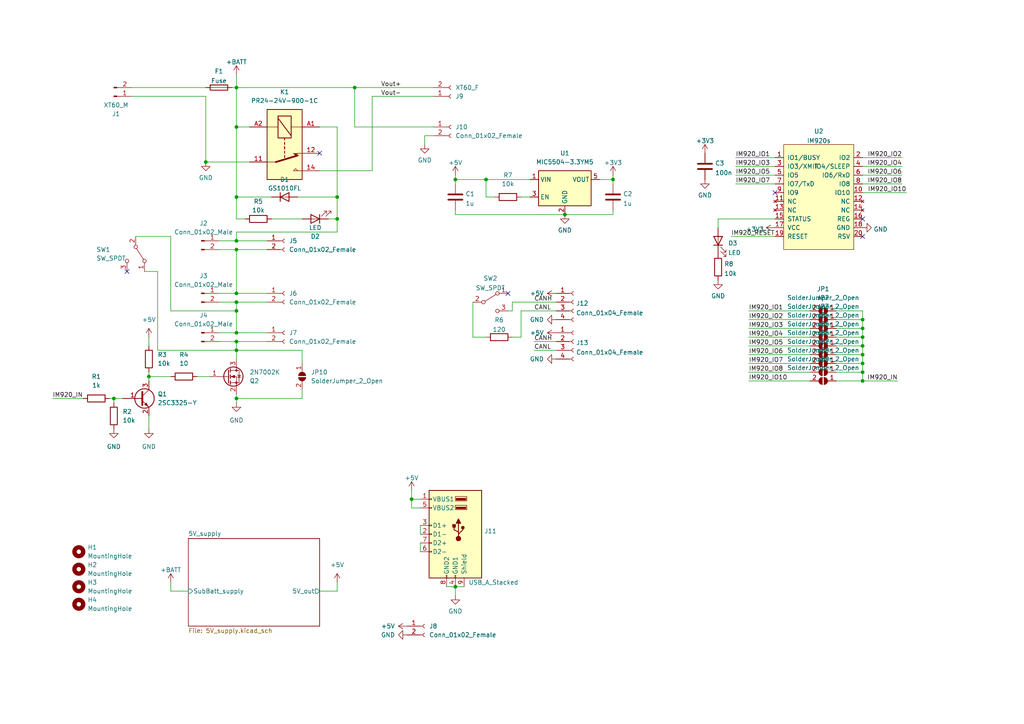
<source format=kicad_sch>
(kicad_sch
	(version 20231120)
	(generator "eeschema")
	(generator_version "8.0")
	(uuid "e63e39d7-6ac0-4ffd-8aa3-1841a4541b55")
	(paper "A4")
	(lib_symbols
		(symbol "+5V_1"
			(power)
			(pin_names
				(offset 0)
			)
			(exclude_from_sim no)
			(in_bom yes)
			(on_board yes)
			(property "Reference" "#PWR"
				(at 0 -3.81 0)
				(effects
					(font
						(size 1.27 1.27)
					)
					(hide yes)
				)
			)
			(property "Value" "+5V_1"
				(at 0 3.556 0)
				(effects
					(font
						(size 1.27 1.27)
					)
				)
			)
			(property "Footprint" ""
				(at 0 0 0)
				(effects
					(font
						(size 1.27 1.27)
					)
					(hide yes)
				)
			)
			(property "Datasheet" ""
				(at 0 0 0)
				(effects
					(font
						(size 1.27 1.27)
					)
					(hide yes)
				)
			)
			(property "Description" "Power symbol creates a global label with name \"+5V\""
				(at 0 0 0)
				(effects
					(font
						(size 1.27 1.27)
					)
					(hide yes)
				)
			)
			(property "ki_keywords" "global power"
				(at 0 0 0)
				(effects
					(font
						(size 1.27 1.27)
					)
					(hide yes)
				)
			)
			(symbol "+5V_1_0_1"
				(polyline
					(pts
						(xy -0.762 1.27) (xy 0 2.54)
					)
					(stroke
						(width 0)
						(type default)
					)
					(fill
						(type none)
					)
				)
				(polyline
					(pts
						(xy 0 0) (xy 0 2.54)
					)
					(stroke
						(width 0)
						(type default)
					)
					(fill
						(type none)
					)
				)
				(polyline
					(pts
						(xy 0 2.54) (xy 0.762 1.27)
					)
					(stroke
						(width 0)
						(type default)
					)
					(fill
						(type none)
					)
				)
			)
			(symbol "+5V_1_1_1"
				(pin power_in line
					(at 0 0 90)
					(length 0) hide
					(name "+5V"
						(effects
							(font
								(size 1.27 1.27)
							)
						)
					)
					(number "1"
						(effects
							(font
								(size 1.27 1.27)
							)
						)
					)
				)
			)
		)
		(symbol "+5V_2"
			(power)
			(pin_numbers hide)
			(pin_names
				(offset 0) hide)
			(exclude_from_sim no)
			(in_bom yes)
			(on_board yes)
			(property "Reference" "#PWR"
				(at 0 -3.81 0)
				(effects
					(font
						(size 1.27 1.27)
					)
					(hide yes)
				)
			)
			(property "Value" "+5V"
				(at 0 3.556 0)
				(effects
					(font
						(size 1.27 1.27)
					)
				)
			)
			(property "Footprint" ""
				(at 0 0 0)
				(effects
					(font
						(size 1.27 1.27)
					)
					(hide yes)
				)
			)
			(property "Datasheet" ""
				(at 0 0 0)
				(effects
					(font
						(size 1.27 1.27)
					)
					(hide yes)
				)
			)
			(property "Description" "Power symbol creates a global label with name \"+5V\""
				(at 0 0 0)
				(effects
					(font
						(size 1.27 1.27)
					)
					(hide yes)
				)
			)
			(property "ki_keywords" "global power"
				(at 0 0 0)
				(effects
					(font
						(size 1.27 1.27)
					)
					(hide yes)
				)
			)
			(symbol "+5V_2_0_1"
				(polyline
					(pts
						(xy -0.762 1.27) (xy 0 2.54)
					)
					(stroke
						(width 0)
						(type default)
					)
					(fill
						(type none)
					)
				)
				(polyline
					(pts
						(xy 0 0) (xy 0 2.54)
					)
					(stroke
						(width 0)
						(type default)
					)
					(fill
						(type none)
					)
				)
				(polyline
					(pts
						(xy 0 2.54) (xy 0.762 1.27)
					)
					(stroke
						(width 0)
						(type default)
					)
					(fill
						(type none)
					)
				)
			)
			(symbol "+5V_2_1_1"
				(pin power_in line
					(at 0 0 90)
					(length 0)
					(name "~"
						(effects
							(font
								(size 1.27 1.27)
							)
						)
					)
					(number "1"
						(effects
							(font
								(size 1.27 1.27)
							)
						)
					)
				)
			)
		)
		(symbol "Connector:Conn_01x02_Female"
			(pin_names
				(offset 1.016) hide)
			(exclude_from_sim no)
			(in_bom yes)
			(on_board yes)
			(property "Reference" "J"
				(at 0 2.54 0)
				(effects
					(font
						(size 1.27 1.27)
					)
				)
			)
			(property "Value" "Conn_01x02_Female"
				(at 0 -5.08 0)
				(effects
					(font
						(size 1.27 1.27)
					)
				)
			)
			(property "Footprint" ""
				(at 0 0 0)
				(effects
					(font
						(size 1.27 1.27)
					)
					(hide yes)
				)
			)
			(property "Datasheet" "~"
				(at 0 0 0)
				(effects
					(font
						(size 1.27 1.27)
					)
					(hide yes)
				)
			)
			(property "Description" "Generic connector, single row, 01x02, script generated (kicad-library-utils/schlib/autogen/connector/)"
				(at 0 0 0)
				(effects
					(font
						(size 1.27 1.27)
					)
					(hide yes)
				)
			)
			(property "ki_keywords" "connector"
				(at 0 0 0)
				(effects
					(font
						(size 1.27 1.27)
					)
					(hide yes)
				)
			)
			(property "ki_fp_filters" "Connector*:*_1x??_*"
				(at 0 0 0)
				(effects
					(font
						(size 1.27 1.27)
					)
					(hide yes)
				)
			)
			(symbol "Conn_01x02_Female_1_1"
				(arc
					(start 0 -2.032)
					(mid -0.5058 -2.54)
					(end 0 -3.048)
					(stroke
						(width 0.1524)
						(type default)
					)
					(fill
						(type none)
					)
				)
				(polyline
					(pts
						(xy -1.27 -2.54) (xy -0.508 -2.54)
					)
					(stroke
						(width 0.1524)
						(type default)
					)
					(fill
						(type none)
					)
				)
				(polyline
					(pts
						(xy -1.27 0) (xy -0.508 0)
					)
					(stroke
						(width 0.1524)
						(type default)
					)
					(fill
						(type none)
					)
				)
				(arc
					(start 0 0.508)
					(mid -0.5058 0)
					(end 0 -0.508)
					(stroke
						(width 0.1524)
						(type default)
					)
					(fill
						(type none)
					)
				)
				(pin passive line
					(at -5.08 0 0)
					(length 3.81)
					(name "Pin_1"
						(effects
							(font
								(size 1.27 1.27)
							)
						)
					)
					(number "1"
						(effects
							(font
								(size 1.27 1.27)
							)
						)
					)
				)
				(pin passive line
					(at -5.08 -2.54 0)
					(length 3.81)
					(name "Pin_2"
						(effects
							(font
								(size 1.27 1.27)
							)
						)
					)
					(number "2"
						(effects
							(font
								(size 1.27 1.27)
							)
						)
					)
				)
			)
		)
		(symbol "Connector:Conn_01x02_Male"
			(pin_names
				(offset 1.016) hide)
			(exclude_from_sim no)
			(in_bom yes)
			(on_board yes)
			(property "Reference" "J"
				(at 0 2.54 0)
				(effects
					(font
						(size 1.27 1.27)
					)
				)
			)
			(property "Value" "Conn_01x02_Male"
				(at 0 -5.08 0)
				(effects
					(font
						(size 1.27 1.27)
					)
				)
			)
			(property "Footprint" ""
				(at 0 0 0)
				(effects
					(font
						(size 1.27 1.27)
					)
					(hide yes)
				)
			)
			(property "Datasheet" "~"
				(at 0 0 0)
				(effects
					(font
						(size 1.27 1.27)
					)
					(hide yes)
				)
			)
			(property "Description" "Generic connector, single row, 01x02, script generated (kicad-library-utils/schlib/autogen/connector/)"
				(at 0 0 0)
				(effects
					(font
						(size 1.27 1.27)
					)
					(hide yes)
				)
			)
			(property "ki_keywords" "connector"
				(at 0 0 0)
				(effects
					(font
						(size 1.27 1.27)
					)
					(hide yes)
				)
			)
			(property "ki_fp_filters" "Connector*:*_1x??_*"
				(at 0 0 0)
				(effects
					(font
						(size 1.27 1.27)
					)
					(hide yes)
				)
			)
			(symbol "Conn_01x02_Male_1_1"
				(polyline
					(pts
						(xy 1.27 -2.54) (xy 0.8636 -2.54)
					)
					(stroke
						(width 0.1524)
						(type default)
					)
					(fill
						(type none)
					)
				)
				(polyline
					(pts
						(xy 1.27 0) (xy 0.8636 0)
					)
					(stroke
						(width 0.1524)
						(type default)
					)
					(fill
						(type none)
					)
				)
				(rectangle
					(start 0.8636 -2.413)
					(end 0 -2.667)
					(stroke
						(width 0.1524)
						(type default)
					)
					(fill
						(type outline)
					)
				)
				(rectangle
					(start 0.8636 0.127)
					(end 0 -0.127)
					(stroke
						(width 0.1524)
						(type default)
					)
					(fill
						(type outline)
					)
				)
				(pin passive line
					(at 5.08 0 180)
					(length 3.81)
					(name "Pin_1"
						(effects
							(font
								(size 1.27 1.27)
							)
						)
					)
					(number "1"
						(effects
							(font
								(size 1.27 1.27)
							)
						)
					)
				)
				(pin passive line
					(at 5.08 -2.54 180)
					(length 3.81)
					(name "Pin_2"
						(effects
							(font
								(size 1.27 1.27)
							)
						)
					)
					(number "2"
						(effects
							(font
								(size 1.27 1.27)
							)
						)
					)
				)
			)
		)
		(symbol "Connector:Conn_01x04_Female"
			(pin_names
				(offset 1.016) hide)
			(exclude_from_sim no)
			(in_bom yes)
			(on_board yes)
			(property "Reference" "J"
				(at 0 5.08 0)
				(effects
					(font
						(size 1.27 1.27)
					)
				)
			)
			(property "Value" "Conn_01x04_Female"
				(at 0 -7.62 0)
				(effects
					(font
						(size 1.27 1.27)
					)
				)
			)
			(property "Footprint" ""
				(at 0 0 0)
				(effects
					(font
						(size 1.27 1.27)
					)
					(hide yes)
				)
			)
			(property "Datasheet" "~"
				(at 0 0 0)
				(effects
					(font
						(size 1.27 1.27)
					)
					(hide yes)
				)
			)
			(property "Description" "Generic connector, single row, 01x04, script generated (kicad-library-utils/schlib/autogen/connector/)"
				(at 0 0 0)
				(effects
					(font
						(size 1.27 1.27)
					)
					(hide yes)
				)
			)
			(property "ki_keywords" "connector"
				(at 0 0 0)
				(effects
					(font
						(size 1.27 1.27)
					)
					(hide yes)
				)
			)
			(property "ki_fp_filters" "Connector*:*_1x??_*"
				(at 0 0 0)
				(effects
					(font
						(size 1.27 1.27)
					)
					(hide yes)
				)
			)
			(symbol "Conn_01x04_Female_1_1"
				(arc
					(start 0 -4.572)
					(mid -0.5058 -5.08)
					(end 0 -5.588)
					(stroke
						(width 0.1524)
						(type default)
					)
					(fill
						(type none)
					)
				)
				(arc
					(start 0 -2.032)
					(mid -0.5058 -2.54)
					(end 0 -3.048)
					(stroke
						(width 0.1524)
						(type default)
					)
					(fill
						(type none)
					)
				)
				(polyline
					(pts
						(xy -1.27 -5.08) (xy -0.508 -5.08)
					)
					(stroke
						(width 0.1524)
						(type default)
					)
					(fill
						(type none)
					)
				)
				(polyline
					(pts
						(xy -1.27 -2.54) (xy -0.508 -2.54)
					)
					(stroke
						(width 0.1524)
						(type default)
					)
					(fill
						(type none)
					)
				)
				(polyline
					(pts
						(xy -1.27 0) (xy -0.508 0)
					)
					(stroke
						(width 0.1524)
						(type default)
					)
					(fill
						(type none)
					)
				)
				(polyline
					(pts
						(xy -1.27 2.54) (xy -0.508 2.54)
					)
					(stroke
						(width 0.1524)
						(type default)
					)
					(fill
						(type none)
					)
				)
				(arc
					(start 0 0.508)
					(mid -0.5058 0)
					(end 0 -0.508)
					(stroke
						(width 0.1524)
						(type default)
					)
					(fill
						(type none)
					)
				)
				(arc
					(start 0 3.048)
					(mid -0.5058 2.54)
					(end 0 2.032)
					(stroke
						(width 0.1524)
						(type default)
					)
					(fill
						(type none)
					)
				)
				(pin passive line
					(at -5.08 2.54 0)
					(length 3.81)
					(name "Pin_1"
						(effects
							(font
								(size 1.27 1.27)
							)
						)
					)
					(number "1"
						(effects
							(font
								(size 1.27 1.27)
							)
						)
					)
				)
				(pin passive line
					(at -5.08 0 0)
					(length 3.81)
					(name "Pin_2"
						(effects
							(font
								(size 1.27 1.27)
							)
						)
					)
					(number "2"
						(effects
							(font
								(size 1.27 1.27)
							)
						)
					)
				)
				(pin passive line
					(at -5.08 -2.54 0)
					(length 3.81)
					(name "Pin_3"
						(effects
							(font
								(size 1.27 1.27)
							)
						)
					)
					(number "3"
						(effects
							(font
								(size 1.27 1.27)
							)
						)
					)
				)
				(pin passive line
					(at -5.08 -5.08 0)
					(length 3.81)
					(name "Pin_4"
						(effects
							(font
								(size 1.27 1.27)
							)
						)
					)
					(number "4"
						(effects
							(font
								(size 1.27 1.27)
							)
						)
					)
				)
			)
		)
		(symbol "Connector:USB_A_Stacked"
			(pin_names
				(offset 1.016)
			)
			(exclude_from_sim no)
			(in_bom yes)
			(on_board yes)
			(property "Reference" "J"
				(at 0 15.875 0)
				(effects
					(font
						(size 1.27 1.27)
					)
				)
			)
			(property "Value" "USB_A_Stacked"
				(at 0 13.97 0)
				(effects
					(font
						(size 1.27 1.27)
					)
				)
			)
			(property "Footprint" ""
				(at 3.81 -13.97 0)
				(effects
					(font
						(size 1.27 1.27)
					)
					(justify left)
					(hide yes)
				)
			)
			(property "Datasheet" " ~"
				(at 5.08 1.27 0)
				(effects
					(font
						(size 1.27 1.27)
					)
					(hide yes)
				)
			)
			(property "Description" "USB Type A connector, stacked"
				(at 0 0 0)
				(effects
					(font
						(size 1.27 1.27)
					)
					(hide yes)
				)
			)
			(property "ki_keywords" "connector USB"
				(at 0 0 0)
				(effects
					(font
						(size 1.27 1.27)
					)
					(hide yes)
				)
			)
			(property "ki_fp_filters" "USB*"
				(at 0 0 0)
				(effects
					(font
						(size 1.27 1.27)
					)
					(hide yes)
				)
			)
			(symbol "USB_A_Stacked_0_1"
				(rectangle
					(start -7.62 12.7)
					(end 7.62 -12.7)
					(stroke
						(width 0.254)
						(type default)
					)
					(fill
						(type background)
					)
				)
				(circle
					(center -2.159 1.905)
					(radius 0.381)
					(stroke
						(width 0.254)
						(type default)
					)
					(fill
						(type outline)
					)
				)
				(circle
					(center -0.889 -1.27)
					(radius 0.635)
					(stroke
						(width 0.254)
						(type default)
					)
					(fill
						(type outline)
					)
				)
				(rectangle
					(start -0.254 7.366)
					(end -3.048 7.874)
					(stroke
						(width 0)
						(type default)
					)
					(fill
						(type outline)
					)
				)
				(rectangle
					(start -0.254 9.906)
					(end -3.048 10.414)
					(stroke
						(width 0)
						(type default)
					)
					(fill
						(type outline)
					)
				)
				(rectangle
					(start -0.127 -12.7)
					(end 0.127 -11.938)
					(stroke
						(width 0)
						(type default)
					)
					(fill
						(type none)
					)
				)
				(polyline
					(pts
						(xy -1.524 3.175) (xy -0.254 3.175) (xy -0.889 4.445) (xy -1.524 3.175)
					)
					(stroke
						(width 0.254)
						(type default)
					)
					(fill
						(type outline)
					)
				)
				(polyline
					(pts
						(xy -0.889 -0.635) (xy -0.889 0) (xy -2.159 1.27) (xy -2.159 1.905)
					)
					(stroke
						(width 0.254)
						(type default)
					)
					(fill
						(type none)
					)
				)
				(polyline
					(pts
						(xy -0.889 0) (xy -0.889 0.635) (xy 0.381 1.27) (xy 0.381 2.54)
					)
					(stroke
						(width 0.254)
						(type default)
					)
					(fill
						(type none)
					)
				)
				(rectangle
					(start 0 2.794)
					(end 0.762 2.032)
					(stroke
						(width 0.254)
						(type default)
					)
					(fill
						(type outline)
					)
				)
				(rectangle
					(start 0 7.112)
					(end -3.302 8.382)
					(stroke
						(width 0)
						(type default)
					)
					(fill
						(type none)
					)
				)
				(rectangle
					(start 0 9.652)
					(end -3.302 10.922)
					(stroke
						(width 0)
						(type default)
					)
					(fill
						(type none)
					)
				)
				(rectangle
					(start 2.413 -12.7)
					(end 2.667 -11.938)
					(stroke
						(width 0)
						(type default)
					)
					(fill
						(type none)
					)
				)
				(rectangle
					(start 7.62 -5.207)
					(end 6.858 -4.953)
					(stroke
						(width 0)
						(type default)
					)
					(fill
						(type none)
					)
				)
				(rectangle
					(start 7.62 -2.667)
					(end 6.858 -2.413)
					(stroke
						(width 0)
						(type default)
					)
					(fill
						(type none)
					)
				)
				(rectangle
					(start 7.62 -0.127)
					(end 6.858 0.127)
					(stroke
						(width 0)
						(type default)
					)
					(fill
						(type none)
					)
				)
				(rectangle
					(start 7.62 2.413)
					(end 6.858 2.667)
					(stroke
						(width 0)
						(type default)
					)
					(fill
						(type none)
					)
				)
				(rectangle
					(start 7.62 7.493)
					(end 6.858 7.747)
					(stroke
						(width 0)
						(type default)
					)
					(fill
						(type none)
					)
				)
				(rectangle
					(start 7.62 10.033)
					(end 6.858 10.287)
					(stroke
						(width 0)
						(type default)
					)
					(fill
						(type none)
					)
				)
			)
			(symbol "USB_A_Stacked_1_1"
				(polyline
					(pts
						(xy -0.889 0.635) (xy -0.889 3.175)
					)
					(stroke
						(width 0.254)
						(type default)
					)
					(fill
						(type none)
					)
				)
				(pin power_in line
					(at 10.16 10.16 180)
					(length 2.54)
					(name "VBUS1"
						(effects
							(font
								(size 1.27 1.27)
							)
						)
					)
					(number "1"
						(effects
							(font
								(size 1.27 1.27)
							)
						)
					)
				)
				(pin bidirectional line
					(at 10.16 0 180)
					(length 2.54)
					(name "D1-"
						(effects
							(font
								(size 1.27 1.27)
							)
						)
					)
					(number "2"
						(effects
							(font
								(size 1.27 1.27)
							)
						)
					)
				)
				(pin bidirectional line
					(at 10.16 2.54 180)
					(length 2.54)
					(name "D1+"
						(effects
							(font
								(size 1.27 1.27)
							)
						)
					)
					(number "3"
						(effects
							(font
								(size 1.27 1.27)
							)
						)
					)
				)
				(pin power_in line
					(at 0 -15.24 90)
					(length 2.54)
					(name "GND1"
						(effects
							(font
								(size 1.27 1.27)
							)
						)
					)
					(number "4"
						(effects
							(font
								(size 1.27 1.27)
							)
						)
					)
				)
				(pin power_in line
					(at 10.16 7.62 180)
					(length 2.54)
					(name "VBUS2"
						(effects
							(font
								(size 1.27 1.27)
							)
						)
					)
					(number "5"
						(effects
							(font
								(size 1.27 1.27)
							)
						)
					)
				)
				(pin bidirectional line
					(at 10.16 -5.08 180)
					(length 2.54)
					(name "D2-"
						(effects
							(font
								(size 1.27 1.27)
							)
						)
					)
					(number "6"
						(effects
							(font
								(size 1.27 1.27)
							)
						)
					)
				)
				(pin bidirectional line
					(at 10.16 -2.54 180)
					(length 2.54)
					(name "D2+"
						(effects
							(font
								(size 1.27 1.27)
							)
						)
					)
					(number "7"
						(effects
							(font
								(size 1.27 1.27)
							)
						)
					)
				)
				(pin power_in line
					(at 2.54 -15.24 90)
					(length 2.54)
					(name "GND2"
						(effects
							(font
								(size 1.27 1.27)
							)
						)
					)
					(number "8"
						(effects
							(font
								(size 1.27 1.27)
							)
						)
					)
				)
				(pin passive line
					(at -2.54 -15.24 90)
					(length 2.54)
					(name "Shield"
						(effects
							(font
								(size 1.27 1.27)
							)
						)
					)
					(number "9"
						(effects
							(font
								(size 1.27 1.27)
							)
						)
					)
				)
			)
		)
		(symbol "Device:C"
			(pin_numbers hide)
			(pin_names
				(offset 0.254)
			)
			(exclude_from_sim no)
			(in_bom yes)
			(on_board yes)
			(property "Reference" "C"
				(at 0.635 2.54 0)
				(effects
					(font
						(size 1.27 1.27)
					)
					(justify left)
				)
			)
			(property "Value" "C"
				(at 0.635 -2.54 0)
				(effects
					(font
						(size 1.27 1.27)
					)
					(justify left)
				)
			)
			(property "Footprint" ""
				(at 0.9652 -3.81 0)
				(effects
					(font
						(size 1.27 1.27)
					)
					(hide yes)
				)
			)
			(property "Datasheet" "~"
				(at 0 0 0)
				(effects
					(font
						(size 1.27 1.27)
					)
					(hide yes)
				)
			)
			(property "Description" "Unpolarized capacitor"
				(at 0 0 0)
				(effects
					(font
						(size 1.27 1.27)
					)
					(hide yes)
				)
			)
			(property "ki_keywords" "cap capacitor"
				(at 0 0 0)
				(effects
					(font
						(size 1.27 1.27)
					)
					(hide yes)
				)
			)
			(property "ki_fp_filters" "C_*"
				(at 0 0 0)
				(effects
					(font
						(size 1.27 1.27)
					)
					(hide yes)
				)
			)
			(symbol "C_0_1"
				(polyline
					(pts
						(xy -2.032 -0.762) (xy 2.032 -0.762)
					)
					(stroke
						(width 0.508)
						(type default)
					)
					(fill
						(type none)
					)
				)
				(polyline
					(pts
						(xy -2.032 0.762) (xy 2.032 0.762)
					)
					(stroke
						(width 0.508)
						(type default)
					)
					(fill
						(type none)
					)
				)
			)
			(symbol "C_1_1"
				(pin passive line
					(at 0 3.81 270)
					(length 2.794)
					(name "~"
						(effects
							(font
								(size 1.27 1.27)
							)
						)
					)
					(number "1"
						(effects
							(font
								(size 1.27 1.27)
							)
						)
					)
				)
				(pin passive line
					(at 0 -3.81 90)
					(length 2.794)
					(name "~"
						(effects
							(font
								(size 1.27 1.27)
							)
						)
					)
					(number "2"
						(effects
							(font
								(size 1.27 1.27)
							)
						)
					)
				)
			)
		)
		(symbol "Device:Fuse"
			(pin_numbers hide)
			(pin_names
				(offset 0)
			)
			(exclude_from_sim no)
			(in_bom yes)
			(on_board yes)
			(property "Reference" "F"
				(at 2.032 0 90)
				(effects
					(font
						(size 1.27 1.27)
					)
				)
			)
			(property "Value" "Fuse"
				(at -1.905 0 90)
				(effects
					(font
						(size 1.27 1.27)
					)
				)
			)
			(property "Footprint" ""
				(at -1.778 0 90)
				(effects
					(font
						(size 1.27 1.27)
					)
					(hide yes)
				)
			)
			(property "Datasheet" "~"
				(at 0 0 0)
				(effects
					(font
						(size 1.27 1.27)
					)
					(hide yes)
				)
			)
			(property "Description" "Fuse"
				(at 0 0 0)
				(effects
					(font
						(size 1.27 1.27)
					)
					(hide yes)
				)
			)
			(property "ki_keywords" "fuse"
				(at 0 0 0)
				(effects
					(font
						(size 1.27 1.27)
					)
					(hide yes)
				)
			)
			(property "ki_fp_filters" "*Fuse*"
				(at 0 0 0)
				(effects
					(font
						(size 1.27 1.27)
					)
					(hide yes)
				)
			)
			(symbol "Fuse_0_1"
				(rectangle
					(start -0.762 -2.54)
					(end 0.762 2.54)
					(stroke
						(width 0.254)
						(type default)
					)
					(fill
						(type none)
					)
				)
				(polyline
					(pts
						(xy 0 2.54) (xy 0 -2.54)
					)
					(stroke
						(width 0)
						(type default)
					)
					(fill
						(type none)
					)
				)
			)
			(symbol "Fuse_1_1"
				(pin passive line
					(at 0 3.81 270)
					(length 1.27)
					(name "~"
						(effects
							(font
								(size 1.27 1.27)
							)
						)
					)
					(number "1"
						(effects
							(font
								(size 1.27 1.27)
							)
						)
					)
				)
				(pin passive line
					(at 0 -3.81 90)
					(length 1.27)
					(name "~"
						(effects
							(font
								(size 1.27 1.27)
							)
						)
					)
					(number "2"
						(effects
							(font
								(size 1.27 1.27)
							)
						)
					)
				)
			)
		)
		(symbol "Device:LED"
			(pin_numbers hide)
			(pin_names
				(offset 1.016) hide)
			(exclude_from_sim no)
			(in_bom yes)
			(on_board yes)
			(property "Reference" "D"
				(at 0 2.54 0)
				(effects
					(font
						(size 1.27 1.27)
					)
				)
			)
			(property "Value" "LED"
				(at 0 -2.54 0)
				(effects
					(font
						(size 1.27 1.27)
					)
				)
			)
			(property "Footprint" ""
				(at 0 0 0)
				(effects
					(font
						(size 1.27 1.27)
					)
					(hide yes)
				)
			)
			(property "Datasheet" "~"
				(at 0 0 0)
				(effects
					(font
						(size 1.27 1.27)
					)
					(hide yes)
				)
			)
			(property "Description" "Light emitting diode"
				(at 0 0 0)
				(effects
					(font
						(size 1.27 1.27)
					)
					(hide yes)
				)
			)
			(property "ki_keywords" "LED diode"
				(at 0 0 0)
				(effects
					(font
						(size 1.27 1.27)
					)
					(hide yes)
				)
			)
			(property "ki_fp_filters" "LED* LED_SMD:* LED_THT:*"
				(at 0 0 0)
				(effects
					(font
						(size 1.27 1.27)
					)
					(hide yes)
				)
			)
			(symbol "LED_0_1"
				(polyline
					(pts
						(xy -1.27 -1.27) (xy -1.27 1.27)
					)
					(stroke
						(width 0.254)
						(type default)
					)
					(fill
						(type none)
					)
				)
				(polyline
					(pts
						(xy -1.27 0) (xy 1.27 0)
					)
					(stroke
						(width 0)
						(type default)
					)
					(fill
						(type none)
					)
				)
				(polyline
					(pts
						(xy 1.27 -1.27) (xy 1.27 1.27) (xy -1.27 0) (xy 1.27 -1.27)
					)
					(stroke
						(width 0.254)
						(type default)
					)
					(fill
						(type none)
					)
				)
				(polyline
					(pts
						(xy -3.048 -0.762) (xy -4.572 -2.286) (xy -3.81 -2.286) (xy -4.572 -2.286) (xy -4.572 -1.524)
					)
					(stroke
						(width 0)
						(type default)
					)
					(fill
						(type none)
					)
				)
				(polyline
					(pts
						(xy -1.778 -0.762) (xy -3.302 -2.286) (xy -2.54 -2.286) (xy -3.302 -2.286) (xy -3.302 -1.524)
					)
					(stroke
						(width 0)
						(type default)
					)
					(fill
						(type none)
					)
				)
			)
			(symbol "LED_1_1"
				(pin passive line
					(at -3.81 0 0)
					(length 2.54)
					(name "K"
						(effects
							(font
								(size 1.27 1.27)
							)
						)
					)
					(number "1"
						(effects
							(font
								(size 1.27 1.27)
							)
						)
					)
				)
				(pin passive line
					(at 3.81 0 180)
					(length 2.54)
					(name "A"
						(effects
							(font
								(size 1.27 1.27)
							)
						)
					)
					(number "2"
						(effects
							(font
								(size 1.27 1.27)
							)
						)
					)
				)
			)
		)
		(symbol "Device:Q_NMOS_GSD"
			(pin_names
				(offset 0) hide)
			(exclude_from_sim no)
			(in_bom yes)
			(on_board yes)
			(property "Reference" "Q"
				(at 5.08 1.27 0)
				(effects
					(font
						(size 1.27 1.27)
					)
					(justify left)
				)
			)
			(property "Value" "Q_NMOS_GSD"
				(at 5.08 -1.27 0)
				(effects
					(font
						(size 1.27 1.27)
					)
					(justify left)
				)
			)
			(property "Footprint" ""
				(at 5.08 2.54 0)
				(effects
					(font
						(size 1.27 1.27)
					)
					(hide yes)
				)
			)
			(property "Datasheet" "~"
				(at 0 0 0)
				(effects
					(font
						(size 1.27 1.27)
					)
					(hide yes)
				)
			)
			(property "Description" "N-MOSFET transistor, gate/source/drain"
				(at 0 0 0)
				(effects
					(font
						(size 1.27 1.27)
					)
					(hide yes)
				)
			)
			(property "ki_keywords" "transistor NMOS N-MOS N-MOSFET"
				(at 0 0 0)
				(effects
					(font
						(size 1.27 1.27)
					)
					(hide yes)
				)
			)
			(symbol "Q_NMOS_GSD_0_1"
				(polyline
					(pts
						(xy 0.254 0) (xy -2.54 0)
					)
					(stroke
						(width 0)
						(type default)
					)
					(fill
						(type none)
					)
				)
				(polyline
					(pts
						(xy 0.254 1.905) (xy 0.254 -1.905)
					)
					(stroke
						(width 0.254)
						(type default)
					)
					(fill
						(type none)
					)
				)
				(polyline
					(pts
						(xy 0.762 -1.27) (xy 0.762 -2.286)
					)
					(stroke
						(width 0.254)
						(type default)
					)
					(fill
						(type none)
					)
				)
				(polyline
					(pts
						(xy 0.762 0.508) (xy 0.762 -0.508)
					)
					(stroke
						(width 0.254)
						(type default)
					)
					(fill
						(type none)
					)
				)
				(polyline
					(pts
						(xy 0.762 2.286) (xy 0.762 1.27)
					)
					(stroke
						(width 0.254)
						(type default)
					)
					(fill
						(type none)
					)
				)
				(polyline
					(pts
						(xy 2.54 2.54) (xy 2.54 1.778)
					)
					(stroke
						(width 0)
						(type default)
					)
					(fill
						(type none)
					)
				)
				(polyline
					(pts
						(xy 2.54 -2.54) (xy 2.54 0) (xy 0.762 0)
					)
					(stroke
						(width 0)
						(type default)
					)
					(fill
						(type none)
					)
				)
				(polyline
					(pts
						(xy 0.762 -1.778) (xy 3.302 -1.778) (xy 3.302 1.778) (xy 0.762 1.778)
					)
					(stroke
						(width 0)
						(type default)
					)
					(fill
						(type none)
					)
				)
				(polyline
					(pts
						(xy 1.016 0) (xy 2.032 0.381) (xy 2.032 -0.381) (xy 1.016 0)
					)
					(stroke
						(width 0)
						(type default)
					)
					(fill
						(type outline)
					)
				)
				(polyline
					(pts
						(xy 2.794 0.508) (xy 2.921 0.381) (xy 3.683 0.381) (xy 3.81 0.254)
					)
					(stroke
						(width 0)
						(type default)
					)
					(fill
						(type none)
					)
				)
				(polyline
					(pts
						(xy 3.302 0.381) (xy 2.921 -0.254) (xy 3.683 -0.254) (xy 3.302 0.381)
					)
					(stroke
						(width 0)
						(type default)
					)
					(fill
						(type none)
					)
				)
				(circle
					(center 1.651 0)
					(radius 2.794)
					(stroke
						(width 0.254)
						(type default)
					)
					(fill
						(type none)
					)
				)
				(circle
					(center 2.54 -1.778)
					(radius 0.254)
					(stroke
						(width 0)
						(type default)
					)
					(fill
						(type outline)
					)
				)
				(circle
					(center 2.54 1.778)
					(radius 0.254)
					(stroke
						(width 0)
						(type default)
					)
					(fill
						(type outline)
					)
				)
			)
			(symbol "Q_NMOS_GSD_1_1"
				(pin input line
					(at -5.08 0 0)
					(length 2.54)
					(name "G"
						(effects
							(font
								(size 1.27 1.27)
							)
						)
					)
					(number "1"
						(effects
							(font
								(size 1.27 1.27)
							)
						)
					)
				)
				(pin passive line
					(at 2.54 -5.08 90)
					(length 2.54)
					(name "S"
						(effects
							(font
								(size 1.27 1.27)
							)
						)
					)
					(number "2"
						(effects
							(font
								(size 1.27 1.27)
							)
						)
					)
				)
				(pin passive line
					(at 2.54 5.08 270)
					(length 2.54)
					(name "D"
						(effects
							(font
								(size 1.27 1.27)
							)
						)
					)
					(number "3"
						(effects
							(font
								(size 1.27 1.27)
							)
						)
					)
				)
			)
		)
		(symbol "Device:R"
			(pin_numbers hide)
			(pin_names
				(offset 0)
			)
			(exclude_from_sim no)
			(in_bom yes)
			(on_board yes)
			(property "Reference" "R"
				(at 2.032 0 90)
				(effects
					(font
						(size 1.27 1.27)
					)
				)
			)
			(property "Value" "R"
				(at 0 0 90)
				(effects
					(font
						(size 1.27 1.27)
					)
				)
			)
			(property "Footprint" ""
				(at -1.778 0 90)
				(effects
					(font
						(size 1.27 1.27)
					)
					(hide yes)
				)
			)
			(property "Datasheet" "~"
				(at 0 0 0)
				(effects
					(font
						(size 1.27 1.27)
					)
					(hide yes)
				)
			)
			(property "Description" "Resistor"
				(at 0 0 0)
				(effects
					(font
						(size 1.27 1.27)
					)
					(hide yes)
				)
			)
			(property "ki_keywords" "R res resistor"
				(at 0 0 0)
				(effects
					(font
						(size 1.27 1.27)
					)
					(hide yes)
				)
			)
			(property "ki_fp_filters" "R_*"
				(at 0 0 0)
				(effects
					(font
						(size 1.27 1.27)
					)
					(hide yes)
				)
			)
			(symbol "R_0_1"
				(rectangle
					(start -1.016 -2.54)
					(end 1.016 2.54)
					(stroke
						(width 0.254)
						(type default)
					)
					(fill
						(type none)
					)
				)
			)
			(symbol "R_1_1"
				(pin passive line
					(at 0 3.81 270)
					(length 1.27)
					(name "~"
						(effects
							(font
								(size 1.27 1.27)
							)
						)
					)
					(number "1"
						(effects
							(font
								(size 1.27 1.27)
							)
						)
					)
				)
				(pin passive line
					(at 0 -3.81 90)
					(length 1.27)
					(name "~"
						(effects
							(font
								(size 1.27 1.27)
							)
						)
					)
					(number "2"
						(effects
							(font
								(size 1.27 1.27)
							)
						)
					)
				)
			)
		)
		(symbol "Diode:1N4148W"
			(pin_numbers hide)
			(pin_names hide)
			(exclude_from_sim no)
			(in_bom yes)
			(on_board yes)
			(property "Reference" "D"
				(at 0 2.54 0)
				(effects
					(font
						(size 1.27 1.27)
					)
				)
			)
			(property "Value" "1N4148W"
				(at 0 -2.54 0)
				(effects
					(font
						(size 1.27 1.27)
					)
				)
			)
			(property "Footprint" "Diode_SMD:D_SOD-123"
				(at 0 -4.445 0)
				(effects
					(font
						(size 1.27 1.27)
					)
					(hide yes)
				)
			)
			(property "Datasheet" "https://www.vishay.com/docs/85748/1n4148w.pdf"
				(at 0 0 0)
				(effects
					(font
						(size 1.27 1.27)
					)
					(hide yes)
				)
			)
			(property "Description" "75V 0.15A Fast Switching Diode, SOD-123"
				(at 0 0 0)
				(effects
					(font
						(size 1.27 1.27)
					)
					(hide yes)
				)
			)
			(property "Sim.Device" "D"
				(at 0 0 0)
				(effects
					(font
						(size 1.27 1.27)
					)
					(hide yes)
				)
			)
			(property "Sim.Pins" "1=K 2=A"
				(at 0 0 0)
				(effects
					(font
						(size 1.27 1.27)
					)
					(hide yes)
				)
			)
			(property "ki_keywords" "diode"
				(at 0 0 0)
				(effects
					(font
						(size 1.27 1.27)
					)
					(hide yes)
				)
			)
			(property "ki_fp_filters" "D*SOD?123*"
				(at 0 0 0)
				(effects
					(font
						(size 1.27 1.27)
					)
					(hide yes)
				)
			)
			(symbol "1N4148W_0_1"
				(polyline
					(pts
						(xy -1.27 1.27) (xy -1.27 -1.27)
					)
					(stroke
						(width 0.254)
						(type default)
					)
					(fill
						(type none)
					)
				)
				(polyline
					(pts
						(xy 1.27 0) (xy -1.27 0)
					)
					(stroke
						(width 0)
						(type default)
					)
					(fill
						(type none)
					)
				)
				(polyline
					(pts
						(xy 1.27 1.27) (xy 1.27 -1.27) (xy -1.27 0) (xy 1.27 1.27)
					)
					(stroke
						(width 0.254)
						(type default)
					)
					(fill
						(type none)
					)
				)
			)
			(symbol "1N4148W_1_1"
				(pin passive line
					(at -3.81 0 0)
					(length 2.54)
					(name "K"
						(effects
							(font
								(size 1.27 1.27)
							)
						)
					)
					(number "1"
						(effects
							(font
								(size 1.27 1.27)
							)
						)
					)
				)
				(pin passive line
					(at 3.81 0 180)
					(length 2.54)
					(name "A"
						(effects
							(font
								(size 1.27 1.27)
							)
						)
					)
					(number "2"
						(effects
							(font
								(size 1.27 1.27)
							)
						)
					)
				)
			)
		)
		(symbol "GND_1"
			(power)
			(pin_names
				(offset 0)
			)
			(exclude_from_sim no)
			(in_bom yes)
			(on_board yes)
			(property "Reference" "#PWR"
				(at 0 -6.35 0)
				(effects
					(font
						(size 1.27 1.27)
					)
					(hide yes)
				)
			)
			(property "Value" "GND_1"
				(at 0 -3.81 0)
				(effects
					(font
						(size 1.27 1.27)
					)
				)
			)
			(property "Footprint" ""
				(at 0 0 0)
				(effects
					(font
						(size 1.27 1.27)
					)
					(hide yes)
				)
			)
			(property "Datasheet" ""
				(at 0 0 0)
				(effects
					(font
						(size 1.27 1.27)
					)
					(hide yes)
				)
			)
			(property "Description" "Power symbol creates a global label with name \"GND\" , ground"
				(at 0 0 0)
				(effects
					(font
						(size 1.27 1.27)
					)
					(hide yes)
				)
			)
			(property "ki_keywords" "global power"
				(at 0 0 0)
				(effects
					(font
						(size 1.27 1.27)
					)
					(hide yes)
				)
			)
			(symbol "GND_1_0_1"
				(polyline
					(pts
						(xy 0 0) (xy 0 -1.27) (xy 1.27 -1.27) (xy 0 -2.54) (xy -1.27 -1.27) (xy 0 -1.27)
					)
					(stroke
						(width 0)
						(type default)
					)
					(fill
						(type none)
					)
				)
			)
			(symbol "GND_1_1_1"
				(pin power_in line
					(at 0 0 270)
					(length 0) hide
					(name "GND"
						(effects
							(font
								(size 1.27 1.27)
							)
						)
					)
					(number "1"
						(effects
							(font
								(size 1.27 1.27)
							)
						)
					)
				)
			)
		)
		(symbol "Jumper:SolderJumper_2_Open"
			(pin_names
				(offset 0) hide)
			(exclude_from_sim no)
			(in_bom yes)
			(on_board yes)
			(property "Reference" "JP"
				(at 0 2.032 0)
				(effects
					(font
						(size 1.27 1.27)
					)
				)
			)
			(property "Value" "SolderJumper_2_Open"
				(at 0 -2.54 0)
				(effects
					(font
						(size 1.27 1.27)
					)
				)
			)
			(property "Footprint" ""
				(at 0 0 0)
				(effects
					(font
						(size 1.27 1.27)
					)
					(hide yes)
				)
			)
			(property "Datasheet" "~"
				(at 0 0 0)
				(effects
					(font
						(size 1.27 1.27)
					)
					(hide yes)
				)
			)
			(property "Description" "Solder Jumper, 2-pole, open"
				(at 0 0 0)
				(effects
					(font
						(size 1.27 1.27)
					)
					(hide yes)
				)
			)
			(property "ki_keywords" "solder jumper SPST"
				(at 0 0 0)
				(effects
					(font
						(size 1.27 1.27)
					)
					(hide yes)
				)
			)
			(property "ki_fp_filters" "SolderJumper*Open*"
				(at 0 0 0)
				(effects
					(font
						(size 1.27 1.27)
					)
					(hide yes)
				)
			)
			(symbol "SolderJumper_2_Open_0_1"
				(arc
					(start -0.254 1.016)
					(mid -1.2656 0)
					(end -0.254 -1.016)
					(stroke
						(width 0)
						(type default)
					)
					(fill
						(type none)
					)
				)
				(arc
					(start -0.254 1.016)
					(mid -1.2656 0)
					(end -0.254 -1.016)
					(stroke
						(width 0)
						(type default)
					)
					(fill
						(type outline)
					)
				)
				(polyline
					(pts
						(xy -0.254 1.016) (xy -0.254 -1.016)
					)
					(stroke
						(width 0)
						(type default)
					)
					(fill
						(type none)
					)
				)
				(polyline
					(pts
						(xy 0.254 1.016) (xy 0.254 -1.016)
					)
					(stroke
						(width 0)
						(type default)
					)
					(fill
						(type none)
					)
				)
				(arc
					(start 0.254 -1.016)
					(mid 1.2656 0)
					(end 0.254 1.016)
					(stroke
						(width 0)
						(type default)
					)
					(fill
						(type none)
					)
				)
				(arc
					(start 0.254 -1.016)
					(mid 1.2656 0)
					(end 0.254 1.016)
					(stroke
						(width 0)
						(type default)
					)
					(fill
						(type outline)
					)
				)
			)
			(symbol "SolderJumper_2_Open_1_1"
				(pin passive line
					(at -3.81 0 0)
					(length 2.54)
					(name "A"
						(effects
							(font
								(size 1.27 1.27)
							)
						)
					)
					(number "1"
						(effects
							(font
								(size 1.27 1.27)
							)
						)
					)
				)
				(pin passive line
					(at 3.81 0 180)
					(length 2.54)
					(name "B"
						(effects
							(font
								(size 1.27 1.27)
							)
						)
					)
					(number "2"
						(effects
							(font
								(size 1.27 1.27)
							)
						)
					)
				)
			)
		)
		(symbol "Mechanical:MountingHole"
			(pin_names
				(offset 1.016)
			)
			(exclude_from_sim no)
			(in_bom yes)
			(on_board yes)
			(property "Reference" "H"
				(at 0 5.08 0)
				(effects
					(font
						(size 1.27 1.27)
					)
				)
			)
			(property "Value" "MountingHole"
				(at 0 3.175 0)
				(effects
					(font
						(size 1.27 1.27)
					)
				)
			)
			(property "Footprint" ""
				(at 0 0 0)
				(effects
					(font
						(size 1.27 1.27)
					)
					(hide yes)
				)
			)
			(property "Datasheet" "~"
				(at 0 0 0)
				(effects
					(font
						(size 1.27 1.27)
					)
					(hide yes)
				)
			)
			(property "Description" "Mounting Hole without connection"
				(at 0 0 0)
				(effects
					(font
						(size 1.27 1.27)
					)
					(hide yes)
				)
			)
			(property "ki_keywords" "mounting hole"
				(at 0 0 0)
				(effects
					(font
						(size 1.27 1.27)
					)
					(hide yes)
				)
			)
			(property "ki_fp_filters" "MountingHole*"
				(at 0 0 0)
				(effects
					(font
						(size 1.27 1.27)
					)
					(hide yes)
				)
			)
			(symbol "MountingHole_0_1"
				(circle
					(center 0 0)
					(radius 1.27)
					(stroke
						(width 1.27)
						(type default)
					)
					(fill
						(type none)
					)
				)
			)
		)
		(symbol "Regulator_Linear:MIC5504-3.3YM5"
			(exclude_from_sim no)
			(in_bom yes)
			(on_board yes)
			(property "Reference" "U"
				(at -7.62 8.89 0)
				(effects
					(font
						(size 1.27 1.27)
					)
					(justify left)
				)
			)
			(property "Value" "MIC5504-3.3YM5"
				(at -7.62 6.35 0)
				(effects
					(font
						(size 1.27 1.27)
					)
					(justify left)
				)
			)
			(property "Footprint" "Package_TO_SOT_SMD:SOT-23-5"
				(at 0 -10.16 0)
				(effects
					(font
						(size 1.27 1.27)
					)
					(hide yes)
				)
			)
			(property "Datasheet" "http://ww1.microchip.com/downloads/en/DeviceDoc/MIC550X.pdf"
				(at -6.35 6.35 0)
				(effects
					(font
						(size 1.27 1.27)
					)
					(hide yes)
				)
			)
			(property "Description" "300mA Low-dropout Voltage Regulator, Vout 3.3V, Vin up to 5.5V, SOT-23"
				(at 0 0 0)
				(effects
					(font
						(size 1.27 1.27)
					)
					(hide yes)
				)
			)
			(property "ki_keywords" "Micrel LDO voltage regulator"
				(at 0 0 0)
				(effects
					(font
						(size 1.27 1.27)
					)
					(hide yes)
				)
			)
			(property "ki_fp_filters" "SOT?23?5*"
				(at 0 0 0)
				(effects
					(font
						(size 1.27 1.27)
					)
					(hide yes)
				)
			)
			(symbol "MIC5504-3.3YM5_0_1"
				(rectangle
					(start -7.62 -5.08)
					(end 7.62 5.08)
					(stroke
						(width 0.254)
						(type default)
					)
					(fill
						(type background)
					)
				)
			)
			(symbol "MIC5504-3.3YM5_1_1"
				(pin power_in line
					(at -10.16 2.54 0)
					(length 2.54)
					(name "VIN"
						(effects
							(font
								(size 1.27 1.27)
							)
						)
					)
					(number "1"
						(effects
							(font
								(size 1.27 1.27)
							)
						)
					)
				)
				(pin power_in line
					(at 0 -7.62 90)
					(length 2.54)
					(name "GND"
						(effects
							(font
								(size 1.27 1.27)
							)
						)
					)
					(number "2"
						(effects
							(font
								(size 1.27 1.27)
							)
						)
					)
				)
				(pin input line
					(at -10.16 -2.54 0)
					(length 2.54)
					(name "EN"
						(effects
							(font
								(size 1.27 1.27)
							)
						)
					)
					(number "3"
						(effects
							(font
								(size 1.27 1.27)
							)
						)
					)
				)
				(pin no_connect line
					(at 7.62 -2.54 180)
					(length 2.54) hide
					(name "NC"
						(effects
							(font
								(size 1.27 1.27)
							)
						)
					)
					(number "4"
						(effects
							(font
								(size 1.27 1.27)
							)
						)
					)
				)
				(pin power_out line
					(at 10.16 2.54 180)
					(length 2.54)
					(name "VOUT"
						(effects
							(font
								(size 1.27 1.27)
							)
						)
					)
					(number "5"
						(effects
							(font
								(size 1.27 1.27)
							)
						)
					)
				)
			)
		)
		(symbol "Relay:RAYEX-L90S"
			(exclude_from_sim no)
			(in_bom yes)
			(on_board yes)
			(property "Reference" "K"
				(at 11.43 3.81 0)
				(effects
					(font
						(size 1.27 1.27)
					)
					(justify left)
				)
			)
			(property "Value" "RAYEX-L90S"
				(at 11.43 1.27 0)
				(effects
					(font
						(size 1.27 1.27)
					)
					(justify left)
				)
			)
			(property "Footprint" "Relay_THT:Relay_SPDT_RAYEX-L90S"
				(at 11.43 -1.27 0)
				(effects
					(font
						(size 1.27 1.27)
					)
					(justify left)
					(hide yes)
				)
			)
			(property "Datasheet" "https://a3.sofastcdn.com/attachment/7jioKBjnRiiSrjrjknRiwS77gwbf3zmp/L90-SERIES.pdf"
				(at 16.51 -3.81 0)
				(effects
					(font
						(size 1.27 1.27)
					)
					(justify left)
					(hide yes)
				)
			)
			(property "Description" "Power relay, Without Common Terminal between coil terminals, SPDT, 30A"
				(at 0 0 0)
				(effects
					(font
						(size 1.27 1.27)
					)
					(hide yes)
				)
			)
			(property "ki_keywords" "30A Single Pole Relay"
				(at 0 0 0)
				(effects
					(font
						(size 1.27 1.27)
					)
					(hide yes)
				)
			)
			(property "ki_fp_filters" "Relay*SPDT*RAYEX*L90S*"
				(at 0 0 0)
				(effects
					(font
						(size 1.27 1.27)
					)
					(hide yes)
				)
			)
			(symbol "RAYEX-L90S_1_0"
				(polyline
					(pts
						(xy 2.54 3.81) (xy 2.54 5.08)
					)
					(stroke
						(width 0)
						(type default)
					)
					(fill
						(type none)
					)
				)
				(polyline
					(pts
						(xy 7.62 3.81) (xy 7.62 5.08)
					)
					(stroke
						(width 0)
						(type default)
					)
					(fill
						(type none)
					)
				)
				(polyline
					(pts
						(xy 7.62 3.81) (xy 7.62 2.54) (xy 6.985 3.175) (xy 7.62 3.81)
					)
					(stroke
						(width 0)
						(type default)
					)
					(fill
						(type none)
					)
				)
			)
			(symbol "RAYEX-L90S_1_1"
				(rectangle
					(start -10.16 5.08)
					(end 10.16 -5.08)
					(stroke
						(width 0.254)
						(type default)
					)
					(fill
						(type background)
					)
				)
				(rectangle
					(start -8.255 1.905)
					(end -1.905 -1.905)
					(stroke
						(width 0.254)
						(type default)
					)
					(fill
						(type none)
					)
				)
				(polyline
					(pts
						(xy -7.62 -1.905) (xy -2.54 1.905)
					)
					(stroke
						(width 0.254)
						(type default)
					)
					(fill
						(type none)
					)
				)
				(polyline
					(pts
						(xy -5.08 -5.08) (xy -5.08 -1.905)
					)
					(stroke
						(width 0)
						(type default)
					)
					(fill
						(type none)
					)
				)
				(polyline
					(pts
						(xy -5.08 5.08) (xy -5.08 1.905)
					)
					(stroke
						(width 0)
						(type default)
					)
					(fill
						(type none)
					)
				)
				(polyline
					(pts
						(xy -1.905 0) (xy -1.27 0)
					)
					(stroke
						(width 0.254)
						(type default)
					)
					(fill
						(type none)
					)
				)
				(polyline
					(pts
						(xy -0.635 0) (xy 0 0)
					)
					(stroke
						(width 0.254)
						(type default)
					)
					(fill
						(type none)
					)
				)
				(polyline
					(pts
						(xy 0.635 0) (xy 1.27 0)
					)
					(stroke
						(width 0.254)
						(type default)
					)
					(fill
						(type none)
					)
				)
				(polyline
					(pts
						(xy 0.635 0) (xy 1.27 0)
					)
					(stroke
						(width 0.254)
						(type default)
					)
					(fill
						(type none)
					)
				)
				(polyline
					(pts
						(xy 1.905 0) (xy 2.54 0)
					)
					(stroke
						(width 0.254)
						(type default)
					)
					(fill
						(type none)
					)
				)
				(polyline
					(pts
						(xy 3.175 0) (xy 3.81 0)
					)
					(stroke
						(width 0.254)
						(type default)
					)
					(fill
						(type none)
					)
				)
				(polyline
					(pts
						(xy 5.08 -2.54) (xy 3.175 3.81)
					)
					(stroke
						(width 0.508)
						(type default)
					)
					(fill
						(type none)
					)
				)
				(polyline
					(pts
						(xy 5.08 -2.54) (xy 5.08 -5.08)
					)
					(stroke
						(width 0)
						(type default)
					)
					(fill
						(type none)
					)
				)
				(polyline
					(pts
						(xy 2.54 2.54) (xy 3.175 3.175) (xy 2.54 3.81)
					)
					(stroke
						(width 0)
						(type default)
					)
					(fill
						(type outline)
					)
				)
				(pin passive line
					(at 5.08 -10.16 90)
					(length 5.08)
					(name "~"
						(effects
							(font
								(size 1.27 1.27)
							)
						)
					)
					(number "11"
						(effects
							(font
								(size 1.27 1.27)
							)
						)
					)
				)
				(pin passive line
					(at 2.54 10.16 270)
					(length 5.08)
					(name "~"
						(effects
							(font
								(size 1.27 1.27)
							)
						)
					)
					(number "12"
						(effects
							(font
								(size 1.27 1.27)
							)
						)
					)
				)
				(pin passive line
					(at 7.62 10.16 270)
					(length 5.08)
					(name "~"
						(effects
							(font
								(size 1.27 1.27)
							)
						)
					)
					(number "14"
						(effects
							(font
								(size 1.27 1.27)
							)
						)
					)
				)
				(pin passive line
					(at -5.08 10.16 270)
					(length 5.08)
					(name "~"
						(effects
							(font
								(size 1.27 1.27)
							)
						)
					)
					(number "A1"
						(effects
							(font
								(size 1.27 1.27)
							)
						)
					)
				)
				(pin passive line
					(at -5.08 -10.16 90)
					(length 5.08)
					(name "~"
						(effects
							(font
								(size 1.27 1.27)
							)
						)
					)
					(number "A2"
						(effects
							(font
								(size 1.27 1.27)
							)
						)
					)
				)
			)
		)
		(symbol "Switch:SW_SPDT"
			(pin_names
				(offset 0) hide)
			(exclude_from_sim no)
			(in_bom yes)
			(on_board yes)
			(property "Reference" "SW"
				(at 0 4.318 0)
				(effects
					(font
						(size 1.27 1.27)
					)
				)
			)
			(property "Value" "SW_SPDT"
				(at 0 -5.08 0)
				(effects
					(font
						(size 1.27 1.27)
					)
				)
			)
			(property "Footprint" ""
				(at 0 0 0)
				(effects
					(font
						(size 1.27 1.27)
					)
					(hide yes)
				)
			)
			(property "Datasheet" "~"
				(at 0 0 0)
				(effects
					(font
						(size 1.27 1.27)
					)
					(hide yes)
				)
			)
			(property "Description" "Switch, single pole double throw"
				(at 0 0 0)
				(effects
					(font
						(size 1.27 1.27)
					)
					(hide yes)
				)
			)
			(property "ki_keywords" "switch single-pole double-throw spdt ON-ON"
				(at 0 0 0)
				(effects
					(font
						(size 1.27 1.27)
					)
					(hide yes)
				)
			)
			(symbol "SW_SPDT_0_0"
				(circle
					(center -2.032 0)
					(radius 0.508)
					(stroke
						(width 0)
						(type default)
					)
					(fill
						(type none)
					)
				)
				(circle
					(center 2.032 -2.54)
					(radius 0.508)
					(stroke
						(width 0)
						(type default)
					)
					(fill
						(type none)
					)
				)
			)
			(symbol "SW_SPDT_0_1"
				(polyline
					(pts
						(xy -1.524 0.254) (xy 1.651 2.286)
					)
					(stroke
						(width 0)
						(type default)
					)
					(fill
						(type none)
					)
				)
				(circle
					(center 2.032 2.54)
					(radius 0.508)
					(stroke
						(width 0)
						(type default)
					)
					(fill
						(type none)
					)
				)
			)
			(symbol "SW_SPDT_1_1"
				(pin passive line
					(at 5.08 2.54 180)
					(length 2.54)
					(name "A"
						(effects
							(font
								(size 1.27 1.27)
							)
						)
					)
					(number "1"
						(effects
							(font
								(size 1.27 1.27)
							)
						)
					)
				)
				(pin passive line
					(at -5.08 0 0)
					(length 2.54)
					(name "B"
						(effects
							(font
								(size 1.27 1.27)
							)
						)
					)
					(number "2"
						(effects
							(font
								(size 1.27 1.27)
							)
						)
					)
				)
				(pin passive line
					(at 5.08 -2.54 180)
					(length 2.54)
					(name "C"
						(effects
							(font
								(size 1.27 1.27)
							)
						)
					)
					(number "3"
						(effects
							(font
								(size 1.27 1.27)
							)
						)
					)
				)
			)
		)
		(symbol "Transistor_BJT:BC817"
			(pin_names
				(offset 0) hide)
			(exclude_from_sim no)
			(in_bom yes)
			(on_board yes)
			(property "Reference" "Q"
				(at 5.08 1.905 0)
				(effects
					(font
						(size 1.27 1.27)
					)
					(justify left)
				)
			)
			(property "Value" "BC817"
				(at 5.08 0 0)
				(effects
					(font
						(size 1.27 1.27)
					)
					(justify left)
				)
			)
			(property "Footprint" "Package_TO_SOT_SMD:SOT-23"
				(at 5.08 -1.905 0)
				(effects
					(font
						(size 1.27 1.27)
						(italic yes)
					)
					(justify left)
					(hide yes)
				)
			)
			(property "Datasheet" "https://www.onsemi.com/pub/Collateral/BC818-D.pdf"
				(at 0 0 0)
				(effects
					(font
						(size 1.27 1.27)
					)
					(justify left)
					(hide yes)
				)
			)
			(property "Description" "0.8A Ic, 45V Vce, NPN Transistor, SOT-23"
				(at 0 0 0)
				(effects
					(font
						(size 1.27 1.27)
					)
					(hide yes)
				)
			)
			(property "ki_keywords" "NPN Transistor"
				(at 0 0 0)
				(effects
					(font
						(size 1.27 1.27)
					)
					(hide yes)
				)
			)
			(property "ki_fp_filters" "SOT?23*"
				(at 0 0 0)
				(effects
					(font
						(size 1.27 1.27)
					)
					(hide yes)
				)
			)
			(symbol "BC817_0_1"
				(polyline
					(pts
						(xy 0.635 0.635) (xy 2.54 2.54)
					)
					(stroke
						(width 0)
						(type default)
					)
					(fill
						(type none)
					)
				)
				(polyline
					(pts
						(xy 0.635 -0.635) (xy 2.54 -2.54) (xy 2.54 -2.54)
					)
					(stroke
						(width 0)
						(type default)
					)
					(fill
						(type none)
					)
				)
				(polyline
					(pts
						(xy 0.635 1.905) (xy 0.635 -1.905) (xy 0.635 -1.905)
					)
					(stroke
						(width 0.508)
						(type default)
					)
					(fill
						(type none)
					)
				)
				(polyline
					(pts
						(xy 1.27 -1.778) (xy 1.778 -1.27) (xy 2.286 -2.286) (xy 1.27 -1.778) (xy 1.27 -1.778)
					)
					(stroke
						(width 0)
						(type default)
					)
					(fill
						(type outline)
					)
				)
				(circle
					(center 1.27 0)
					(radius 2.8194)
					(stroke
						(width 0.254)
						(type default)
					)
					(fill
						(type none)
					)
				)
			)
			(symbol "BC817_1_1"
				(pin input line
					(at -5.08 0 0)
					(length 5.715)
					(name "B"
						(effects
							(font
								(size 1.27 1.27)
							)
						)
					)
					(number "1"
						(effects
							(font
								(size 1.27 1.27)
							)
						)
					)
				)
				(pin passive line
					(at 2.54 -5.08 90)
					(length 2.54)
					(name "E"
						(effects
							(font
								(size 1.27 1.27)
							)
						)
					)
					(number "2"
						(effects
							(font
								(size 1.27 1.27)
							)
						)
					)
				)
				(pin passive line
					(at 2.54 5.08 270)
					(length 2.54)
					(name "C"
						(effects
							(font
								(size 1.27 1.27)
							)
						)
					)
					(number "3"
						(effects
							(font
								(size 1.27 1.27)
							)
						)
					)
				)
			)
		)
		(symbol "interplan:IM920s"
			(pin_names
				(offset 1.016)
			)
			(exclude_from_sim no)
			(in_bom yes)
			(on_board yes)
			(property "Reference" "U"
				(at 0 13.97 0)
				(effects
					(font
						(size 1.27 1.27)
					)
				)
			)
			(property "Value" "IM920s"
				(at 0 -19.05 0)
				(effects
					(font
						(size 1.27 1.27)
					)
				)
			)
			(property "Footprint" "interplan:IM920s"
				(at 0 13.97 0)
				(effects
					(font
						(size 1.27 1.27)
					)
					(hide yes)
				)
			)
			(property "Datasheet" ""
				(at 0 13.97 0)
				(effects
					(font
						(size 1.27 1.27)
					)
					(hide yes)
				)
			)
			(property "Description" ""
				(at 0 0 0)
				(effects
					(font
						(size 1.27 1.27)
					)
					(hide yes)
				)
			)
			(symbol "IM920s_0_1"
				(rectangle
					(start -10.16 12.7)
					(end 10.16 -17.78)
					(stroke
						(width 0)
						(type default)
					)
					(fill
						(type background)
					)
				)
			)
			(symbol "IM920s_1_1"
				(pin input line
					(at -12.7 8.89 0)
					(length 2.54)
					(name "IO1/BUSY"
						(effects
							(font
								(size 1.27 1.27)
							)
						)
					)
					(number "1"
						(effects
							(font
								(size 1.27 1.27)
							)
						)
					)
				)
				(pin input line
					(at 12.7 -1.27 180)
					(length 2.54)
					(name "IO10"
						(effects
							(font
								(size 1.27 1.27)
							)
						)
					)
					(number "10"
						(effects
							(font
								(size 1.27 1.27)
							)
						)
					)
				)
				(pin no_connect line
					(at -12.7 -3.81 0)
					(length 2.54)
					(name "NC"
						(effects
							(font
								(size 1.27 1.27)
							)
						)
					)
					(number "11"
						(effects
							(font
								(size 1.27 1.27)
							)
						)
					)
				)
				(pin no_connect line
					(at 12.7 -3.81 180)
					(length 2.54)
					(name "NC"
						(effects
							(font
								(size 1.27 1.27)
							)
						)
					)
					(number "12"
						(effects
							(font
								(size 1.27 1.27)
							)
						)
					)
				)
				(pin no_connect line
					(at -12.7 -6.35 0)
					(length 2.54)
					(name "NC"
						(effects
							(font
								(size 1.27 1.27)
							)
						)
					)
					(number "13"
						(effects
							(font
								(size 1.27 1.27)
							)
						)
					)
				)
				(pin no_connect line
					(at 12.7 -6.35 180)
					(length 2.54)
					(name "NC"
						(effects
							(font
								(size 1.27 1.27)
							)
						)
					)
					(number "14"
						(effects
							(font
								(size 1.27 1.27)
							)
						)
					)
				)
				(pin input line
					(at -12.7 -8.89 0)
					(length 2.54)
					(name "STATUS"
						(effects
							(font
								(size 1.27 1.27)
							)
						)
					)
					(number "15"
						(effects
							(font
								(size 1.27 1.27)
							)
						)
					)
				)
				(pin input line
					(at 12.7 -8.89 180)
					(length 2.54)
					(name "REG"
						(effects
							(font
								(size 1.27 1.27)
							)
						)
					)
					(number "16"
						(effects
							(font
								(size 1.27 1.27)
							)
						)
					)
				)
				(pin input line
					(at -12.7 -11.43 0)
					(length 2.54)
					(name "VCC"
						(effects
							(font
								(size 1.27 1.27)
							)
						)
					)
					(number "17"
						(effects
							(font
								(size 1.27 1.27)
							)
						)
					)
				)
				(pin input line
					(at 12.7 -11.43 180)
					(length 2.54)
					(name "GND"
						(effects
							(font
								(size 1.27 1.27)
							)
						)
					)
					(number "18"
						(effects
							(font
								(size 1.27 1.27)
							)
						)
					)
				)
				(pin input line
					(at -12.7 -13.97 0)
					(length 2.54)
					(name "RESET"
						(effects
							(font
								(size 1.27 1.27)
							)
						)
					)
					(number "19"
						(effects
							(font
								(size 1.27 1.27)
							)
						)
					)
				)
				(pin input line
					(at 12.7 8.89 180)
					(length 2.54)
					(name "IO2"
						(effects
							(font
								(size 1.27 1.27)
							)
						)
					)
					(number "2"
						(effects
							(font
								(size 1.27 1.27)
							)
						)
					)
				)
				(pin input line
					(at 12.7 -13.97 180)
					(length 2.54)
					(name "RSV"
						(effects
							(font
								(size 1.27 1.27)
							)
						)
					)
					(number "20"
						(effects
							(font
								(size 1.27 1.27)
							)
						)
					)
				)
				(pin input line
					(at -12.7 6.35 0)
					(length 2.54)
					(name "IO3/XMIT"
						(effects
							(font
								(size 1.27 1.27)
							)
						)
					)
					(number "3"
						(effects
							(font
								(size 1.27 1.27)
							)
						)
					)
				)
				(pin input line
					(at 12.7 6.35 180)
					(length 2.54)
					(name "IO4/SLEEP"
						(effects
							(font
								(size 1.27 1.27)
							)
						)
					)
					(number "4"
						(effects
							(font
								(size 1.27 1.27)
							)
						)
					)
				)
				(pin input line
					(at -12.7 3.81 0)
					(length 2.54)
					(name "IO5"
						(effects
							(font
								(size 1.27 1.27)
							)
						)
					)
					(number "5"
						(effects
							(font
								(size 1.27 1.27)
							)
						)
					)
				)
				(pin input line
					(at 12.7 3.81 180)
					(length 2.54)
					(name "IO6/RxD"
						(effects
							(font
								(size 1.27 1.27)
							)
						)
					)
					(number "6"
						(effects
							(font
								(size 1.27 1.27)
							)
						)
					)
				)
				(pin input line
					(at -12.7 1.27 0)
					(length 2.54)
					(name "IO7/TxD"
						(effects
							(font
								(size 1.27 1.27)
							)
						)
					)
					(number "7"
						(effects
							(font
								(size 1.27 1.27)
							)
						)
					)
				)
				(pin input line
					(at 12.7 1.27 180)
					(length 2.54)
					(name "IO8"
						(effects
							(font
								(size 1.27 1.27)
							)
						)
					)
					(number "8"
						(effects
							(font
								(size 1.27 1.27)
							)
						)
					)
				)
				(pin input line
					(at -12.7 -1.27 0)
					(length 2.54)
					(name "IO9"
						(effects
							(font
								(size 1.27 1.27)
							)
						)
					)
					(number "9"
						(effects
							(font
								(size 1.27 1.27)
							)
						)
					)
				)
			)
		)
		(symbol "power:+3.3V"
			(power)
			(pin_names
				(offset 0)
			)
			(exclude_from_sim no)
			(in_bom yes)
			(on_board yes)
			(property "Reference" "#PWR"
				(at 0 -3.81 0)
				(effects
					(font
						(size 1.27 1.27)
					)
					(hide yes)
				)
			)
			(property "Value" "+3.3V"
				(at 0 3.556 0)
				(effects
					(font
						(size 1.27 1.27)
					)
				)
			)
			(property "Footprint" ""
				(at 0 0 0)
				(effects
					(font
						(size 1.27 1.27)
					)
					(hide yes)
				)
			)
			(property "Datasheet" ""
				(at 0 0 0)
				(effects
					(font
						(size 1.27 1.27)
					)
					(hide yes)
				)
			)
			(property "Description" "Power symbol creates a global label with name \"+3.3V\""
				(at 0 0 0)
				(effects
					(font
						(size 1.27 1.27)
					)
					(hide yes)
				)
			)
			(property "ki_keywords" "power-flag"
				(at 0 0 0)
				(effects
					(font
						(size 1.27 1.27)
					)
					(hide yes)
				)
			)
			(symbol "+3.3V_0_1"
				(polyline
					(pts
						(xy -0.762 1.27) (xy 0 2.54)
					)
					(stroke
						(width 0)
						(type default)
					)
					(fill
						(type none)
					)
				)
				(polyline
					(pts
						(xy 0 0) (xy 0 2.54)
					)
					(stroke
						(width 0)
						(type default)
					)
					(fill
						(type none)
					)
				)
				(polyline
					(pts
						(xy 0 2.54) (xy 0.762 1.27)
					)
					(stroke
						(width 0)
						(type default)
					)
					(fill
						(type none)
					)
				)
			)
			(symbol "+3.3V_1_1"
				(pin power_in line
					(at 0 0 90)
					(length 0) hide
					(name "+3V3"
						(effects
							(font
								(size 1.27 1.27)
							)
						)
					)
					(number "1"
						(effects
							(font
								(size 1.27 1.27)
							)
						)
					)
				)
			)
		)
		(symbol "power:+5V"
			(power)
			(pin_names
				(offset 0)
			)
			(exclude_from_sim no)
			(in_bom yes)
			(on_board yes)
			(property "Reference" "#PWR"
				(at 0 -3.81 0)
				(effects
					(font
						(size 1.27 1.27)
					)
					(hide yes)
				)
			)
			(property "Value" "+5V"
				(at 0 3.556 0)
				(effects
					(font
						(size 1.27 1.27)
					)
				)
			)
			(property "Footprint" ""
				(at 0 0 0)
				(effects
					(font
						(size 1.27 1.27)
					)
					(hide yes)
				)
			)
			(property "Datasheet" ""
				(at 0 0 0)
				(effects
					(font
						(size 1.27 1.27)
					)
					(hide yes)
				)
			)
			(property "Description" "Power symbol creates a global label with name \"+5V\""
				(at 0 0 0)
				(effects
					(font
						(size 1.27 1.27)
					)
					(hide yes)
				)
			)
			(property "ki_keywords" "power-flag"
				(at 0 0 0)
				(effects
					(font
						(size 1.27 1.27)
					)
					(hide yes)
				)
			)
			(symbol "+5V_0_1"
				(polyline
					(pts
						(xy -0.762 1.27) (xy 0 2.54)
					)
					(stroke
						(width 0)
						(type default)
					)
					(fill
						(type none)
					)
				)
				(polyline
					(pts
						(xy 0 0) (xy 0 2.54)
					)
					(stroke
						(width 0)
						(type default)
					)
					(fill
						(type none)
					)
				)
				(polyline
					(pts
						(xy 0 2.54) (xy 0.762 1.27)
					)
					(stroke
						(width 0)
						(type default)
					)
					(fill
						(type none)
					)
				)
			)
			(symbol "+5V_1_1"
				(pin power_in line
					(at 0 0 90)
					(length 0) hide
					(name "+5V"
						(effects
							(font
								(size 1.27 1.27)
							)
						)
					)
					(number "1"
						(effects
							(font
								(size 1.27 1.27)
							)
						)
					)
				)
			)
		)
		(symbol "power:+BATT"
			(power)
			(pin_names
				(offset 0)
			)
			(exclude_from_sim no)
			(in_bom yes)
			(on_board yes)
			(property "Reference" "#PWR"
				(at 0 -3.81 0)
				(effects
					(font
						(size 1.27 1.27)
					)
					(hide yes)
				)
			)
			(property "Value" "+BATT"
				(at 0 3.556 0)
				(effects
					(font
						(size 1.27 1.27)
					)
				)
			)
			(property "Footprint" ""
				(at 0 0 0)
				(effects
					(font
						(size 1.27 1.27)
					)
					(hide yes)
				)
			)
			(property "Datasheet" ""
				(at 0 0 0)
				(effects
					(font
						(size 1.27 1.27)
					)
					(hide yes)
				)
			)
			(property "Description" "Power symbol creates a global label with name \"+BATT\""
				(at 0 0 0)
				(effects
					(font
						(size 1.27 1.27)
					)
					(hide yes)
				)
			)
			(property "ki_keywords" "power-flag battery"
				(at 0 0 0)
				(effects
					(font
						(size 1.27 1.27)
					)
					(hide yes)
				)
			)
			(symbol "+BATT_0_1"
				(polyline
					(pts
						(xy -0.762 1.27) (xy 0 2.54)
					)
					(stroke
						(width 0)
						(type default)
					)
					(fill
						(type none)
					)
				)
				(polyline
					(pts
						(xy 0 0) (xy 0 2.54)
					)
					(stroke
						(width 0)
						(type default)
					)
					(fill
						(type none)
					)
				)
				(polyline
					(pts
						(xy 0 2.54) (xy 0.762 1.27)
					)
					(stroke
						(width 0)
						(type default)
					)
					(fill
						(type none)
					)
				)
			)
			(symbol "+BATT_1_1"
				(pin power_in line
					(at 0 0 90)
					(length 0) hide
					(name "+BATT"
						(effects
							(font
								(size 1.27 1.27)
							)
						)
					)
					(number "1"
						(effects
							(font
								(size 1.27 1.27)
							)
						)
					)
				)
			)
		)
		(symbol "power:GND"
			(power)
			(pin_names
				(offset 0)
			)
			(exclude_from_sim no)
			(in_bom yes)
			(on_board yes)
			(property "Reference" "#PWR"
				(at 0 -6.35 0)
				(effects
					(font
						(size 1.27 1.27)
					)
					(hide yes)
				)
			)
			(property "Value" "GND"
				(at 0 -3.81 0)
				(effects
					(font
						(size 1.27 1.27)
					)
				)
			)
			(property "Footprint" ""
				(at 0 0 0)
				(effects
					(font
						(size 1.27 1.27)
					)
					(hide yes)
				)
			)
			(property "Datasheet" ""
				(at 0 0 0)
				(effects
					(font
						(size 1.27 1.27)
					)
					(hide yes)
				)
			)
			(property "Description" "Power symbol creates a global label with name \"GND\" , ground"
				(at 0 0 0)
				(effects
					(font
						(size 1.27 1.27)
					)
					(hide yes)
				)
			)
			(property "ki_keywords" "power-flag"
				(at 0 0 0)
				(effects
					(font
						(size 1.27 1.27)
					)
					(hide yes)
				)
			)
			(symbol "GND_0_1"
				(polyline
					(pts
						(xy 0 0) (xy 0 -1.27) (xy 1.27 -1.27) (xy 0 -2.54) (xy -1.27 -1.27) (xy 0 -1.27)
					)
					(stroke
						(width 0)
						(type default)
					)
					(fill
						(type none)
					)
				)
			)
			(symbol "GND_1_1"
				(pin power_in line
					(at 0 0 270)
					(length 0) hide
					(name "GND"
						(effects
							(font
								(size 1.27 1.27)
							)
						)
					)
					(number "1"
						(effects
							(font
								(size 1.27 1.27)
							)
						)
					)
				)
			)
		)
	)
	(junction
		(at 68.58 69.85)
		(diameter 0)
		(color 0 0 0 0)
		(uuid "062a7b6e-a516-4543-be1a-5173cfd7e15a")
	)
	(junction
		(at 250.19 110.49)
		(diameter 0)
		(color 0 0 0 0)
		(uuid "0cde1cff-624c-4b31-93ef-f7c46ec7cb6c")
	)
	(junction
		(at 102.87 25.4)
		(diameter 0)
		(color 0 0 0 0)
		(uuid "140cbd36-df24-42b0-aee8-487dfc10e94a")
	)
	(junction
		(at 163.83 62.23)
		(diameter 0)
		(color 0 0 0 0)
		(uuid "152a2597-f969-4151-8008-ffb30bebe7f9")
	)
	(junction
		(at 68.58 99.06)
		(diameter 0)
		(color 0 0 0 0)
		(uuid "19b7a705-3cf6-4203-8a2f-0343d7020bad")
	)
	(junction
		(at 97.79 57.15)
		(diameter 0)
		(color 0 0 0 0)
		(uuid "229f3688-49b8-4a76-8b2c-a186ab3c47f0")
	)
	(junction
		(at 250.19 95.25)
		(diameter 0)
		(color 0 0 0 0)
		(uuid "2504b7d1-dc69-4225-98ef-8ffc92c4b9f6")
	)
	(junction
		(at 119.38 144.78)
		(diameter 0)
		(color 0 0 0 0)
		(uuid "391b54c6-5978-4b10-a100-08b87607a4cd")
	)
	(junction
		(at 250.19 92.71)
		(diameter 0)
		(color 0 0 0 0)
		(uuid "425924cf-f926-4bdb-af8c-0d4b50ad06c6")
	)
	(junction
		(at 68.58 101.6)
		(diameter 0)
		(color 0 0 0 0)
		(uuid "4322ae6f-25de-436d-b5ea-80b45cf85566")
	)
	(junction
		(at 43.18 109.22)
		(diameter 0)
		(color 0 0 0 0)
		(uuid "64d8f4f7-0f4e-499f-a41f-4f45ed6a6e7d")
	)
	(junction
		(at 250.19 97.79)
		(diameter 0)
		(color 0 0 0 0)
		(uuid "717b460a-3a4f-42bd-aa77-d5ce6a7b346d")
	)
	(junction
		(at 68.58 90.17)
		(diameter 0)
		(color 0 0 0 0)
		(uuid "73a9efa1-7f74-400c-bd54-a75ae5a38bd1")
	)
	(junction
		(at 250.19 100.33)
		(diameter 0)
		(color 0 0 0 0)
		(uuid "8cea1b52-357b-4da5-b1fb-3302a9c10aa0")
	)
	(junction
		(at 68.58 36.83)
		(diameter 0)
		(color 0 0 0 0)
		(uuid "8f089836-7286-48d6-9356-7bbd9431bc19")
	)
	(junction
		(at 68.58 115.57)
		(diameter 0)
		(color 0 0 0 0)
		(uuid "8fae8532-2fab-4a4a-856c-70ade3a6fec7")
	)
	(junction
		(at 68.58 96.52)
		(diameter 0)
		(color 0 0 0 0)
		(uuid "9c38e19a-1271-4415-a13d-f93a76bb1106")
	)
	(junction
		(at 68.58 87.63)
		(diameter 0)
		(color 0 0 0 0)
		(uuid "a34b5dfd-0bad-48fe-b86a-201a2bb35311")
	)
	(junction
		(at 68.58 57.15)
		(diameter 0)
		(color 0 0 0 0)
		(uuid "a8f8002b-21b3-4aef-ae9d-4e7dcee5e299")
	)
	(junction
		(at 33.02 115.57)
		(diameter 0)
		(color 0 0 0 0)
		(uuid "aa8e1907-d2ca-49bd-aa8e-90fd840c034a")
	)
	(junction
		(at 177.8 52.07)
		(diameter 0)
		(color 0 0 0 0)
		(uuid "ad560d68-82f0-4d35-b09a-87e67180f307")
	)
	(junction
		(at 97.79 63.5)
		(diameter 0)
		(color 0 0 0 0)
		(uuid "b9cb8d6f-e33e-4223-9336-17207905cfd2")
	)
	(junction
		(at 68.58 85.09)
		(diameter 0)
		(color 0 0 0 0)
		(uuid "c09c4e26-3114-4e38-87ad-02de2d1dd872")
	)
	(junction
		(at 250.19 102.87)
		(diameter 0)
		(color 0 0 0 0)
		(uuid "c18a0e84-673f-49f7-a434-30bc49326d52")
	)
	(junction
		(at 250.19 107.95)
		(diameter 0)
		(color 0 0 0 0)
		(uuid "c70a0099-b19a-47d3-ab8c-9c2911548b35")
	)
	(junction
		(at 68.58 72.39)
		(diameter 0)
		(color 0 0 0 0)
		(uuid "cc6bbe0e-9ec2-43ce-9c5c-68c6b7f361f3")
	)
	(junction
		(at 250.19 105.41)
		(diameter 0)
		(color 0 0 0 0)
		(uuid "ce473d4f-3995-4594-9733-9fef4647bfd6")
	)
	(junction
		(at 59.69 46.99)
		(diameter 0)
		(color 0 0 0 0)
		(uuid "d77c4e49-6c16-4f5f-8c41-3bbf2debd893")
	)
	(junction
		(at 132.08 52.07)
		(diameter 0)
		(color 0 0 0 0)
		(uuid "d90cfe06-de89-4df8-a855-94a7c9febf71")
	)
	(junction
		(at 132.08 170.18)
		(diameter 0)
		(color 0 0 0 0)
		(uuid "dc41bf77-d2e4-489c-90d7-cbf7b61785ca")
	)
	(junction
		(at 68.58 25.4)
		(diameter 0)
		(color 0 0 0 0)
		(uuid "dc9692dd-d774-4d48-a41c-c9382f865deb")
	)
	(junction
		(at 140.97 52.07)
		(diameter 0)
		(color 0 0 0 0)
		(uuid "f9553b61-eb25-4837-a9ac-3538de6dc89b")
	)
	(no_connect
		(at 147.32 85.09)
		(uuid "4c96fb64-e9a0-4218-a62b-45fd061bc4af")
	)
	(no_connect
		(at 36.83 78.74)
		(uuid "501f53ca-3341-4ba3-bc9f-a5f111793f5f")
	)
	(no_connect
		(at 250.19 63.5)
		(uuid "88b96ff1-1b78-42e4-b8a6-ae2661b8a4cd")
	)
	(no_connect
		(at 250.19 68.58)
		(uuid "bb7f10a0-d9f6-4da4-9b23-d1da33366c34")
	)
	(no_connect
		(at 92.71 44.45)
		(uuid "d72b328f-95c3-4188-953d-c65396431399")
	)
	(no_connect
		(at 224.79 55.88)
		(uuid "e7afdda7-0ef5-4b27-9f58-00147837393f")
	)
	(wire
		(pts
			(xy 68.58 69.85) (xy 77.47 69.85)
		)
		(stroke
			(width 0)
			(type default)
		)
		(uuid "015cf638-6640-4248-a10b-628e12c9566c")
	)
	(wire
		(pts
			(xy 45.72 78.74) (xy 41.91 78.74)
		)
		(stroke
			(width 0)
			(type default)
		)
		(uuid "023abe2c-2fe8-4f1b-b667-612d36fc3707")
	)
	(wire
		(pts
			(xy 43.18 109.22) (xy 43.18 110.49)
		)
		(stroke
			(width 0)
			(type default)
		)
		(uuid "05709376-02f7-41b4-ae38-2d9a68b50dd1")
	)
	(wire
		(pts
			(xy 250.19 107.95) (xy 242.57 107.95)
		)
		(stroke
			(width 0)
			(type default)
		)
		(uuid "07e7a68c-5a58-40a7-b13f-c00d695140f3")
	)
	(wire
		(pts
			(xy 57.15 109.22) (xy 60.96 109.22)
		)
		(stroke
			(width 0)
			(type default)
		)
		(uuid "0e53b702-b62f-41ba-9aff-a59c686c4920")
	)
	(wire
		(pts
			(xy 97.79 63.5) (xy 97.79 67.31)
		)
		(stroke
			(width 0)
			(type default)
		)
		(uuid "0e8de023-717f-4148-b7ea-3353be5f8db8")
	)
	(wire
		(pts
			(xy 43.18 109.22) (xy 49.53 109.22)
		)
		(stroke
			(width 0)
			(type default)
		)
		(uuid "10a38390-0769-4a80-915b-66b23302aa39")
	)
	(wire
		(pts
			(xy 250.19 102.87) (xy 250.19 105.41)
		)
		(stroke
			(width 0)
			(type default)
		)
		(uuid "14979668-c31f-44b0-a6eb-d92deb591a19")
	)
	(wire
		(pts
			(xy 261.62 48.26) (xy 250.19 48.26)
		)
		(stroke
			(width 0)
			(type default)
		)
		(uuid "15624ca7-3201-4ae8-b951-34fed59af644")
	)
	(wire
		(pts
			(xy 250.19 97.79) (xy 250.19 100.33)
		)
		(stroke
			(width 0)
			(type default)
		)
		(uuid "15c6c1c1-1814-453f-8b58-1f981770e0e2")
	)
	(wire
		(pts
			(xy 121.92 152.4) (xy 121.92 154.94)
		)
		(stroke
			(width 0)
			(type default)
		)
		(uuid "18734a46-b068-4fe9-bebd-0ef246b286b4")
	)
	(wire
		(pts
			(xy 63.5 87.63) (xy 68.58 87.63)
		)
		(stroke
			(width 0)
			(type default)
		)
		(uuid "1b02c78a-03d8-4657-bf0d-313425b56c70")
	)
	(wire
		(pts
			(xy 107.95 27.94) (xy 125.73 27.94)
		)
		(stroke
			(width 0)
			(type default)
		)
		(uuid "1b865181-f49c-4063-9175-72e507c40bf8")
	)
	(wire
		(pts
			(xy 217.17 92.71) (xy 234.95 92.71)
		)
		(stroke
			(width 0)
			(type default)
		)
		(uuid "1f3cddaf-95c0-4656-86ed-ede4af4668c1")
	)
	(wire
		(pts
			(xy 67.31 25.4) (xy 68.58 25.4)
		)
		(stroke
			(width 0)
			(type default)
		)
		(uuid "1fb8e3ed-d846-4719-b8b9-41d6a0efe96b")
	)
	(wire
		(pts
			(xy 217.17 90.17) (xy 234.95 90.17)
		)
		(stroke
			(width 0)
			(type default)
		)
		(uuid "268085d1-5da4-40ae-82fa-a2e2203e7419")
	)
	(wire
		(pts
			(xy 119.38 142.24) (xy 119.38 144.78)
		)
		(stroke
			(width 0)
			(type default)
		)
		(uuid "26f7f419-debb-434e-a054-3da66b4261ce")
	)
	(wire
		(pts
			(xy 132.08 62.23) (xy 132.08 60.96)
		)
		(stroke
			(width 0)
			(type default)
		)
		(uuid "27da2e9d-25a5-467d-998b-3ec47062cd3c")
	)
	(wire
		(pts
			(xy 217.17 107.95) (xy 234.95 107.95)
		)
		(stroke
			(width 0)
			(type default)
		)
		(uuid "27fee2f9-5d3c-4108-9d64-4ae5812f4008")
	)
	(wire
		(pts
			(xy 33.02 115.57) (xy 35.56 115.57)
		)
		(stroke
			(width 0)
			(type default)
		)
		(uuid "28e70a25-76d2-457d-9f74-c185551db8a2")
	)
	(wire
		(pts
			(xy 148.59 87.63) (xy 148.59 90.17)
		)
		(stroke
			(width 0)
			(type default)
		)
		(uuid "2af2865c-54a8-41bd-a3c5-f12b3bc096fa")
	)
	(wire
		(pts
			(xy 250.19 92.71) (xy 250.19 95.25)
		)
		(stroke
			(width 0)
			(type default)
		)
		(uuid "2c33ae6a-a589-4376-bcc2-58f29651092d")
	)
	(wire
		(pts
			(xy 140.97 57.15) (xy 140.97 52.07)
		)
		(stroke
			(width 0)
			(type default)
		)
		(uuid "2dd963e3-af13-483a-bef8-25150633b609")
	)
	(wire
		(pts
			(xy 68.58 114.3) (xy 68.58 115.57)
		)
		(stroke
			(width 0)
			(type default)
		)
		(uuid "31059365-47e2-43ba-b64d-6a768a218dc7")
	)
	(wire
		(pts
			(xy 68.58 90.17) (xy 68.58 96.52)
		)
		(stroke
			(width 0)
			(type default)
		)
		(uuid "3110e0f4-0d03-49cc-af02-ceb7502e94bd")
	)
	(wire
		(pts
			(xy 38.1 27.94) (xy 59.69 27.94)
		)
		(stroke
			(width 0)
			(type default)
		)
		(uuid "3194f75f-b138-44c2-a386-ceacdb03e110")
	)
	(wire
		(pts
			(xy 38.1 25.4) (xy 59.69 25.4)
		)
		(stroke
			(width 0)
			(type default)
		)
		(uuid "32426139-8107-4834-a13d-49281ed695cc")
	)
	(wire
		(pts
			(xy 213.36 48.26) (xy 224.79 48.26)
		)
		(stroke
			(width 0)
			(type default)
		)
		(uuid "359cd908-8dd8-4c5a-bb0a-d8eda74264fb")
	)
	(wire
		(pts
			(xy 63.5 96.52) (xy 68.58 96.52)
		)
		(stroke
			(width 0)
			(type default)
		)
		(uuid "359f7f99-1835-495a-8cb1-167880ec1f8f")
	)
	(wire
		(pts
			(xy 213.36 45.72) (xy 224.79 45.72)
		)
		(stroke
			(width 0)
			(type default)
		)
		(uuid "366e39e9-d08f-4504-9635-00903e0ead93")
	)
	(wire
		(pts
			(xy 68.58 115.57) (xy 68.58 116.84)
		)
		(stroke
			(width 0)
			(type default)
		)
		(uuid "37229315-d2d8-4927-bd57-aa1efe948d60")
	)
	(wire
		(pts
			(xy 151.13 90.17) (xy 161.29 90.17)
		)
		(stroke
			(width 0)
			(type default)
		)
		(uuid "3730155a-79c1-4320-816a-f893fc12c746")
	)
	(wire
		(pts
			(xy 87.63 101.6) (xy 68.58 101.6)
		)
		(stroke
			(width 0)
			(type default)
		)
		(uuid "3990d8a9-c603-44e7-8bcc-3974dfd70713")
	)
	(wire
		(pts
			(xy 250.19 105.41) (xy 250.19 107.95)
		)
		(stroke
			(width 0)
			(type default)
		)
		(uuid "3a2129e5-0ada-4177-962b-e55ea11caa37")
	)
	(wire
		(pts
			(xy 129.54 170.18) (xy 132.08 170.18)
		)
		(stroke
			(width 0)
			(type default)
		)
		(uuid "3c68b387-ca15-41b2-92ad-fe5461e68163")
	)
	(wire
		(pts
			(xy 132.08 53.34) (xy 132.08 52.07)
		)
		(stroke
			(width 0)
			(type default)
		)
		(uuid "3c999e9c-87a6-4bee-97b2-dcff3168d21f")
	)
	(wire
		(pts
			(xy 132.08 170.18) (xy 134.62 170.18)
		)
		(stroke
			(width 0)
			(type default)
		)
		(uuid "3ca503b8-ef09-433f-b017-eb5939dd0798")
	)
	(wire
		(pts
			(xy 63.5 85.09) (xy 68.58 85.09)
		)
		(stroke
			(width 0)
			(type default)
		)
		(uuid "3ea8d196-ec3d-47fc-b2e1-caa15e351b24")
	)
	(wire
		(pts
			(xy 173.99 52.07) (xy 177.8 52.07)
		)
		(stroke
			(width 0)
			(type default)
		)
		(uuid "403f0894-e567-4cc1-8c78-35d0206b0dd8")
	)
	(wire
		(pts
			(xy 217.17 110.49) (xy 234.95 110.49)
		)
		(stroke
			(width 0)
			(type default)
		)
		(uuid "4115d916-02e2-4a18-82cb-a96835d547d0")
	)
	(wire
		(pts
			(xy 242.57 90.17) (xy 250.19 90.17)
		)
		(stroke
			(width 0)
			(type default)
		)
		(uuid "4206f203-11ef-44ce-939a-134adf6a012f")
	)
	(wire
		(pts
			(xy 31.75 115.57) (xy 33.02 115.57)
		)
		(stroke
			(width 0)
			(type default)
		)
		(uuid "443f013a-d1b1-425f-8bb5-f0ef5cff757c")
	)
	(wire
		(pts
			(xy 102.87 36.83) (xy 102.87 25.4)
		)
		(stroke
			(width 0)
			(type default)
		)
		(uuid "45d5fc0f-5dcc-4193-be03-3005ebd7b675")
	)
	(wire
		(pts
			(xy 177.8 52.07) (xy 177.8 53.34)
		)
		(stroke
			(width 0)
			(type default)
		)
		(uuid "45e4ea84-65d0-46e7-b47d-6f8d70cf813d")
	)
	(wire
		(pts
			(xy 213.36 50.8) (xy 224.79 50.8)
		)
		(stroke
			(width 0)
			(type default)
		)
		(uuid "4ad03d61-e3bf-42a4-8226-93598aa8fd56")
	)
	(wire
		(pts
			(xy 72.39 36.83) (xy 68.58 36.83)
		)
		(stroke
			(width 0)
			(type default)
		)
		(uuid "4af1788b-1ab9-4b2e-9024-45a249e68ea8")
	)
	(wire
		(pts
			(xy 137.16 97.79) (xy 140.97 97.79)
		)
		(stroke
			(width 0)
			(type default)
		)
		(uuid "5211af96-bd3e-4025-bdf9-fcd288c7e544")
	)
	(wire
		(pts
			(xy 49.53 68.58) (xy 39.37 68.58)
		)
		(stroke
			(width 0)
			(type default)
		)
		(uuid "530e4058-da96-4847-8a47-63ed18909f7b")
	)
	(wire
		(pts
			(xy 102.87 25.4) (xy 125.73 25.4)
		)
		(stroke
			(width 0)
			(type default)
		)
		(uuid "569b6776-23bb-4330-9dd4-9c2c014f0c3c")
	)
	(wire
		(pts
			(xy 43.18 107.95) (xy 43.18 109.22)
		)
		(stroke
			(width 0)
			(type default)
		)
		(uuid "58010df0-dfc4-4858-9ce6-ba5ccb2e6b1e")
	)
	(wire
		(pts
			(xy 217.17 95.25) (xy 234.95 95.25)
		)
		(stroke
			(width 0)
			(type default)
		)
		(uuid "581374e8-e994-4784-9a58-1dfdd9748f80")
	)
	(wire
		(pts
			(xy 68.58 99.06) (xy 68.58 101.6)
		)
		(stroke
			(width 0)
			(type default)
		)
		(uuid "5dfc4fa4-97fe-4c82-821d-846282cc6996")
	)
	(wire
		(pts
			(xy 92.71 36.83) (xy 97.79 36.83)
		)
		(stroke
			(width 0)
			(type default)
		)
		(uuid "5f7d1ac3-9308-44b7-adc3-623d3a6e063d")
	)
	(wire
		(pts
			(xy 217.17 97.79) (xy 234.95 97.79)
		)
		(stroke
			(width 0)
			(type default)
		)
		(uuid "60330e06-a31f-4263-a188-511bfa782020")
	)
	(wire
		(pts
			(xy 97.79 36.83) (xy 97.79 57.15)
		)
		(stroke
			(width 0)
			(type default)
		)
		(uuid "6375617f-18cf-473f-b432-6790417ede8b")
	)
	(wire
		(pts
			(xy 68.58 63.5) (xy 71.12 63.5)
		)
		(stroke
			(width 0)
			(type default)
		)
		(uuid "63fcb5e0-80a7-48e1-8351-e3f35b6297e4")
	)
	(wire
		(pts
			(xy 68.58 25.4) (xy 68.58 21.59)
		)
		(stroke
			(width 0)
			(type default)
		)
		(uuid "65d517d5-31bb-459a-8901-a386bf470245")
	)
	(wire
		(pts
			(xy 132.08 172.72) (xy 132.08 170.18)
		)
		(stroke
			(width 0)
			(type default)
		)
		(uuid "6706edd6-e705-42a2-b209-239f4dec9f09")
	)
	(wire
		(pts
			(xy 177.8 62.23) (xy 177.8 60.96)
		)
		(stroke
			(width 0)
			(type default)
		)
		(uuid "67f64bea-cefd-4741-8887-7b42a2a6fd06")
	)
	(wire
		(pts
			(xy 68.58 87.63) (xy 68.58 90.17)
		)
		(stroke
			(width 0)
			(type default)
		)
		(uuid "6d0e1008-23c5-4810-a27d-dc06d338eaea")
	)
	(wire
		(pts
			(xy 143.51 57.15) (xy 140.97 57.15)
		)
		(stroke
			(width 0)
			(type default)
		)
		(uuid "6d2cbaaf-a953-47f8-9e95-6f2dc576a265")
	)
	(wire
		(pts
			(xy 87.63 115.57) (xy 68.58 115.57)
		)
		(stroke
			(width 0)
			(type default)
		)
		(uuid "6e229aae-36ff-4c3c-94e8-c5596c217f0c")
	)
	(wire
		(pts
			(xy 68.58 101.6) (xy 68.58 104.14)
		)
		(stroke
			(width 0)
			(type default)
		)
		(uuid "6f82f4c7-fbcb-4e27-974f-f47305d7baed")
	)
	(wire
		(pts
			(xy 97.79 67.31) (xy 68.58 67.31)
		)
		(stroke
			(width 0)
			(type default)
		)
		(uuid "74ed28b2-7554-4ce9-8d92-c1157501a5f0")
	)
	(wire
		(pts
			(xy 261.62 45.72) (xy 250.19 45.72)
		)
		(stroke
			(width 0)
			(type default)
		)
		(uuid "77b03ffd-8c0a-4e35-8ccf-81731e31b219")
	)
	(wire
		(pts
			(xy 217.17 105.41) (xy 234.95 105.41)
		)
		(stroke
			(width 0)
			(type default)
		)
		(uuid "782afd3c-6d72-4b56-b920-abee4f952e3f")
	)
	(wire
		(pts
			(xy 15.24 115.57) (xy 24.13 115.57)
		)
		(stroke
			(width 0)
			(type default)
		)
		(uuid "789bd8b8-ec47-4dda-af4a-2c9974620fbe")
	)
	(wire
		(pts
			(xy 242.57 102.87) (xy 250.19 102.87)
		)
		(stroke
			(width 0)
			(type default)
		)
		(uuid "78ed4fb6-0e8b-4891-a78f-1b7adc2c5b5d")
	)
	(wire
		(pts
			(xy 261.62 50.8) (xy 250.19 50.8)
		)
		(stroke
			(width 0)
			(type default)
		)
		(uuid "7a3275d1-9887-475d-a88d-46d6f7b5d121")
	)
	(wire
		(pts
			(xy 95.25 63.5) (xy 97.79 63.5)
		)
		(stroke
			(width 0)
			(type default)
		)
		(uuid "7a834b3b-3e4c-43a0-a6d3-9d6b80b1c1f2")
	)
	(wire
		(pts
			(xy 68.58 25.4) (xy 68.58 36.83)
		)
		(stroke
			(width 0)
			(type default)
		)
		(uuid "7bafa098-5f0c-4828-9932-1d97dcbdb9cf")
	)
	(wire
		(pts
			(xy 151.13 57.15) (xy 153.67 57.15)
		)
		(stroke
			(width 0)
			(type default)
		)
		(uuid "7e27f910-434c-485a-b6da-4980d88a4902")
	)
	(wire
		(pts
			(xy 208.28 63.5) (xy 208.28 66.04)
		)
		(stroke
			(width 0)
			(type default)
		)
		(uuid "7fb9e798-1046-4b45-b654-fc93d0749283")
	)
	(wire
		(pts
			(xy 242.57 95.25) (xy 250.19 95.25)
		)
		(stroke
			(width 0)
			(type default)
		)
		(uuid "80835ef0-5f6c-4b6f-8b95-fd078021f468")
	)
	(wire
		(pts
			(xy 92.71 171.45) (xy 97.79 171.45)
		)
		(stroke
			(width 0)
			(type default)
		)
		(uuid "886672d5-6e38-4bcc-b194-ef9517a6c634")
	)
	(wire
		(pts
			(xy 59.69 27.94) (xy 59.69 46.99)
		)
		(stroke
			(width 0)
			(type default)
		)
		(uuid "8961ee03-e97c-43b8-9a35-c20898bd4cab")
	)
	(wire
		(pts
			(xy 148.59 97.79) (xy 151.13 97.79)
		)
		(stroke
			(width 0)
			(type default)
		)
		(uuid "8b532dcc-5939-42de-9492-cc3c7de3a283")
	)
	(wire
		(pts
			(xy 148.59 90.17) (xy 147.32 90.17)
		)
		(stroke
			(width 0)
			(type default)
		)
		(uuid "8bbc5f92-0a4b-4883-be85-d7bbd73f877e")
	)
	(wire
		(pts
			(xy 242.57 105.41) (xy 250.19 105.41)
		)
		(stroke
			(width 0)
			(type default)
		)
		(uuid "8d1e15b4-359e-4022-8fcb-f87276d4c048")
	)
	(wire
		(pts
			(xy 132.08 52.07) (xy 132.08 50.8)
		)
		(stroke
			(width 0)
			(type default)
		)
		(uuid "8dbdb700-2581-48d9-a313-8f1c4e28f384")
	)
	(wire
		(pts
			(xy 132.08 62.23) (xy 163.83 62.23)
		)
		(stroke
			(width 0)
			(type default)
		)
		(uuid "8e70715c-bc23-4383-a74c-51db8bdbb805")
	)
	(wire
		(pts
			(xy 68.58 96.52) (xy 77.47 96.52)
		)
		(stroke
			(width 0)
			(type default)
		)
		(uuid "90b10f22-2a3e-4c93-8ed0-423a45482c4d")
	)
	(wire
		(pts
			(xy 63.5 69.85) (xy 68.58 69.85)
		)
		(stroke
			(width 0)
			(type default)
		)
		(uuid "93253bff-dd89-4863-b3d6-411010c1e2ac")
	)
	(wire
		(pts
			(xy 125.73 36.83) (xy 102.87 36.83)
		)
		(stroke
			(width 0)
			(type default)
		)
		(uuid "9625f936-8dcf-478d-94ac-617f15a59484")
	)
	(wire
		(pts
			(xy 154.94 99.06) (xy 161.29 99.06)
		)
		(stroke
			(width 0)
			(type default)
		)
		(uuid "96c70269-21a8-44c0-8107-f9614f294ac0")
	)
	(wire
		(pts
			(xy 125.73 39.37) (xy 123.19 39.37)
		)
		(stroke
			(width 0)
			(type default)
		)
		(uuid "96ccfa5a-5d34-40e4-a9d4-c15cf018fdc2")
	)
	(wire
		(pts
			(xy 151.13 97.79) (xy 151.13 90.17)
		)
		(stroke
			(width 0)
			(type default)
		)
		(uuid "9754284d-1f4b-45b1-8fed-58dafa1e4a43")
	)
	(wire
		(pts
			(xy 242.57 92.71) (xy 250.19 92.71)
		)
		(stroke
			(width 0)
			(type default)
		)
		(uuid "9780f3cd-b12c-4ec9-8805-2b966d305485")
	)
	(wire
		(pts
			(xy 63.5 72.39) (xy 68.58 72.39)
		)
		(stroke
			(width 0)
			(type default)
		)
		(uuid "97e244c3-2dee-4917-9f27-9ca2b6a320d4")
	)
	(wire
		(pts
			(xy 97.79 171.45) (xy 97.79 168.91)
		)
		(stroke
			(width 0)
			(type default)
		)
		(uuid "9c2fccd7-2c5d-4f16-ba5b-f57f5f429698")
	)
	(wire
		(pts
			(xy 68.58 57.15) (xy 78.74 57.15)
		)
		(stroke
			(width 0)
			(type default)
		)
		(uuid "9f9f411f-e288-45fa-9011-40b21c3a9603")
	)
	(wire
		(pts
			(xy 59.69 46.99) (xy 72.39 46.99)
		)
		(stroke
			(width 0)
			(type default)
		)
		(uuid "a593d9be-7b78-43ce-8693-6669d6e515f2")
	)
	(wire
		(pts
			(xy 49.53 168.91) (xy 49.53 171.45)
		)
		(stroke
			(width 0)
			(type default)
		)
		(uuid "a7d68319-4d9e-4379-af21-5734b0c04bbe")
	)
	(wire
		(pts
			(xy 140.97 52.07) (xy 153.67 52.07)
		)
		(stroke
			(width 0)
			(type default)
		)
		(uuid "a8fd09d7-25a9-4500-81ac-465332c6593a")
	)
	(wire
		(pts
			(xy 68.58 99.06) (xy 77.47 99.06)
		)
		(stroke
			(width 0)
			(type default)
		)
		(uuid "a97d28a8-f807-4f06-b245-3beadab005ff")
	)
	(wire
		(pts
			(xy 43.18 124.46) (xy 43.18 120.65)
		)
		(stroke
			(width 0)
			(type default)
		)
		(uuid "a9e69a64-bb42-4b09-bae0-8f5f7e66c3ea")
	)
	(wire
		(pts
			(xy 33.02 116.84) (xy 33.02 115.57)
		)
		(stroke
			(width 0)
			(type default)
		)
		(uuid "ae2b494e-d630-41bb-982d-552b098720ff")
	)
	(wire
		(pts
			(xy 250.19 100.33) (xy 250.19 102.87)
		)
		(stroke
			(width 0)
			(type default)
		)
		(uuid "b1c3e33b-aad9-47ac-92b0-04c9da1444d0")
	)
	(wire
		(pts
			(xy 68.58 67.31) (xy 68.58 69.85)
		)
		(stroke
			(width 0)
			(type default)
		)
		(uuid "b33fb5f1-0a93-4ae9-a0eb-8401c3263014")
	)
	(wire
		(pts
			(xy 63.5 99.06) (xy 68.58 99.06)
		)
		(stroke
			(width 0)
			(type default)
		)
		(uuid "b6cbce91-ebed-4f66-a159-424cd5f3ab46")
	)
	(wire
		(pts
			(xy 177.8 50.8) (xy 177.8 52.07)
		)
		(stroke
			(width 0)
			(type default)
		)
		(uuid "bd585eb5-1120-4e1c-9246-a2fcdf98a5ef")
	)
	(wire
		(pts
			(xy 250.19 110.49) (xy 242.57 110.49)
		)
		(stroke
			(width 0)
			(type default)
		)
		(uuid "c3be2beb-8638-45c0-8453-6a96472cf999")
	)
	(wire
		(pts
			(xy 163.83 62.23) (xy 177.8 62.23)
		)
		(stroke
			(width 0)
			(type default)
		)
		(uuid "c6389f93-6b0f-4dee-9f59-ec3f5d4a5fcf")
	)
	(wire
		(pts
			(xy 68.58 57.15) (xy 68.58 63.5)
		)
		(stroke
			(width 0)
			(type default)
		)
		(uuid "c86a34e4-4c91-4cc8-8cf3-eca23dcff410")
	)
	(wire
		(pts
			(xy 154.94 101.6) (xy 161.29 101.6)
		)
		(stroke
			(width 0)
			(type default)
		)
		(uuid "c8e95b1c-00a3-4f66-98d6-f056c2dbe7ea")
	)
	(wire
		(pts
			(xy 121.92 147.32) (xy 119.38 147.32)
		)
		(stroke
			(width 0)
			(type default)
		)
		(uuid "c9e0c8eb-6317-48e7-8b51-9bc4c4879789")
	)
	(wire
		(pts
			(xy 68.58 36.83) (xy 68.58 57.15)
		)
		(stroke
			(width 0)
			(type default)
		)
		(uuid "ce4ce6be-fc29-4e35-b10d-756f5729f102")
	)
	(wire
		(pts
			(xy 121.92 144.78) (xy 119.38 144.78)
		)
		(stroke
			(width 0)
			(type default)
		)
		(uuid "ce9722aa-fd22-4d27-90da-53509da3c911")
	)
	(wire
		(pts
			(xy 213.36 53.34) (xy 224.79 53.34)
		)
		(stroke
			(width 0)
			(type default)
		)
		(uuid "cec0d23b-d5ec-4b3c-aaf9-fa1d862ea6e0")
	)
	(wire
		(pts
			(xy 43.18 97.79) (xy 43.18 100.33)
		)
		(stroke
			(width 0)
			(type default)
		)
		(uuid "cf1d81b1-de9f-4c28-8bf5-aed03fd8b795")
	)
	(wire
		(pts
			(xy 250.19 90.17) (xy 250.19 92.71)
		)
		(stroke
			(width 0)
			(type default)
		)
		(uuid "cf8f9276-9019-494c-b317-481826f33e18")
	)
	(wire
		(pts
			(xy 68.58 72.39) (xy 68.58 85.09)
		)
		(stroke
			(width 0)
			(type default)
		)
		(uuid "d3adcc5e-93f1-4ab8-8803-2dfc46ac0eeb")
	)
	(wire
		(pts
			(xy 121.92 157.48) (xy 121.92 160.02)
		)
		(stroke
			(width 0)
			(type default)
		)
		(uuid "d3f93f56-4ec6-4785-9d35-83046bf8ce79")
	)
	(wire
		(pts
			(xy 68.58 85.09) (xy 77.47 85.09)
		)
		(stroke
			(width 0)
			(type default)
		)
		(uuid "d580c2a3-2049-42d1-888f-a60132af1638")
	)
	(wire
		(pts
			(xy 217.17 102.87) (xy 234.95 102.87)
		)
		(stroke
			(width 0)
			(type default)
		)
		(uuid "d6cfa69d-74da-423b-9672-a79f1166778a")
	)
	(wire
		(pts
			(xy 68.58 90.17) (xy 49.53 90.17)
		)
		(stroke
			(width 0)
			(type default)
		)
		(uuid "d71189f9-12ce-4da7-ae0e-60793ba6ef2c")
	)
	(wire
		(pts
			(xy 123.19 39.37) (xy 123.19 41.91)
		)
		(stroke
			(width 0)
			(type default)
		)
		(uuid "d8194660-8f26-48c3-90f0-25336a7c8ef2")
	)
	(wire
		(pts
			(xy 260.35 110.49) (xy 250.19 110.49)
		)
		(stroke
			(width 0)
			(type default)
		)
		(uuid "dbaa7132-8d1e-41f8-97fd-d79e2204b361")
	)
	(wire
		(pts
			(xy 137.16 87.63) (xy 137.16 97.79)
		)
		(stroke
			(width 0)
			(type default)
		)
		(uuid "dd3e9a7f-da58-4175-93c8-66cf9154e05b")
	)
	(wire
		(pts
			(xy 242.57 100.33) (xy 250.19 100.33)
		)
		(stroke
			(width 0)
			(type default)
		)
		(uuid "de4da07b-370f-4786-9a66-9df9381df08a")
	)
	(wire
		(pts
			(xy 262.89 55.88) (xy 250.19 55.88)
		)
		(stroke
			(width 0)
			(type default)
		)
		(uuid "de7b6a66-8ec3-4ad4-9c55-ac9b7270ed98")
	)
	(wire
		(pts
			(xy 68.58 87.63) (xy 77.47 87.63)
		)
		(stroke
			(width 0)
			(type default)
		)
		(uuid "e0143ab4-5f0e-45ba-ba75-4c1ec5c7b215")
	)
	(wire
		(pts
			(xy 250.19 107.95) (xy 250.19 110.49)
		)
		(stroke
			(width 0)
			(type default)
		)
		(uuid "e07d6d35-5a62-4154-986c-e78269c97655")
	)
	(wire
		(pts
			(xy 224.79 63.5) (xy 208.28 63.5)
		)
		(stroke
			(width 0)
			(type default)
		)
		(uuid "e15413a5-c20f-48ec-820c-8f6349448ffe")
	)
	(wire
		(pts
			(xy 86.36 57.15) (xy 97.79 57.15)
		)
		(stroke
			(width 0)
			(type default)
		)
		(uuid "e3713600-5299-4973-92fd-6c50e228eee3")
	)
	(wire
		(pts
			(xy 261.62 53.34) (xy 250.19 53.34)
		)
		(stroke
			(width 0)
			(type default)
		)
		(uuid "e3ccc9cb-a54f-4090-b8f2-b7855ed64800")
	)
	(wire
		(pts
			(xy 68.58 72.39) (xy 77.47 72.39)
		)
		(stroke
			(width 0)
			(type default)
		)
		(uuid "e45effd9-7d10-4f3a-b7fe-8439f4d29937")
	)
	(wire
		(pts
			(xy 68.58 101.6) (xy 45.72 101.6)
		)
		(stroke
			(width 0)
			(type default)
		)
		(uuid "e57c7182-49b6-4685-aab2-ec4776595b09")
	)
	(wire
		(pts
			(xy 45.72 101.6) (xy 45.72 78.74)
		)
		(stroke
			(width 0)
			(type default)
		)
		(uuid "e6af56f0-35fc-47dc-a22a-580bd48bbeba")
	)
	(wire
		(pts
			(xy 250.19 95.25) (xy 250.19 97.79)
		)
		(stroke
			(width 0)
			(type default)
		)
		(uuid "e72af837-d6cf-4f1c-b83f-c1cba821bb86")
	)
	(wire
		(pts
			(xy 148.59 87.63) (xy 161.29 87.63)
		)
		(stroke
			(width 0)
			(type default)
		)
		(uuid "e9de00ba-3e8a-4c4a-9626-1c0024228eeb")
	)
	(wire
		(pts
			(xy 107.95 27.94) (xy 107.95 49.53)
		)
		(stroke
			(width 0)
			(type default)
		)
		(uuid "eab9c60a-897a-4d8d-b082-c60b6a731337")
	)
	(wire
		(pts
			(xy 119.38 144.78) (xy 119.38 147.32)
		)
		(stroke
			(width 0)
			(type default)
		)
		(uuid "f23e3919-1528-4ea0-9611-d1d2c36d4b8b")
	)
	(wire
		(pts
			(xy 54.61 171.45) (xy 49.53 171.45)
		)
		(stroke
			(width 0)
			(type default)
		)
		(uuid "f454e197-8ea1-4ac1-bd35-318bc04a8c42")
	)
	(wire
		(pts
			(xy 68.58 25.4) (xy 102.87 25.4)
		)
		(stroke
			(width 0)
			(type default)
		)
		(uuid "f4b37bf8-2a05-4754-a38c-64c14641584d")
	)
	(wire
		(pts
			(xy 217.17 100.33) (xy 234.95 100.33)
		)
		(stroke
			(width 0)
			(type default)
		)
		(uuid "f57d9c96-c4c5-45eb-b1a7-844305de8930")
	)
	(wire
		(pts
			(xy 78.74 63.5) (xy 87.63 63.5)
		)
		(stroke
			(width 0)
			(type default)
		)
		(uuid "f59d4191-60e2-4cc3-9252-8aaee7e49f84")
	)
	(wire
		(pts
			(xy 242.57 97.79) (xy 250.19 97.79)
		)
		(stroke
			(width 0)
			(type default)
		)
		(uuid "f6ba18a9-f260-4a7d-9fa5-e3c0490a5084")
	)
	(wire
		(pts
			(xy 49.53 90.17) (xy 49.53 68.58)
		)
		(stroke
			(width 0)
			(type default)
		)
		(uuid "f953c02b-0861-4c0e-a7d0-749359e1c46f")
	)
	(wire
		(pts
			(xy 107.95 49.53) (xy 92.71 49.53)
		)
		(stroke
			(width 0)
			(type default)
		)
		(uuid "f9e17cae-34f8-4f7c-97ce-f0245b6fdd01")
	)
	(wire
		(pts
			(xy 212.09 68.58) (xy 224.79 68.58)
		)
		(stroke
			(width 0)
			(type default)
		)
		(uuid "faea48ae-70f8-4f9a-960a-4dfd13859fa6")
	)
	(wire
		(pts
			(xy 132.08 52.07) (xy 140.97 52.07)
		)
		(stroke
			(width 0)
			(type default)
		)
		(uuid "fd734c5d-f650-4156-9368-47481e1d0048")
	)
	(wire
		(pts
			(xy 87.63 113.03) (xy 87.63 115.57)
		)
		(stroke
			(width 0)
			(type default)
		)
		(uuid "fdda4854-91d7-473d-80ef-8faa46f215c8")
	)
	(wire
		(pts
			(xy 97.79 57.15) (xy 97.79 63.5)
		)
		(stroke
			(width 0)
			(type default)
		)
		(uuid "fea6fc1d-56ae-4edc-85b2-1bcb92333ab7")
	)
	(wire
		(pts
			(xy 87.63 105.41) (xy 87.63 101.6)
		)
		(stroke
			(width 0)
			(type default)
		)
		(uuid "ffeeab7d-fc5d-4a4d-a878-ed5d911fcb20")
	)
	(label "IM920_IO8"
		(at 261.62 53.34 180)
		(fields_autoplaced yes)
		(effects
			(font
				(size 1.27 1.27)
			)
			(justify right bottom)
		)
		(uuid "056e43e8-9024-4036-a1fa-40e8ed377a53")
	)
	(label "IM920_IO6"
		(at 217.17 102.87 0)
		(fields_autoplaced yes)
		(effects
			(font
				(size 1.27 1.27)
			)
			(justify left bottom)
		)
		(uuid "06e35cd8-e0a9-4c45-ba77-47896eef1bf8")
	)
	(label "IM920_IO8"
		(at 217.17 107.95 0)
		(fields_autoplaced yes)
		(effects
			(font
				(size 1.27 1.27)
			)
			(justify left bottom)
		)
		(uuid "0c13d82b-ee9b-456d-975a-09f5bc5b5d1b")
	)
	(label "IM920_IO7"
		(at 213.36 53.34 0)
		(fields_autoplaced yes)
		(effects
			(font
				(size 1.27 1.27)
			)
			(justify left bottom)
		)
		(uuid "23e27fd5-7fdc-4398-9bb2-260b6038dab3")
	)
	(label "IM920_IO5"
		(at 213.36 50.8 0)
		(fields_autoplaced yes)
		(effects
			(font
				(size 1.27 1.27)
			)
			(justify left bottom)
		)
		(uuid "245efe4f-447b-4280-81c4-782e0c809e1e")
	)
	(label "IM920_IO5"
		(at 217.17 100.33 0)
		(fields_autoplaced yes)
		(effects
			(font
				(size 1.27 1.27)
			)
			(justify left bottom)
		)
		(uuid "288ac1a0-9217-4bc3-abd2-8e4f9a4bc52c")
	)
	(label "IM920_IO6"
		(at 261.62 50.8 180)
		(fields_autoplaced yes)
		(effects
			(font
				(size 1.27 1.27)
			)
			(justify right bottom)
		)
		(uuid "30c207ad-6c04-4744-bb8e-d79fa2262102")
	)
	(label "IM920_IN"
		(at 15.24 115.57 0)
		(fields_autoplaced yes)
		(effects
			(font
				(size 1.27 1.27)
			)
			(justify left bottom)
		)
		(uuid "3262dc64-1080-4609-99d7-497e9cda89c5")
	)
	(label "IM920_IO10"
		(at 217.17 110.49 0)
		(fields_autoplaced yes)
		(effects
			(font
				(size 1.27 1.27)
			)
			(justify left bottom)
		)
		(uuid "3ee9db60-96de-4fdd-8543-19d2c25c9426")
	)
	(label "Vout+"
		(at 110.49 25.4 0)
		(fields_autoplaced yes)
		(effects
			(font
				(size 1.27 1.27)
			)
			(justify left bottom)
		)
		(uuid "4b703ab4-527d-4c3a-a68c-d0d56c94c7c4")
	)
	(label "IM920_IN"
		(at 260.35 110.49 180)
		(fields_autoplaced yes)
		(effects
			(font
				(size 1.27 1.27)
			)
			(justify right bottom)
		)
		(uuid "50c0745d-1afe-4015-a232-948dfef7083c")
	)
	(label "CANH"
		(at 154.94 99.06 0)
		(fields_autoplaced yes)
		(effects
			(font
				(size 1.27 1.27)
			)
			(justify left bottom)
		)
		(uuid "57099ed1-af12-4896-a7f4-c2ac51b99387")
	)
	(label "CANH"
		(at 154.94 87.63 0)
		(fields_autoplaced yes)
		(effects
			(font
				(size 1.27 1.27)
			)
			(justify left bottom)
		)
		(uuid "68d49463-ba6e-418f-98f8-d60e4968594a")
	)
	(label "IM920_IO1"
		(at 213.36 45.72 0)
		(fields_autoplaced yes)
		(effects
			(font
				(size 1.27 1.27)
			)
			(justify left bottom)
		)
		(uuid "6a4a631e-3069-4054-ae52-0d239d84da4a")
	)
	(label "IM920_IO3"
		(at 217.17 95.25 0)
		(fields_autoplaced yes)
		(effects
			(font
				(size 1.27 1.27)
			)
			(justify left bottom)
		)
		(uuid "6a684b66-0bfb-4eec-93cd-cc5d07c35047")
	)
	(label "IM920_IO4"
		(at 261.62 48.26 180)
		(fields_autoplaced yes)
		(effects
			(font
				(size 1.27 1.27)
			)
			(justify right bottom)
		)
		(uuid "7cb81d11-f20a-4446-96fb-9c1d21a5f6a1")
	)
	(label "CANL"
		(at 154.94 90.17 0)
		(fields_autoplaced yes)
		(effects
			(font
				(size 1.27 1.27)
			)
			(justify left bottom)
		)
		(uuid "7eee11e3-1a67-4635-9079-0e1b8a62da6d")
	)
	(label "Vout-"
		(at 110.49 27.94 0)
		(fields_autoplaced yes)
		(effects
			(font
				(size 1.27 1.27)
			)
			(justify left bottom)
		)
		(uuid "89e98bed-b6f8-4d33-a08e-b2e40009a821")
	)
	(label "IM920_IO10"
		(at 262.89 55.88 180)
		(fields_autoplaced yes)
		(effects
			(font
				(size 1.27 1.27)
			)
			(justify right bottom)
		)
		(uuid "9119d2cc-de17-4c90-be36-e02e93a389f4")
	)
	(label "IM920_IO2"
		(at 261.62 45.72 180)
		(fields_autoplaced yes)
		(effects
			(font
				(size 1.27 1.27)
			)
			(justify right bottom)
		)
		(uuid "96d91850-db31-42c3-b90b-08ff23cd75fc")
	)
	(label "IM920_IO4"
		(at 217.17 97.79 0)
		(fields_autoplaced yes)
		(effects
			(font
				(size 1.27 1.27)
			)
			(justify left bottom)
		)
		(uuid "98f01e19-beb9-4d14-84ba-66238c5375e1")
	)
	(label "IM920_RESET"
		(at 212.09 68.58 0)
		(fields_autoplaced yes)
		(effects
			(font
				(size 1.27 1.27)
			)
			(justify left bottom)
		)
		(uuid "9bc6ef38-2751-45bf-9720-eae69a3d8f34")
	)
	(label "IM920_IO3"
		(at 213.36 48.26 0)
		(fields_autoplaced yes)
		(effects
			(font
				(size 1.27 1.27)
			)
			(justify left bottom)
		)
		(uuid "a9e9eeef-d54f-41ff-af16-304a7a8ce23e")
	)
	(label "IM920_IO1"
		(at 217.17 90.17 0)
		(fields_autoplaced yes)
		(effects
			(font
				(size 1.27 1.27)
			)
			(justify left bottom)
		)
		(uuid "b264c75e-71a1-4f4f-a0ea-254da3466556")
	)
	(label "CANL"
		(at 154.94 101.6 0)
		(fields_autoplaced yes)
		(effects
			(font
				(size 1.27 1.27)
			)
			(justify left bottom)
		)
		(uuid "b40d08c7-85e4-465b-9da8-e587bf2052b3")
	)
	(label "IM920_IO2"
		(at 217.17 92.71 0)
		(fields_autoplaced yes)
		(effects
			(font
				(size 1.27 1.27)
			)
			(justify left bottom)
		)
		(uuid "eb546643-b1fc-481c-9d6f-fff32f78ccf3")
	)
	(label "IM920_IO7"
		(at 217.17 105.41 0)
		(fields_autoplaced yes)
		(effects
			(font
				(size 1.27 1.27)
			)
			(justify left bottom)
		)
		(uuid "ff9f668b-d408-4476-b970-db87b66fbb15")
	)
	(symbol
		(lib_id "Connector:Conn_01x04_Female")
		(at 166.37 99.06 0)
		(unit 1)
		(exclude_from_sim no)
		(in_bom yes)
		(on_board yes)
		(dnp no)
		(fields_autoplaced yes)
		(uuid "041c0516-5f48-4acd-bca8-c3fcb9ee95e6")
		(property "Reference" "J13"
			(at 167.0812 99.4215 0)
			(effects
				(font
					(size 1.27 1.27)
				)
				(justify left)
			)
		)
		(property "Value" "Conn_01x04_Female"
			(at 167.0812 102.1966 0)
			(effects
				(font
					(size 1.27 1.27)
				)
				(justify left)
			)
		)
		(property "Footprint" "Connector_JST:JST_XA_S04B-XASK-1_1x04_P2.50mm_Horizontal"
			(at 166.37 99.06 0)
			(effects
				(font
					(size 1.27 1.27)
				)
				(hide yes)
			)
		)
		(property "Datasheet" "~"
			(at 166.37 99.06 0)
			(effects
				(font
					(size 1.27 1.27)
				)
				(hide yes)
			)
		)
		(property "Description" ""
			(at 166.37 99.06 0)
			(effects
				(font
					(size 1.27 1.27)
				)
				(hide yes)
			)
		)
		(pin "1"
			(uuid "5336e851-e5c7-4417-ab91-b95adf135bc2")
		)
		(pin "2"
			(uuid "5264613c-f2f7-4960-b768-26487a272eac")
		)
		(pin "3"
			(uuid "d802296b-577d-4271-8433-f46e61f09e7f")
		)
		(pin "4"
			(uuid "bea5f55f-a594-4c8e-9e27-ddf446ec8447")
		)
		(instances
			(project "PW-3-mini2-v1"
				(path "/e63e39d7-6ac0-4ffd-8aa3-1841a4541b55"
					(reference "J13")
					(unit 1)
				)
			)
		)
	)
	(symbol
		(lib_id "power:+5V")
		(at 132.08 50.8 0)
		(unit 1)
		(exclude_from_sim no)
		(in_bom yes)
		(on_board yes)
		(dnp no)
		(fields_autoplaced yes)
		(uuid "06114c17-7ee8-4ad5-9cd6-00581f8bb6be")
		(property "Reference" "#PWR013"
			(at 132.08 54.61 0)
			(effects
				(font
					(size 1.27 1.27)
				)
				(hide yes)
			)
		)
		(property "Value" "+5V"
			(at 132.08 47.1955 0)
			(effects
				(font
					(size 1.27 1.27)
				)
			)
		)
		(property "Footprint" ""
			(at 132.08 50.8 0)
			(effects
				(font
					(size 1.27 1.27)
				)
				(hide yes)
			)
		)
		(property "Datasheet" ""
			(at 132.08 50.8 0)
			(effects
				(font
					(size 1.27 1.27)
				)
				(hide yes)
			)
		)
		(property "Description" ""
			(at 132.08 50.8 0)
			(effects
				(font
					(size 1.27 1.27)
				)
				(hide yes)
			)
		)
		(pin "1"
			(uuid "475cd376-213e-4428-a39d-2bebdb339f95")
		)
		(instances
			(project "PW-3-mini2-v1"
				(path "/e63e39d7-6ac0-4ffd-8aa3-1841a4541b55"
					(reference "#PWR013")
					(unit 1)
				)
			)
		)
	)
	(symbol
		(lib_id "Connector:Conn_01x02_Female")
		(at 123.19 181.61 0)
		(unit 1)
		(exclude_from_sim no)
		(in_bom yes)
		(on_board yes)
		(dnp no)
		(fields_autoplaced yes)
		(uuid "10cf4958-3ecb-4cdf-b04b-e9a2f72f8f5b")
		(property "Reference" "J8"
			(at 124.46 181.6099 0)
			(effects
				(font
					(size 1.27 1.27)
				)
				(justify left)
			)
		)
		(property "Value" "Conn_01x02_Female"
			(at 124.46 184.1499 0)
			(effects
				(font
					(size 1.27 1.27)
				)
				(justify left)
			)
		)
		(property "Footprint" "Connector_JST:JST_XA_S02B-XASK-1_1x02_P2.50mm_Horizontal"
			(at 123.19 181.61 0)
			(effects
				(font
					(size 1.27 1.27)
				)
				(hide yes)
			)
		)
		(property "Datasheet" "~"
			(at 123.19 181.61 0)
			(effects
				(font
					(size 1.27 1.27)
				)
				(hide yes)
			)
		)
		(property "Description" ""
			(at 123.19 181.61 0)
			(effects
				(font
					(size 1.27 1.27)
				)
				(hide yes)
			)
		)
		(pin "1"
			(uuid "4adf3cb0-b341-4ee1-aab0-fe2bb6f15612")
		)
		(pin "2"
			(uuid "29049371-821b-4771-af9b-c60556636697")
		)
		(instances
			(project "PW-3-mini2-v1"
				(path "/e63e39d7-6ac0-4ffd-8aa3-1841a4541b55"
					(reference "J8")
					(unit 1)
				)
			)
		)
	)
	(symbol
		(lib_id "power:GND")
		(at 161.29 104.14 270)
		(unit 1)
		(exclude_from_sim no)
		(in_bom yes)
		(on_board yes)
		(dnp no)
		(uuid "111acb24-8fc7-4335-afac-cdae01c8fa5b")
		(property "Reference" "#PWR018"
			(at 154.94 104.14 0)
			(effects
				(font
					(size 1.27 1.27)
				)
				(hide yes)
			)
		)
		(property "Value" "GND"
			(at 153.67 104.14 90)
			(effects
				(font
					(size 1.27 1.27)
				)
				(justify left)
			)
		)
		(property "Footprint" ""
			(at 161.29 104.14 0)
			(effects
				(font
					(size 1.27 1.27)
				)
				(hide yes)
			)
		)
		(property "Datasheet" ""
			(at 161.29 104.14 0)
			(effects
				(font
					(size 1.27 1.27)
				)
				(hide yes)
			)
		)
		(property "Description" ""
			(at 161.29 104.14 0)
			(effects
				(font
					(size 1.27 1.27)
				)
				(hide yes)
			)
		)
		(pin "1"
			(uuid "ad6ef228-0a1d-4722-8082-42dd79ffd2c1")
		)
		(instances
			(project "PW-3-mini2-v1"
				(path "/e63e39d7-6ac0-4ffd-8aa3-1841a4541b55"
					(reference "#PWR018")
					(unit 1)
				)
			)
		)
	)
	(symbol
		(lib_id "Device:Q_NMOS_GSD")
		(at 66.04 109.22 0)
		(unit 1)
		(exclude_from_sim no)
		(in_bom yes)
		(on_board yes)
		(dnp no)
		(uuid "1cc61621-a5cc-4f9c-8c05-f1eaf1f1400c")
		(property "Reference" "Q2"
			(at 72.39 110.4901 0)
			(effects
				(font
					(size 1.27 1.27)
				)
				(justify left)
			)
		)
		(property "Value" "2N7002K"
			(at 72.39 107.9501 0)
			(effects
				(font
					(size 1.27 1.27)
				)
				(justify left)
			)
		)
		(property "Footprint" "Package_TO_SOT_SMD:SOT-23"
			(at 71.12 106.68 0)
			(effects
				(font
					(size 1.27 1.27)
				)
				(hide yes)
			)
		)
		(property "Datasheet" "~"
			(at 66.04 109.22 0)
			(effects
				(font
					(size 1.27 1.27)
				)
				(hide yes)
			)
		)
		(property "Description" "N-MOSFET transistor, gate/source/drain"
			(at 66.04 109.22 0)
			(effects
				(font
					(size 1.27 1.27)
				)
				(hide yes)
			)
		)
		(pin "3"
			(uuid "d9f96078-4ce6-4616-8f0d-1f08ebe60b9a")
		)
		(pin "2"
			(uuid "0b3515d8-64fb-48d2-ba69-5904f7e74f33")
		)
		(pin "1"
			(uuid "1fab10b0-5551-487e-b653-a994ecb29ac1")
		)
		(instances
			(project "PW-3-mini2-v1"
				(path "/e63e39d7-6ac0-4ffd-8aa3-1841a4541b55"
					(reference "Q2")
					(unit 1)
				)
			)
		)
	)
	(symbol
		(lib_id "Mechanical:MountingHole")
		(at 22.86 175.26 0)
		(unit 1)
		(exclude_from_sim no)
		(in_bom yes)
		(on_board yes)
		(dnp no)
		(fields_autoplaced yes)
		(uuid "1f123154-76ee-4282-a274-a29dd63c830c")
		(property "Reference" "H4"
			(at 25.4 173.9899 0)
			(effects
				(font
					(size 1.27 1.27)
				)
				(justify left)
			)
		)
		(property "Value" "MountingHole"
			(at 25.4 176.5299 0)
			(effects
				(font
					(size 1.27 1.27)
				)
				(justify left)
			)
		)
		(property "Footprint" "MountingHole:MountingHole_3.2mm_M3"
			(at 22.86 175.26 0)
			(effects
				(font
					(size 1.27 1.27)
				)
				(hide yes)
			)
		)
		(property "Datasheet" "~"
			(at 22.86 175.26 0)
			(effects
				(font
					(size 1.27 1.27)
				)
				(hide yes)
			)
		)
		(property "Description" ""
			(at 22.86 175.26 0)
			(effects
				(font
					(size 1.27 1.27)
				)
				(hide yes)
			)
		)
		(instances
			(project "PW-3-mini2-v1"
				(path "/e63e39d7-6ac0-4ffd-8aa3-1841a4541b55"
					(reference "H4")
					(unit 1)
				)
			)
		)
	)
	(symbol
		(lib_name "GND_1")
		(lib_id "power:GND")
		(at 33.02 124.46 0)
		(unit 1)
		(exclude_from_sim no)
		(in_bom yes)
		(on_board yes)
		(dnp no)
		(fields_autoplaced yes)
		(uuid "1f961f29-85c9-4833-b7f6-fb9dfa6021a7")
		(property "Reference" "#PWR01"
			(at 33.02 130.81 0)
			(effects
				(font
					(size 1.27 1.27)
				)
				(hide yes)
			)
		)
		(property "Value" "GND"
			(at 33.02 129.54 0)
			(effects
				(font
					(size 1.27 1.27)
				)
			)
		)
		(property "Footprint" ""
			(at 33.02 124.46 0)
			(effects
				(font
					(size 1.27 1.27)
				)
				(hide yes)
			)
		)
		(property "Datasheet" ""
			(at 33.02 124.46 0)
			(effects
				(font
					(size 1.27 1.27)
				)
				(hide yes)
			)
		)
		(property "Description" ""
			(at 33.02 124.46 0)
			(effects
				(font
					(size 1.27 1.27)
				)
				(hide yes)
			)
		)
		(pin "1"
			(uuid "9f8eff52-9d73-4147-a3de-50981d1addb0")
		)
		(instances
			(project "PW-3-mini2-v1"
				(path "/e63e39d7-6ac0-4ffd-8aa3-1841a4541b55"
					(reference "#PWR01")
					(unit 1)
				)
			)
		)
	)
	(symbol
		(lib_id "Device:R")
		(at 74.93 63.5 90)
		(unit 1)
		(exclude_from_sim no)
		(in_bom yes)
		(on_board yes)
		(dnp no)
		(uuid "1fe56e75-29a4-419c-b9bf-cb1992416283")
		(property "Reference" "R5"
			(at 74.93 58.42 90)
			(effects
				(font
					(size 1.27 1.27)
				)
			)
		)
		(property "Value" "10k"
			(at 74.93 60.96 90)
			(effects
				(font
					(size 1.27 1.27)
				)
			)
		)
		(property "Footprint" "Resistor_SMD:R_0603_1608Metric"
			(at 74.93 65.278 90)
			(effects
				(font
					(size 1.27 1.27)
				)
				(hide yes)
			)
		)
		(property "Datasheet" "~"
			(at 74.93 63.5 0)
			(effects
				(font
					(size 1.27 1.27)
				)
				(hide yes)
			)
		)
		(property "Description" ""
			(at 74.93 63.5 0)
			(effects
				(font
					(size 1.27 1.27)
				)
				(hide yes)
			)
		)
		(pin "1"
			(uuid "dc59afee-9709-4dc3-9cef-35652596f16c")
		)
		(pin "2"
			(uuid "e71bec94-fd25-4f04-b9c4-06a8c0384a35")
		)
		(instances
			(project "PW-3-mini2-v1"
				(path "/e63e39d7-6ac0-4ffd-8aa3-1841a4541b55"
					(reference "R5")
					(unit 1)
				)
			)
		)
	)
	(symbol
		(lib_id "Device:R")
		(at 208.28 77.47 180)
		(unit 1)
		(exclude_from_sim no)
		(in_bom yes)
		(on_board yes)
		(dnp no)
		(fields_autoplaced yes)
		(uuid "202b6454-5a61-4a50-ba94-1e3b5c2aa6be")
		(property "Reference" "R8"
			(at 210.058 76.5615 0)
			(effects
				(font
					(size 1.27 1.27)
				)
				(justify right)
			)
		)
		(property "Value" "10k"
			(at 210.058 79.3366 0)
			(effects
				(font
					(size 1.27 1.27)
				)
				(justify right)
			)
		)
		(property "Footprint" "Resistor_SMD:R_0603_1608Metric"
			(at 210.058 77.47 90)
			(effects
				(font
					(size 1.27 1.27)
				)
				(hide yes)
			)
		)
		(property "Datasheet" "~"
			(at 208.28 77.47 0)
			(effects
				(font
					(size 1.27 1.27)
				)
				(hide yes)
			)
		)
		(property "Description" ""
			(at 208.28 77.47 0)
			(effects
				(font
					(size 1.27 1.27)
				)
				(hide yes)
			)
		)
		(pin "1"
			(uuid "a3a61efb-918a-49cb-95cf-5bb836aa7a32")
		)
		(pin "2"
			(uuid "d5fea787-d57d-4d2f-84f7-c666fc278a0a")
		)
		(instances
			(project "PW-3-mini2-v1"
				(path "/e63e39d7-6ac0-4ffd-8aa3-1841a4541b55"
					(reference "R8")
					(unit 1)
				)
			)
		)
	)
	(symbol
		(lib_id "Jumper:SolderJumper_2_Open")
		(at 238.76 110.49 0)
		(mirror y)
		(unit 1)
		(exclude_from_sim no)
		(in_bom yes)
		(on_board yes)
		(dnp no)
		(fields_autoplaced yes)
		(uuid "234c11ba-16da-481d-b2bc-ad1bbf1e737c")
		(property "Reference" "JP9"
			(at 238.76 104.14 0)
			(effects
				(font
					(size 1.27 1.27)
				)
			)
		)
		(property "Value" "SolderJumper_2_Open"
			(at 238.76 106.68 0)
			(effects
				(font
					(size 1.27 1.27)
				)
			)
		)
		(property "Footprint" "Jumper:SolderJumper-2_P1.3mm_Open_RoundedPad1.0x1.5mm"
			(at 238.76 110.49 0)
			(effects
				(font
					(size 1.27 1.27)
				)
				(hide yes)
			)
		)
		(property "Datasheet" "~"
			(at 238.76 110.49 0)
			(effects
				(font
					(size 1.27 1.27)
				)
				(hide yes)
			)
		)
		(property "Description" ""
			(at 238.76 110.49 0)
			(effects
				(font
					(size 1.27 1.27)
				)
				(hide yes)
			)
		)
		(pin "1"
			(uuid "fc2ccfb1-d57b-413d-9301-8ec38fcc02c2")
		)
		(pin "2"
			(uuid "58faa424-ef24-4dcd-96fa-0b776cddfa1f")
		)
		(instances
			(project "PW-3-mini2-v1"
				(path "/e63e39d7-6ac0-4ffd-8aa3-1841a4541b55"
					(reference "JP9")
					(unit 1)
				)
			)
		)
	)
	(symbol
		(lib_id "Transistor_BJT:BC817")
		(at 40.64 115.57 0)
		(unit 1)
		(exclude_from_sim no)
		(in_bom yes)
		(on_board yes)
		(dnp no)
		(fields_autoplaced yes)
		(uuid "272be005-3071-46da-94ab-0f32287f8629")
		(property "Reference" "Q1"
			(at 45.72 114.3 0)
			(effects
				(font
					(size 1.27 1.27)
				)
				(justify left)
			)
		)
		(property "Value" "2SC3325-Y"
			(at 45.72 116.84 0)
			(effects
				(font
					(size 1.27 1.27)
				)
				(justify left)
			)
		)
		(property "Footprint" "Package_TO_SOT_SMD:SOT-23"
			(at 45.72 117.475 0)
			(effects
				(font
					(size 1.27 1.27)
					(italic yes)
				)
				(justify left)
				(hide yes)
			)
		)
		(property "Datasheet" "https://www.onsemi.com/pub/Collateral/BC818-D.pdf"
			(at 40.64 115.57 0)
			(effects
				(font
					(size 1.27 1.27)
				)
				(justify left)
				(hide yes)
			)
		)
		(property "Description" ""
			(at 40.64 115.57 0)
			(effects
				(font
					(size 1.27 1.27)
				)
				(hide yes)
			)
		)
		(pin "1"
			(uuid "6bcc3676-5171-4f31-99ef-ca79292aa6fd")
		)
		(pin "3"
			(uuid "b2b46305-693e-46a2-b338-21d8a1c463e2")
		)
		(pin "2"
			(uuid "a4c6cb81-967c-430f-a409-224c7e1964e9")
		)
		(instances
			(project "PW-3-mini2-v1"
				(path "/e63e39d7-6ac0-4ffd-8aa3-1841a4541b55"
					(reference "Q1")
					(unit 1)
				)
			)
		)
	)
	(symbol
		(lib_id "power:+3.3V")
		(at 177.8 50.8 0)
		(unit 1)
		(exclude_from_sim no)
		(in_bom yes)
		(on_board yes)
		(dnp no)
		(fields_autoplaced yes)
		(uuid "2d55c736-af90-4a51-98fd-b7816fc817dc")
		(property "Reference" "#PWR020"
			(at 177.8 54.61 0)
			(effects
				(font
					(size 1.27 1.27)
				)
				(hide yes)
			)
		)
		(property "Value" "+3V3"
			(at 177.8 47.1955 0)
			(effects
				(font
					(size 1.27 1.27)
				)
			)
		)
		(property "Footprint" ""
			(at 177.8 50.8 0)
			(effects
				(font
					(size 1.27 1.27)
				)
				(hide yes)
			)
		)
		(property "Datasheet" ""
			(at 177.8 50.8 0)
			(effects
				(font
					(size 1.27 1.27)
				)
				(hide yes)
			)
		)
		(property "Description" ""
			(at 177.8 50.8 0)
			(effects
				(font
					(size 1.27 1.27)
				)
				(hide yes)
			)
		)
		(pin "1"
			(uuid "b17dd7d4-af49-4956-aa99-ed33a5fb2483")
		)
		(instances
			(project "PW-3-mini2-v1"
				(path "/e63e39d7-6ac0-4ffd-8aa3-1841a4541b55"
					(reference "#PWR020")
					(unit 1)
				)
			)
		)
	)
	(symbol
		(lib_id "Connector:Conn_01x02_Male")
		(at 58.42 96.52 0)
		(unit 1)
		(exclude_from_sim no)
		(in_bom yes)
		(on_board yes)
		(dnp no)
		(uuid "3414d2c8-bf3c-4f22-9671-0749a46fb7c4")
		(property "Reference" "J4"
			(at 59.055 91.44 0)
			(effects
				(font
					(size 1.27 1.27)
				)
			)
		)
		(property "Value" "Conn_01x02_Male"
			(at 59.055 93.98 0)
			(effects
				(font
					(size 1.27 1.27)
				)
			)
		)
		(property "Footprint" "Connector_PinHeader_2.54mm:PinHeader_1x02_P2.54mm_Vertical"
			(at 58.42 96.52 0)
			(effects
				(font
					(size 1.27 1.27)
				)
				(hide yes)
			)
		)
		(property "Datasheet" "~"
			(at 58.42 96.52 0)
			(effects
				(font
					(size 1.27 1.27)
				)
				(hide yes)
			)
		)
		(property "Description" ""
			(at 58.42 96.52 0)
			(effects
				(font
					(size 1.27 1.27)
				)
				(hide yes)
			)
		)
		(pin "1"
			(uuid "e3f3bb88-02db-4b75-9fd6-c36bc109e4ed")
		)
		(pin "2"
			(uuid "6d9fb87b-b7ad-4af1-9963-05a8789c649e")
		)
		(instances
			(project "PW-3-mini2-v1"
				(path "/e63e39d7-6ac0-4ffd-8aa3-1841a4541b55"
					(reference "J4")
					(unit 1)
				)
			)
		)
	)
	(symbol
		(lib_id "Connector:Conn_01x02_Female")
		(at 82.55 69.85 0)
		(unit 1)
		(exclude_from_sim no)
		(in_bom yes)
		(on_board yes)
		(dnp no)
		(fields_autoplaced yes)
		(uuid "380f384c-ebb9-4bed-867a-850868207c86")
		(property "Reference" "J5"
			(at 83.82 69.8499 0)
			(effects
				(font
					(size 1.27 1.27)
				)
				(justify left)
			)
		)
		(property "Value" "Conn_01x02_Female"
			(at 83.82 72.3899 0)
			(effects
				(font
					(size 1.27 1.27)
				)
				(justify left)
			)
		)
		(property "Footprint" "Connector_JST:JST_XA_S02B-XASK-1_1x02_P2.50mm_Horizontal"
			(at 82.55 69.85 0)
			(effects
				(font
					(size 1.27 1.27)
				)
				(hide yes)
			)
		)
		(property "Datasheet" "~"
			(at 82.55 69.85 0)
			(effects
				(font
					(size 1.27 1.27)
				)
				(hide yes)
			)
		)
		(property "Description" ""
			(at 82.55 69.85 0)
			(effects
				(font
					(size 1.27 1.27)
				)
				(hide yes)
			)
		)
		(pin "1"
			(uuid "8c1be341-ce83-4e44-b2ad-bd086db1929e")
		)
		(pin "2"
			(uuid "7ea6971b-6d22-41ec-9f1f-df9673d9cf91")
		)
		(instances
			(project "PW-3-mini2-v1"
				(path "/e63e39d7-6ac0-4ffd-8aa3-1841a4541b55"
					(reference "J5")
					(unit 1)
				)
			)
		)
	)
	(symbol
		(lib_id "Device:Fuse")
		(at 63.5 25.4 90)
		(unit 1)
		(exclude_from_sim no)
		(in_bom yes)
		(on_board yes)
		(dnp no)
		(fields_autoplaced yes)
		(uuid "3a7b8b07-06de-4fe0-8248-8dda757981ba")
		(property "Reference" "F1"
			(at 63.5 20.6715 90)
			(effects
				(font
					(size 1.27 1.27)
				)
			)
		)
		(property "Value" "Fuse"
			(at 63.5 23.4466 90)
			(effects
				(font
					(size 1.27 1.27)
				)
			)
		)
		(property "Footprint" "Library:Fuseholder_Keystone_3568"
			(at 63.5 27.178 90)
			(effects
				(font
					(size 1.27 1.27)
				)
				(hide yes)
			)
		)
		(property "Datasheet" "~"
			(at 63.5 25.4 0)
			(effects
				(font
					(size 1.27 1.27)
				)
				(hide yes)
			)
		)
		(property "Description" ""
			(at 63.5 25.4 0)
			(effects
				(font
					(size 1.27 1.27)
				)
				(hide yes)
			)
		)
		(pin "1"
			(uuid "d3e8bab2-a96e-4777-9d9c-3f65891cea49")
		)
		(pin "2"
			(uuid "7b49d15c-e622-486c-b752-eb35dd2cfa79")
		)
		(instances
			(project "PW-3-mini2-v1"
				(path "/e63e39d7-6ac0-4ffd-8aa3-1841a4541b55"
					(reference "F1")
					(unit 1)
				)
			)
		)
	)
	(symbol
		(lib_id "Jumper:SolderJumper_2_Open")
		(at 238.76 107.95 0)
		(mirror y)
		(unit 1)
		(exclude_from_sim no)
		(in_bom yes)
		(on_board yes)
		(dnp no)
		(fields_autoplaced yes)
		(uuid "3fcfdf8f-ad15-4915-94f3-e8b9cb411eee")
		(property "Reference" "JP8"
			(at 238.76 101.6 0)
			(effects
				(font
					(size 1.27 1.27)
				)
			)
		)
		(property "Value" "SolderJumper_2_Open"
			(at 238.76 104.14 0)
			(effects
				(font
					(size 1.27 1.27)
				)
			)
		)
		(property "Footprint" "Jumper:SolderJumper-2_P1.3mm_Open_RoundedPad1.0x1.5mm"
			(at 238.76 107.95 0)
			(effects
				(font
					(size 1.27 1.27)
				)
				(hide yes)
			)
		)
		(property "Datasheet" "~"
			(at 238.76 107.95 0)
			(effects
				(font
					(size 1.27 1.27)
				)
				(hide yes)
			)
		)
		(property "Description" ""
			(at 238.76 107.95 0)
			(effects
				(font
					(size 1.27 1.27)
				)
				(hide yes)
			)
		)
		(pin "1"
			(uuid "4300a7f7-c8af-497f-93d8-7b6fde518652")
		)
		(pin "2"
			(uuid "bf216783-ce0d-43a0-a0fd-40d33fb7caef")
		)
		(instances
			(project "PW-3-mini2-v1"
				(path "/e63e39d7-6ac0-4ffd-8aa3-1841a4541b55"
					(reference "JP8")
					(unit 1)
				)
			)
		)
	)
	(symbol
		(lib_name "GND_1")
		(lib_id "power:GND")
		(at 68.58 116.84 0)
		(unit 1)
		(exclude_from_sim no)
		(in_bom yes)
		(on_board yes)
		(dnp no)
		(fields_autoplaced yes)
		(uuid "41354960-e28b-4a3c-86f1-71a5766537ee")
		(property "Reference" "#PWR07"
			(at 68.58 123.19 0)
			(effects
				(font
					(size 1.27 1.27)
				)
				(hide yes)
			)
		)
		(property "Value" "GND"
			(at 68.58 121.92 0)
			(effects
				(font
					(size 1.27 1.27)
				)
			)
		)
		(property "Footprint" ""
			(at 68.58 116.84 0)
			(effects
				(font
					(size 1.27 1.27)
				)
				(hide yes)
			)
		)
		(property "Datasheet" ""
			(at 68.58 116.84 0)
			(effects
				(font
					(size 1.27 1.27)
				)
				(hide yes)
			)
		)
		(property "Description" ""
			(at 68.58 116.84 0)
			(effects
				(font
					(size 1.27 1.27)
				)
				(hide yes)
			)
		)
		(pin "1"
			(uuid "1fe8d9c0-3ddc-4c4b-9c10-44156bd18c74")
		)
		(instances
			(project "PW-3-mini2-v1"
				(path "/e63e39d7-6ac0-4ffd-8aa3-1841a4541b55"
					(reference "#PWR07")
					(unit 1)
				)
			)
		)
	)
	(symbol
		(lib_id "power:GND")
		(at 123.19 41.91 0)
		(unit 1)
		(exclude_from_sim no)
		(in_bom yes)
		(on_board yes)
		(dnp no)
		(fields_autoplaced yes)
		(uuid "471bd864-c102-4741-a134-292d7ffdfeda")
		(property "Reference" "#PWR012"
			(at 123.19 48.26 0)
			(effects
				(font
					(size 1.27 1.27)
				)
				(hide yes)
			)
		)
		(property "Value" "GND"
			(at 123.19 46.4725 0)
			(effects
				(font
					(size 1.27 1.27)
				)
			)
		)
		(property "Footprint" ""
			(at 123.19 41.91 0)
			(effects
				(font
					(size 1.27 1.27)
				)
				(hide yes)
			)
		)
		(property "Datasheet" ""
			(at 123.19 41.91 0)
			(effects
				(font
					(size 1.27 1.27)
				)
				(hide yes)
			)
		)
		(property "Description" ""
			(at 123.19 41.91 0)
			(effects
				(font
					(size 1.27 1.27)
				)
				(hide yes)
			)
		)
		(pin "1"
			(uuid "32e0697f-fa9b-45b3-85b2-e48c1ee7498b")
		)
		(instances
			(project "PW-3-mini2-v1"
				(path "/e63e39d7-6ac0-4ffd-8aa3-1841a4541b55"
					(reference "#PWR012")
					(unit 1)
				)
			)
		)
	)
	(symbol
		(lib_id "power:+5V")
		(at 161.29 96.52 90)
		(unit 1)
		(exclude_from_sim no)
		(in_bom yes)
		(on_board yes)
		(dnp no)
		(uuid "4ec356dc-2ab8-4016-a531-e41cd4934502")
		(property "Reference" "#PWR017"
			(at 165.1 96.52 0)
			(effects
				(font
					(size 1.27 1.27)
				)
				(hide yes)
			)
		)
		(property "Value" "+5V"
			(at 153.67 96.52 90)
			(effects
				(font
					(size 1.27 1.27)
				)
				(justify right)
			)
		)
		(property "Footprint" ""
			(at 161.29 96.52 0)
			(effects
				(font
					(size 1.27 1.27)
				)
				(hide yes)
			)
		)
		(property "Datasheet" ""
			(at 161.29 96.52 0)
			(effects
				(font
					(size 1.27 1.27)
				)
				(hide yes)
			)
		)
		(property "Description" ""
			(at 161.29 96.52 0)
			(effects
				(font
					(size 1.27 1.27)
				)
				(hide yes)
			)
		)
		(pin "1"
			(uuid "41198565-7bae-465b-9ec6-eaff512420ff")
		)
		(instances
			(project "PW-3-mini2-v1"
				(path "/e63e39d7-6ac0-4ffd-8aa3-1841a4541b55"
					(reference "#PWR017")
					(unit 1)
				)
			)
		)
	)
	(symbol
		(lib_id "power:+3.3V")
		(at 224.79 66.04 90)
		(unit 1)
		(exclude_from_sim no)
		(in_bom yes)
		(on_board yes)
		(dnp no)
		(fields_autoplaced yes)
		(uuid "50a69e7a-0c75-4e54-8e82-c90ca6cdbb0a")
		(property "Reference" "#PWR024"
			(at 228.6 66.04 0)
			(effects
				(font
					(size 1.27 1.27)
				)
				(hide yes)
			)
		)
		(property "Value" "+3V3"
			(at 221.615 66.519 90)
			(effects
				(font
					(size 1.27 1.27)
				)
				(justify left)
			)
		)
		(property "Footprint" ""
			(at 224.79 66.04 0)
			(effects
				(font
					(size 1.27 1.27)
				)
				(hide yes)
			)
		)
		(property "Datasheet" ""
			(at 224.79 66.04 0)
			(effects
				(font
					(size 1.27 1.27)
				)
				(hide yes)
			)
		)
		(property "Description" ""
			(at 224.79 66.04 0)
			(effects
				(font
					(size 1.27 1.27)
				)
				(hide yes)
			)
		)
		(pin "1"
			(uuid "52020495-c3b8-492a-8214-d0352b423312")
		)
		(instances
			(project "PW-3-mini2-v1"
				(path "/e63e39d7-6ac0-4ffd-8aa3-1841a4541b55"
					(reference "#PWR024")
					(unit 1)
				)
			)
		)
	)
	(symbol
		(lib_id "Device:LED")
		(at 208.28 69.85 90)
		(unit 1)
		(exclude_from_sim no)
		(in_bom yes)
		(on_board yes)
		(dnp no)
		(fields_autoplaced yes)
		(uuid "52a75d98-8557-404b-94ac-e3e45e8e4a4a")
		(property "Reference" "D3"
			(at 211.201 70.529 90)
			(effects
				(font
					(size 1.27 1.27)
				)
				(justify right)
			)
		)
		(property "Value" "LED"
			(at 211.201 73.3041 90)
			(effects
				(font
					(size 1.27 1.27)
				)
				(justify right)
			)
		)
		(property "Footprint" "LED_SMD:LED_0603_1608Metric"
			(at 208.28 69.85 0)
			(effects
				(font
					(size 1.27 1.27)
				)
				(hide yes)
			)
		)
		(property "Datasheet" "~"
			(at 208.28 69.85 0)
			(effects
				(font
					(size 1.27 1.27)
				)
				(hide yes)
			)
		)
		(property "Description" ""
			(at 208.28 69.85 0)
			(effects
				(font
					(size 1.27 1.27)
				)
				(hide yes)
			)
		)
		(pin "1"
			(uuid "08d4b841-cda6-4eab-b6e9-b56095451d99")
		)
		(pin "2"
			(uuid "2e74cd50-60ce-46ec-9b46-3afbb62b5997")
		)
		(instances
			(project "PW-3-mini2-v1"
				(path "/e63e39d7-6ac0-4ffd-8aa3-1841a4541b55"
					(reference "D3")
					(unit 1)
				)
			)
		)
	)
	(symbol
		(lib_id "Jumper:SolderJumper_2_Open")
		(at 238.76 97.79 0)
		(mirror y)
		(unit 1)
		(exclude_from_sim no)
		(in_bom yes)
		(on_board yes)
		(dnp no)
		(fields_autoplaced yes)
		(uuid "55a44766-5ed6-4c01-9b86-3d3eb4204a01")
		(property "Reference" "JP4"
			(at 238.76 91.44 0)
			(effects
				(font
					(size 1.27 1.27)
				)
			)
		)
		(property "Value" "SolderJumper_2_Open"
			(at 238.76 93.98 0)
			(effects
				(font
					(size 1.27 1.27)
				)
			)
		)
		(property "Footprint" "Jumper:SolderJumper-2_P1.3mm_Open_RoundedPad1.0x1.5mm"
			(at 238.76 97.79 0)
			(effects
				(font
					(size 1.27 1.27)
				)
				(hide yes)
			)
		)
		(property "Datasheet" "~"
			(at 238.76 97.79 0)
			(effects
				(font
					(size 1.27 1.27)
				)
				(hide yes)
			)
		)
		(property "Description" ""
			(at 238.76 97.79 0)
			(effects
				(font
					(size 1.27 1.27)
				)
				(hide yes)
			)
		)
		(pin "1"
			(uuid "724a1aed-f242-4784-b65d-2b60da98905e")
		)
		(pin "2"
			(uuid "0d2f61f4-8f0b-4ea1-a72f-f460b4c075bf")
		)
		(instances
			(project "PW-3-mini2-v1"
				(path "/e63e39d7-6ac0-4ffd-8aa3-1841a4541b55"
					(reference "JP4")
					(unit 1)
				)
			)
		)
	)
	(symbol
		(lib_id "Device:C")
		(at 177.8 57.15 180)
		(unit 1)
		(exclude_from_sim no)
		(in_bom yes)
		(on_board yes)
		(dnp no)
		(fields_autoplaced yes)
		(uuid "55f177bc-865d-414a-a431-cc8b171bb40a")
		(property "Reference" "C2"
			(at 180.721 56.2415 0)
			(effects
				(font
					(size 1.27 1.27)
				)
				(justify right)
			)
		)
		(property "Value" "1u"
			(at 180.721 59.0166 0)
			(effects
				(font
					(size 1.27 1.27)
				)
				(justify right)
			)
		)
		(property "Footprint" "Capacitor_SMD:C_0603_1608Metric"
			(at 176.8348 53.34 0)
			(effects
				(font
					(size 1.27 1.27)
				)
				(hide yes)
			)
		)
		(property "Datasheet" "~"
			(at 177.8 57.15 0)
			(effects
				(font
					(size 1.27 1.27)
				)
				(hide yes)
			)
		)
		(property "Description" ""
			(at 177.8 57.15 0)
			(effects
				(font
					(size 1.27 1.27)
				)
				(hide yes)
			)
		)
		(pin "1"
			(uuid "9bace54a-d075-487c-ae04-bc74028eab60")
		)
		(pin "2"
			(uuid "8e298bd0-9a53-40c6-a98b-4afb431d56a9")
		)
		(instances
			(project "PW-3-mini2-v1"
				(path "/e63e39d7-6ac0-4ffd-8aa3-1841a4541b55"
					(reference "C2")
					(unit 1)
				)
			)
		)
	)
	(symbol
		(lib_id "Switch:SW_SPDT")
		(at 39.37 73.66 270)
		(unit 1)
		(exclude_from_sim no)
		(in_bom yes)
		(on_board yes)
		(dnp no)
		(uuid "5a799d0d-f212-461c-b337-1b7d4cd46806")
		(property "Reference" "SW1"
			(at 27.94 72.39 90)
			(effects
				(font
					(size 1.27 1.27)
				)
				(justify left)
			)
		)
		(property "Value" "SW_SPDT"
			(at 27.94 74.93 90)
			(effects
				(font
					(size 1.27 1.27)
				)
				(justify left)
			)
		)
		(property "Footprint" "Connector_PinHeader_2.54mm:PinHeader_1x03_P2.54mm_Vertical"
			(at 39.37 73.66 0)
			(effects
				(font
					(size 1.27 1.27)
				)
				(hide yes)
			)
		)
		(property "Datasheet" "~"
			(at 39.37 73.66 0)
			(effects
				(font
					(size 1.27 1.27)
				)
				(hide yes)
			)
		)
		(property "Description" ""
			(at 39.37 73.66 0)
			(effects
				(font
					(size 1.27 1.27)
				)
				(hide yes)
			)
		)
		(pin "1"
			(uuid "6bf96c07-8142-40a6-81bf-ca361bbb3f0e")
		)
		(pin "2"
			(uuid "5aed1955-1858-4a5a-8ace-7e0123017eab")
		)
		(pin "3"
			(uuid "9f9e863a-6f8f-4101-a14a-de51631d6f59")
		)
		(instances
			(project "PW-3-mini2-v1"
				(path "/e63e39d7-6ac0-4ffd-8aa3-1841a4541b55"
					(reference "SW1")
					(unit 1)
				)
			)
		)
	)
	(symbol
		(lib_id "Connector:Conn_01x02_Female")
		(at 130.81 27.94 0)
		(mirror x)
		(unit 1)
		(exclude_from_sim no)
		(in_bom yes)
		(on_board yes)
		(dnp no)
		(uuid "5e019817-20c4-4a31-93fa-eef02935b222")
		(property "Reference" "J9"
			(at 132.08 27.94 0)
			(effects
				(font
					(size 1.27 1.27)
				)
				(justify left)
			)
		)
		(property "Value" "XT60_F"
			(at 132.08 25.4 0)
			(effects
				(font
					(size 1.27 1.27)
				)
				(justify left)
			)
		)
		(property "Footprint" "Connector_AMASS:AMASS_XT60PW-F_1x02_P7.20mm_Horizontal"
			(at 130.81 27.94 0)
			(effects
				(font
					(size 1.27 1.27)
				)
				(hide yes)
			)
		)
		(property "Datasheet" "~"
			(at 130.81 27.94 0)
			(effects
				(font
					(size 1.27 1.27)
				)
				(hide yes)
			)
		)
		(property "Description" ""
			(at 130.81 27.94 0)
			(effects
				(font
					(size 1.27 1.27)
				)
				(hide yes)
			)
		)
		(pin "1"
			(uuid "9deb16c5-4758-43d8-8f26-25f3197578f0")
		)
		(pin "2"
			(uuid "e4811a30-09f4-446a-b03f-4f0042325e0d")
		)
		(instances
			(project "PW-3-mini2-v1"
				(path "/e63e39d7-6ac0-4ffd-8aa3-1841a4541b55"
					(reference "J9")
					(unit 1)
				)
			)
		)
	)
	(symbol
		(lib_id "Device:R")
		(at 53.34 109.22 270)
		(unit 1)
		(exclude_from_sim no)
		(in_bom yes)
		(on_board yes)
		(dnp no)
		(fields_autoplaced yes)
		(uuid "647c7c15-3381-47d8-9ba6-ff4f29bc1b65")
		(property "Reference" "R4"
			(at 53.34 102.87 90)
			(effects
				(font
					(size 1.27 1.27)
				)
			)
		)
		(property "Value" "10"
			(at 53.34 105.41 90)
			(effects
				(font
					(size 1.27 1.27)
				)
			)
		)
		(property "Footprint" "Resistor_SMD:R_0603_1608Metric"
			(at 53.34 107.442 90)
			(effects
				(font
					(size 1.27 1.27)
				)
				(hide yes)
			)
		)
		(property "Datasheet" "~"
			(at 53.34 109.22 0)
			(effects
				(font
					(size 1.27 1.27)
				)
				(hide yes)
			)
		)
		(property "Description" ""
			(at 53.34 109.22 0)
			(effects
				(font
					(size 1.27 1.27)
				)
				(hide yes)
			)
		)
		(pin "1"
			(uuid "27feaffb-62a9-447c-9a2f-4c8bc81d798e")
		)
		(pin "2"
			(uuid "b712ed63-c012-4666-b49d-7c15da8c2d3d")
		)
		(instances
			(project "PW-3-mini2-v1"
				(path "/e63e39d7-6ac0-4ffd-8aa3-1841a4541b55"
					(reference "R4")
					(unit 1)
				)
			)
		)
	)
	(symbol
		(lib_name "GND_1")
		(lib_id "power:GND")
		(at 43.18 124.46 0)
		(unit 1)
		(exclude_from_sim no)
		(in_bom yes)
		(on_board yes)
		(dnp no)
		(fields_autoplaced yes)
		(uuid "65dce872-74cd-4aeb-80a9-692194b3d26c")
		(property "Reference" "#PWR03"
			(at 43.18 130.81 0)
			(effects
				(font
					(size 1.27 1.27)
				)
				(hide yes)
			)
		)
		(property "Value" "GND"
			(at 43.18 129.54 0)
			(effects
				(font
					(size 1.27 1.27)
				)
			)
		)
		(property "Footprint" ""
			(at 43.18 124.46 0)
			(effects
				(font
					(size 1.27 1.27)
				)
				(hide yes)
			)
		)
		(property "Datasheet" ""
			(at 43.18 124.46 0)
			(effects
				(font
					(size 1.27 1.27)
				)
				(hide yes)
			)
		)
		(property "Description" ""
			(at 43.18 124.46 0)
			(effects
				(font
					(size 1.27 1.27)
				)
				(hide yes)
			)
		)
		(pin "1"
			(uuid "f4a30a4f-1338-4ee4-b704-9913505bb3e5")
		)
		(instances
			(project "PW-3-mini2-v1"
				(path "/e63e39d7-6ac0-4ffd-8aa3-1841a4541b55"
					(reference "#PWR03")
					(unit 1)
				)
			)
		)
	)
	(symbol
		(lib_id "Connector:Conn_01x02_Female")
		(at 130.81 36.83 0)
		(unit 1)
		(exclude_from_sim no)
		(in_bom yes)
		(on_board yes)
		(dnp no)
		(fields_autoplaced yes)
		(uuid "67868062-ec8a-415a-88ce-c6224402a4dc")
		(property "Reference" "J10"
			(at 132.08 36.8299 0)
			(effects
				(font
					(size 1.27 1.27)
				)
				(justify left)
			)
		)
		(property "Value" "Conn_01x02_Female"
			(at 132.08 39.3699 0)
			(effects
				(font
					(size 1.27 1.27)
				)
				(justify left)
			)
		)
		(property "Footprint" "Connector_JST:JST_XA_B02B-XASK-1_1x02_P2.50mm_Vertical"
			(at 130.81 36.83 0)
			(effects
				(font
					(size 1.27 1.27)
				)
				(hide yes)
			)
		)
		(property "Datasheet" "~"
			(at 130.81 36.83 0)
			(effects
				(font
					(size 1.27 1.27)
				)
				(hide yes)
			)
		)
		(property "Description" ""
			(at 130.81 36.83 0)
			(effects
				(font
					(size 1.27 1.27)
				)
				(hide yes)
			)
		)
		(pin "1"
			(uuid "cfaf1b65-b8db-4229-a9c1-3d2d3cd30c43")
		)
		(pin "2"
			(uuid "d369f05e-2084-4f82-9164-45ce2ecc3a12")
		)
		(instances
			(project "PW-3-mini2-v1"
				(path "/e63e39d7-6ac0-4ffd-8aa3-1841a4541b55"
					(reference "J10")
					(unit 1)
				)
			)
		)
	)
	(symbol
		(lib_id "Mechanical:MountingHole")
		(at 22.86 170.18 0)
		(unit 1)
		(exclude_from_sim no)
		(in_bom yes)
		(on_board yes)
		(dnp no)
		(fields_autoplaced yes)
		(uuid "71031f78-0ba4-4367-af6c-7e469c44f8ea")
		(property "Reference" "H3"
			(at 25.4 168.9099 0)
			(effects
				(font
					(size 1.27 1.27)
				)
				(justify left)
			)
		)
		(property "Value" "MountingHole"
			(at 25.4 171.4499 0)
			(effects
				(font
					(size 1.27 1.27)
				)
				(justify left)
			)
		)
		(property "Footprint" "MountingHole:MountingHole_3.2mm_M3"
			(at 22.86 170.18 0)
			(effects
				(font
					(size 1.27 1.27)
				)
				(hide yes)
			)
		)
		(property "Datasheet" "~"
			(at 22.86 170.18 0)
			(effects
				(font
					(size 1.27 1.27)
				)
				(hide yes)
			)
		)
		(property "Description" ""
			(at 22.86 170.18 0)
			(effects
				(font
					(size 1.27 1.27)
				)
				(hide yes)
			)
		)
		(instances
			(project "PW-3-mini2-v1"
				(path "/e63e39d7-6ac0-4ffd-8aa3-1841a4541b55"
					(reference "H3")
					(unit 1)
				)
			)
		)
	)
	(symbol
		(lib_id "power:+5V")
		(at 161.29 85.09 90)
		(unit 1)
		(exclude_from_sim no)
		(in_bom yes)
		(on_board yes)
		(dnp no)
		(uuid "7119ff1d-9b7c-4a49-9306-dec144374f02")
		(property "Reference" "#PWR015"
			(at 165.1 85.09 0)
			(effects
				(font
					(size 1.27 1.27)
				)
				(hide yes)
			)
		)
		(property "Value" "+5V"
			(at 153.67 85.09 90)
			(effects
				(font
					(size 1.27 1.27)
				)
				(justify right)
			)
		)
		(property "Footprint" ""
			(at 161.29 85.09 0)
			(effects
				(font
					(size 1.27 1.27)
				)
				(hide yes)
			)
		)
		(property "Datasheet" ""
			(at 161.29 85.09 0)
			(effects
				(font
					(size 1.27 1.27)
				)
				(hide yes)
			)
		)
		(property "Description" ""
			(at 161.29 85.09 0)
			(effects
				(font
					(size 1.27 1.27)
				)
				(hide yes)
			)
		)
		(pin "1"
			(uuid "0a28fcc6-75d3-4bdf-ab2e-ddb0670da709")
		)
		(instances
			(project "PW-3-mini2-v1"
				(path "/e63e39d7-6ac0-4ffd-8aa3-1841a4541b55"
					(reference "#PWR015")
					(unit 1)
				)
			)
		)
	)
	(symbol
		(lib_id "power:+5V")
		(at 119.38 142.24 0)
		(unit 1)
		(exclude_from_sim no)
		(in_bom yes)
		(on_board yes)
		(dnp no)
		(fields_autoplaced yes)
		(uuid "80cbc343-a8db-4c9d-8e9a-5322703f6469")
		(property "Reference" "#PWR011"
			(at 119.38 146.05 0)
			(effects
				(font
					(size 1.27 1.27)
				)
				(hide yes)
			)
		)
		(property "Value" "+5V"
			(at 119.38 138.6355 0)
			(effects
				(font
					(size 1.27 1.27)
				)
			)
		)
		(property "Footprint" ""
			(at 119.38 142.24 0)
			(effects
				(font
					(size 1.27 1.27)
				)
				(hide yes)
			)
		)
		(property "Datasheet" ""
			(at 119.38 142.24 0)
			(effects
				(font
					(size 1.27 1.27)
				)
				(hide yes)
			)
		)
		(property "Description" ""
			(at 119.38 142.24 0)
			(effects
				(font
					(size 1.27 1.27)
				)
				(hide yes)
			)
		)
		(pin "1"
			(uuid "a6309757-84d2-47b8-91dc-b1bfa151a4c3")
		)
		(instances
			(project "PW-3-mini2-v1"
				(path "/e63e39d7-6ac0-4ffd-8aa3-1841a4541b55"
					(reference "#PWR011")
					(unit 1)
				)
			)
		)
	)
	(symbol
		(lib_id "interplan:IM920s")
		(at 237.49 54.61 0)
		(unit 1)
		(exclude_from_sim no)
		(in_bom yes)
		(on_board yes)
		(dnp no)
		(fields_autoplaced yes)
		(uuid "8263ee90-cceb-4df5-b15b-ce57a5834804")
		(property "Reference" "U2"
			(at 237.49 38.0705 0)
			(effects
				(font
					(size 1.27 1.27)
				)
			)
		)
		(property "Value" "IM920s"
			(at 237.49 40.8456 0)
			(effects
				(font
					(size 1.27 1.27)
				)
			)
		)
		(property "Footprint" "Library:IM920s"
			(at 237.49 40.64 0)
			(effects
				(font
					(size 1.27 1.27)
				)
				(hide yes)
			)
		)
		(property "Datasheet" ""
			(at 237.49 40.64 0)
			(effects
				(font
					(size 1.27 1.27)
				)
				(hide yes)
			)
		)
		(property "Description" ""
			(at 237.49 54.61 0)
			(effects
				(font
					(size 1.27 1.27)
				)
				(hide yes)
			)
		)
		(pin "1"
			(uuid "d91908a3-318b-41be-860a-c7e126b2c8eb")
		)
		(pin "10"
			(uuid "8f08c258-aa2a-4b5f-b5db-44e9532399b7")
		)
		(pin "11"
			(uuid "f67647c9-0d3e-4220-8d01-e0be7d995145")
		)
		(pin "12"
			(uuid "20359509-2145-4aee-b770-84a718d542ab")
		)
		(pin "13"
			(uuid "d0e05d58-b4d6-4532-a947-8b3fa5db5265")
		)
		(pin "14"
			(uuid "6cc30cc4-6fd3-49df-a87f-19fcd5e3147e")
		)
		(pin "15"
			(uuid "c67c2919-f948-49fe-a4aa-40ac54d94213")
		)
		(pin "16"
			(uuid "db62c7cb-1fff-4d6c-a251-e9da4b04dde2")
		)
		(pin "17"
			(uuid "d9cd007b-420c-4b2b-aec5-cbfd9bc3745c")
		)
		(pin "18"
			(uuid "37491451-e31b-44de-91dc-da36807e630a")
		)
		(pin "19"
			(uuid "b2dc5748-ff59-4221-8844-f27ae31cc054")
		)
		(pin "2"
			(uuid "dbf2ec6d-5b7c-4864-8414-3433d3b742de")
		)
		(pin "20"
			(uuid "f3f0ce9d-4dfc-4213-aed1-80a48a67e655")
		)
		(pin "3"
			(uuid "cec8ba24-1d52-4c06-b1f0-d3400de89b6d")
		)
		(pin "4"
			(uuid "26cf0bb4-64e9-4d3c-9ae6-c7ed8ac006d0")
		)
		(pin "5"
			(uuid "0dfe6249-82a1-4526-bef6-fb03a63d5f9e")
		)
		(pin "6"
			(uuid "be2ba2f3-9a4e-43d2-9e8e-a4b71c4a2d7d")
		)
		(pin "7"
			(uuid "cbcd8531-a8b2-422e-be02-423c4ea90f97")
		)
		(pin "8"
			(uuid "efcdab92-876e-4e8d-ab66-b3a423a74ed9")
		)
		(pin "9"
			(uuid "cc0944a5-29f2-4526-85c9-2c3f1c096f6c")
		)
		(instances
			(project "PW-3-mini2-v1"
				(path "/e63e39d7-6ac0-4ffd-8aa3-1841a4541b55"
					(reference "U2")
					(unit 1)
				)
			)
		)
	)
	(symbol
		(lib_id "Device:R")
		(at 33.02 120.65 0)
		(unit 1)
		(exclude_from_sim no)
		(in_bom yes)
		(on_board yes)
		(dnp no)
		(fields_autoplaced yes)
		(uuid "84805f72-9beb-44b0-9efe-538a2c8809d2")
		(property "Reference" "R2"
			(at 35.56 119.38 0)
			(effects
				(font
					(size 1.27 1.27)
				)
				(justify left)
			)
		)
		(property "Value" "10k"
			(at 35.56 121.92 0)
			(effects
				(font
					(size 1.27 1.27)
				)
				(justify left)
			)
		)
		(property "Footprint" "Resistor_SMD:R_0603_1608Metric"
			(at 31.242 120.65 90)
			(effects
				(font
					(size 1.27 1.27)
				)
				(hide yes)
			)
		)
		(property "Datasheet" "~"
			(at 33.02 120.65 0)
			(effects
				(font
					(size 1.27 1.27)
				)
				(hide yes)
			)
		)
		(property "Description" ""
			(at 33.02 120.65 0)
			(effects
				(font
					(size 1.27 1.27)
				)
				(hide yes)
			)
		)
		(pin "1"
			(uuid "36dfccd2-8cea-43ca-ba17-d40dcfad44d5")
		)
		(pin "2"
			(uuid "be62b347-d581-49e3-bc48-f27c7b5827fd")
		)
		(instances
			(project "PW-3-mini2-v1"
				(path "/e63e39d7-6ac0-4ffd-8aa3-1841a4541b55"
					(reference "R2")
					(unit 1)
				)
			)
		)
	)
	(symbol
		(lib_id "Connector:Conn_01x04_Female")
		(at 166.37 87.63 0)
		(unit 1)
		(exclude_from_sim no)
		(in_bom yes)
		(on_board yes)
		(dnp no)
		(fields_autoplaced yes)
		(uuid "84d0ebb8-9825-4226-9d40-f2c7572fd9fb")
		(property "Reference" "J12"
			(at 167.0812 87.9915 0)
			(effects
				(font
					(size 1.27 1.27)
				)
				(justify left)
			)
		)
		(property "Value" "Conn_01x04_Female"
			(at 167.0812 90.7666 0)
			(effects
				(font
					(size 1.27 1.27)
				)
				(justify left)
			)
		)
		(property "Footprint" "Connector_JST:JST_XA_S04B-XASK-1_1x04_P2.50mm_Horizontal"
			(at 166.37 87.63 0)
			(effects
				(font
					(size 1.27 1.27)
				)
				(hide yes)
			)
		)
		(property "Datasheet" "~"
			(at 166.37 87.63 0)
			(effects
				(font
					(size 1.27 1.27)
				)
				(hide yes)
			)
		)
		(property "Description" ""
			(at 166.37 87.63 0)
			(effects
				(font
					(size 1.27 1.27)
				)
				(hide yes)
			)
		)
		(pin "1"
			(uuid "181fdb46-09cb-4ada-9858-ec149179e6d5")
		)
		(pin "2"
			(uuid "493e37da-8fbb-4c82-bbe4-04204785443e")
		)
		(pin "3"
			(uuid "01ad226f-c1bd-4ecd-ae9a-033eb0b844c3")
		)
		(pin "4"
			(uuid "8b3c827e-6704-4253-9ed1-584f365ad48c")
		)
		(instances
			(project "PW-3-mini2-v1"
				(path "/e63e39d7-6ac0-4ffd-8aa3-1841a4541b55"
					(reference "J12")
					(unit 1)
				)
			)
		)
	)
	(symbol
		(lib_id "Diode:1N4148W")
		(at 82.55 57.15 0)
		(unit 1)
		(exclude_from_sim no)
		(in_bom yes)
		(on_board yes)
		(dnp no)
		(uuid "855c9f67-d636-4a76-895a-4cfe42752792")
		(property "Reference" "D1"
			(at 82.55 52.07 0)
			(effects
				(font
					(size 1.27 1.27)
				)
			)
		)
		(property "Value" "GS1010FL"
			(at 82.55 54.61 0)
			(effects
				(font
					(size 1.27 1.27)
				)
			)
		)
		(property "Footprint" "Diode_SMD:D_SOD-123"
			(at 82.55 61.595 0)
			(effects
				(font
					(size 1.27 1.27)
				)
				(hide yes)
			)
		)
		(property "Datasheet" "https://www.vishay.com/docs/85748/1n4148w.pdf"
			(at 82.55 57.15 0)
			(effects
				(font
					(size 1.27 1.27)
				)
				(hide yes)
			)
		)
		(property "Description" ""
			(at 82.55 57.15 0)
			(effects
				(font
					(size 1.27 1.27)
				)
				(hide yes)
			)
		)
		(property "Sim.Device" "D"
			(at 82.55 57.15 0)
			(effects
				(font
					(size 1.27 1.27)
				)
				(hide yes)
			)
		)
		(property "Sim.Pins" "1=K 2=A"
			(at 82.55 57.15 0)
			(effects
				(font
					(size 1.27 1.27)
				)
				(hide yes)
			)
		)
		(pin "2"
			(uuid "dc43b9fe-9346-4955-a39c-0c425a53f043")
		)
		(pin "1"
			(uuid "d418d4f7-cf5e-4585-a0ad-a94238835b24")
		)
		(instances
			(project "PW-3-mini2-v1"
				(path "/e63e39d7-6ac0-4ffd-8aa3-1841a4541b55"
					(reference "D1")
					(unit 1)
				)
			)
		)
	)
	(symbol
		(lib_id "Switch:SW_SPDT")
		(at 142.24 87.63 0)
		(unit 1)
		(exclude_from_sim no)
		(in_bom yes)
		(on_board yes)
		(dnp no)
		(fields_autoplaced yes)
		(uuid "892b5499-66f3-4743-85fd-6df3ab99dbd7")
		(property "Reference" "SW2"
			(at 142.24 80.7425 0)
			(effects
				(font
					(size 1.27 1.27)
				)
			)
		)
		(property "Value" "SW_SPDT"
			(at 142.24 83.5176 0)
			(effects
				(font
					(size 1.27 1.27)
				)
			)
		)
		(property "Footprint" "Connector_PinHeader_2.54mm:PinHeader_1x03_P2.54mm_Vertical"
			(at 142.24 87.63 0)
			(effects
				(font
					(size 1.27 1.27)
				)
				(hide yes)
			)
		)
		(property "Datasheet" "~"
			(at 142.24 87.63 0)
			(effects
				(font
					(size 1.27 1.27)
				)
				(hide yes)
			)
		)
		(property "Description" ""
			(at 142.24 87.63 0)
			(effects
				(font
					(size 1.27 1.27)
				)
				(hide yes)
			)
		)
		(pin "1"
			(uuid "1cc2239d-68c9-4413-967e-63c7c1ed740f")
		)
		(pin "2"
			(uuid "21491e65-1757-495c-ac50-b279da03ac52")
		)
		(pin "3"
			(uuid "506530e6-b087-4381-8fd7-6283e7c06643")
		)
		(instances
			(project "PW-3-mini2-v1"
				(path "/e63e39d7-6ac0-4ffd-8aa3-1841a4541b55"
					(reference "SW2")
					(unit 1)
				)
			)
		)
	)
	(symbol
		(lib_id "Relay:RAYEX-L90S")
		(at 82.55 41.91 270)
		(unit 1)
		(exclude_from_sim no)
		(in_bom yes)
		(on_board yes)
		(dnp no)
		(fields_autoplaced yes)
		(uuid "8d8c501f-e731-47d2-a5fb-ab8841d00133")
		(property "Reference" "K1"
			(at 82.55 26.67 90)
			(effects
				(font
					(size 1.27 1.27)
				)
			)
		)
		(property "Value" "PR24-24V-900-1C"
			(at 82.55 29.21 90)
			(effects
				(font
					(size 1.27 1.27)
				)
			)
		)
		(property "Footprint" "Relay_THT:Relay_SPDT_RAYEX-L90S"
			(at 81.28 53.34 0)
			(effects
				(font
					(size 1.27 1.27)
				)
				(justify left)
				(hide yes)
			)
		)
		(property "Datasheet" "https://a3.sofastcdn.com/attachment/7jioKBjnRiiSrjrjknRiwS77gwbf3zmp/L90-SERIES.pdf"
			(at 78.74 58.42 0)
			(effects
				(font
					(size 1.27 1.27)
				)
				(justify left)
				(hide yes)
			)
		)
		(property "Description" ""
			(at 82.55 41.91 0)
			(effects
				(font
					(size 1.27 1.27)
				)
				(hide yes)
			)
		)
		(pin "12"
			(uuid "1cfd0367-53fe-4cdf-b047-b877c11643ec")
		)
		(pin "A2"
			(uuid "56b5fdca-036d-404f-a300-79cf3fa058e3")
		)
		(pin "11"
			(uuid "ee1835c8-10fe-48e1-9775-0be886e6bb6a")
		)
		(pin "A1"
			(uuid "94325198-751d-4b45-afcb-a3514dec5a8f")
		)
		(pin "14"
			(uuid "7630d41f-5459-434b-af09-84d58439175e")
		)
		(instances
			(project "PW-3-mini2-v1"
				(path "/e63e39d7-6ac0-4ffd-8aa3-1841a4541b55"
					(reference "K1")
					(unit 1)
				)
			)
		)
	)
	(symbol
		(lib_id "Connector:Conn_01x02_Female")
		(at 82.55 96.52 0)
		(unit 1)
		(exclude_from_sim no)
		(in_bom yes)
		(on_board yes)
		(dnp no)
		(fields_autoplaced yes)
		(uuid "90c9bae3-bbf6-4306-8608-d4bc2072d703")
		(property "Reference" "J7"
			(at 83.82 96.5199 0)
			(effects
				(font
					(size 1.27 1.27)
				)
				(justify left)
			)
		)
		(property "Value" "Conn_01x02_Female"
			(at 83.82 99.0599 0)
			(effects
				(font
					(size 1.27 1.27)
				)
				(justify left)
			)
		)
		(property "Footprint" "Connector_JST:JST_XA_S02B-XASK-1_1x02_P2.50mm_Horizontal"
			(at 82.55 96.52 0)
			(effects
				(font
					(size 1.27 1.27)
				)
				(hide yes)
			)
		)
		(property "Datasheet" "~"
			(at 82.55 96.52 0)
			(effects
				(font
					(size 1.27 1.27)
				)
				(hide yes)
			)
		)
		(property "Description" ""
			(at 82.55 96.52 0)
			(effects
				(font
					(size 1.27 1.27)
				)
				(hide yes)
			)
		)
		(pin "1"
			(uuid "7d2f1424-ddb4-42dd-b34d-dc77bef303d9")
		)
		(pin "2"
			(uuid "c3459621-a878-462d-81dc-3a3200177881")
		)
		(instances
			(project "PW-3-mini2-v1"
				(path "/e63e39d7-6ac0-4ffd-8aa3-1841a4541b55"
					(reference "J7")
					(unit 1)
				)
			)
		)
	)
	(symbol
		(lib_id "Device:C")
		(at 204.47 48.26 180)
		(unit 1)
		(exclude_from_sim no)
		(in_bom yes)
		(on_board yes)
		(dnp no)
		(fields_autoplaced yes)
		(uuid "9174d804-029e-4caf-b6eb-803e799038ee")
		(property "Reference" "C3"
			(at 207.391 47.3515 0)
			(effects
				(font
					(size 1.27 1.27)
				)
				(justify right)
			)
		)
		(property "Value" "100n"
			(at 207.391 50.1266 0)
			(effects
				(font
					(size 1.27 1.27)
				)
				(justify right)
			)
		)
		(property "Footprint" "Capacitor_SMD:C_0603_1608Metric"
			(at 203.5048 44.45 0)
			(effects
				(font
					(size 1.27 1.27)
				)
				(hide yes)
			)
		)
		(property "Datasheet" "~"
			(at 204.47 48.26 0)
			(effects
				(font
					(size 1.27 1.27)
				)
				(hide yes)
			)
		)
		(property "Description" ""
			(at 204.47 48.26 0)
			(effects
				(font
					(size 1.27 1.27)
				)
				(hide yes)
			)
		)
		(pin "1"
			(uuid "841df8c1-6892-4282-81d4-1c42c3443e86")
		)
		(pin "2"
			(uuid "34b01a3e-35aa-46b1-b06f-ae51b1a14ab6")
		)
		(instances
			(project "PW-3-mini2-v1"
				(path "/e63e39d7-6ac0-4ffd-8aa3-1841a4541b55"
					(reference "C3")
					(unit 1)
				)
			)
		)
	)
	(symbol
		(lib_id "power:+BATT")
		(at 49.53 168.91 0)
		(unit 1)
		(exclude_from_sim no)
		(in_bom yes)
		(on_board yes)
		(dnp no)
		(fields_autoplaced yes)
		(uuid "932e3426-0a88-466a-a6d7-11f9163e25c7")
		(property "Reference" "#PWR04"
			(at 49.53 172.72 0)
			(effects
				(font
					(size 1.27 1.27)
				)
				(hide yes)
			)
		)
		(property "Value" "+BATT"
			(at 49.53 165.3055 0)
			(effects
				(font
					(size 1.27 1.27)
				)
			)
		)
		(property "Footprint" ""
			(at 49.53 168.91 0)
			(effects
				(font
					(size 1.27 1.27)
				)
				(hide yes)
			)
		)
		(property "Datasheet" ""
			(at 49.53 168.91 0)
			(effects
				(font
					(size 1.27 1.27)
				)
				(hide yes)
			)
		)
		(property "Description" ""
			(at 49.53 168.91 0)
			(effects
				(font
					(size 1.27 1.27)
				)
				(hide yes)
			)
		)
		(pin "1"
			(uuid "9b98cd7f-a152-41f6-8847-174468beccd6")
		)
		(instances
			(project "PW-3-mini2-v1"
				(path "/e63e39d7-6ac0-4ffd-8aa3-1841a4541b55"
					(reference "#PWR04")
					(unit 1)
				)
			)
		)
	)
	(symbol
		(lib_id "Connector:Conn_01x02_Male")
		(at 58.42 69.85 0)
		(unit 1)
		(exclude_from_sim no)
		(in_bom yes)
		(on_board yes)
		(dnp no)
		(fields_autoplaced yes)
		(uuid "94b00144-f389-4752-a55b-a01a39e0a016")
		(property "Reference" "J2"
			(at 59.055 64.77 0)
			(effects
				(font
					(size 1.27 1.27)
				)
			)
		)
		(property "Value" "Conn_01x02_Male"
			(at 59.055 67.31 0)
			(effects
				(font
					(size 1.27 1.27)
				)
			)
		)
		(property "Footprint" "Connector_PinHeader_2.54mm:PinHeader_1x02_P2.54mm_Vertical"
			(at 58.42 69.85 0)
			(effects
				(font
					(size 1.27 1.27)
				)
				(hide yes)
			)
		)
		(property "Datasheet" "~"
			(at 58.42 69.85 0)
			(effects
				(font
					(size 1.27 1.27)
				)
				(hide yes)
			)
		)
		(property "Description" ""
			(at 58.42 69.85 0)
			(effects
				(font
					(size 1.27 1.27)
				)
				(hide yes)
			)
		)
		(pin "1"
			(uuid "fb01f663-4f8e-40c8-ad65-5a5be5a17f97")
		)
		(pin "2"
			(uuid "7565ed55-3d05-40ad-9e50-d9667b030a38")
		)
		(instances
			(project "PW-3-mini2-v1"
				(path "/e63e39d7-6ac0-4ffd-8aa3-1841a4541b55"
					(reference "J2")
					(unit 1)
				)
			)
		)
	)
	(symbol
		(lib_id "Device:R")
		(at 144.78 97.79 90)
		(unit 1)
		(exclude_from_sim no)
		(in_bom yes)
		(on_board yes)
		(dnp no)
		(fields_autoplaced yes)
		(uuid "a28dabd1-0213-4f28-a4c2-3ccc5cf64b90")
		(property "Reference" "R6"
			(at 144.78 92.8075 90)
			(effects
				(font
					(size 1.27 1.27)
				)
			)
		)
		(property "Value" "120"
			(at 144.78 95.5826 90)
			(effects
				(font
					(size 1.27 1.27)
				)
			)
		)
		(property "Footprint" "Resistor_SMD:R_0603_1608Metric"
			(at 144.78 99.568 90)
			(effects
				(font
					(size 1.27 1.27)
				)
				(hide yes)
			)
		)
		(property "Datasheet" "~"
			(at 144.78 97.79 0)
			(effects
				(font
					(size 1.27 1.27)
				)
				(hide yes)
			)
		)
		(property "Description" ""
			(at 144.78 97.79 0)
			(effects
				(font
					(size 1.27 1.27)
				)
				(hide yes)
			)
		)
		(pin "1"
			(uuid "9568c68f-7ce4-4899-935c-3fb12a0125b8")
		)
		(pin "2"
			(uuid "0b895b43-0824-4c0e-ba9a-60a31c38ca37")
		)
		(instances
			(project "PW-3-mini2-v1"
				(path "/e63e39d7-6ac0-4ffd-8aa3-1841a4541b55"
					(reference "R6")
					(unit 1)
				)
			)
		)
	)
	(symbol
		(lib_id "power:GND")
		(at 250.19 66.04 90)
		(unit 1)
		(exclude_from_sim no)
		(in_bom yes)
		(on_board yes)
		(dnp no)
		(fields_autoplaced yes)
		(uuid "a2d63a7d-10d2-4d4e-909a-f16266de33ad")
		(property "Reference" "#PWR025"
			(at 256.54 66.04 0)
			(effects
				(font
					(size 1.27 1.27)
				)
				(hide yes)
			)
		)
		(property "Value" "GND"
			(at 253.365 66.519 90)
			(effects
				(font
					(size 1.27 1.27)
				)
				(justify right)
			)
		)
		(property "Footprint" ""
			(at 250.19 66.04 0)
			(effects
				(font
					(size 1.27 1.27)
				)
				(hide yes)
			)
		)
		(property "Datasheet" ""
			(at 250.19 66.04 0)
			(effects
				(font
					(size 1.27 1.27)
				)
				(hide yes)
			)
		)
		(property "Description" ""
			(at 250.19 66.04 0)
			(effects
				(font
					(size 1.27 1.27)
				)
				(hide yes)
			)
		)
		(pin "1"
			(uuid "a585701d-f800-4bba-9fd8-fa99e585cd77")
		)
		(instances
			(project "PW-3-mini2-v1"
				(path "/e63e39d7-6ac0-4ffd-8aa3-1841a4541b55"
					(reference "#PWR025")
					(unit 1)
				)
			)
		)
	)
	(symbol
		(lib_id "Device:R")
		(at 43.18 104.14 180)
		(unit 1)
		(exclude_from_sim no)
		(in_bom yes)
		(on_board yes)
		(dnp no)
		(fields_autoplaced yes)
		(uuid "a5047b59-8667-4957-9b63-5f1f03ab85fc")
		(property "Reference" "R3"
			(at 45.72 102.8699 0)
			(effects
				(font
					(size 1.27 1.27)
				)
				(justify right)
			)
		)
		(property "Value" "10k"
			(at 45.72 105.4099 0)
			(effects
				(font
					(size 1.27 1.27)
				)
				(justify right)
			)
		)
		(property "Footprint" "Resistor_SMD:R_0603_1608Metric"
			(at 44.958 104.14 90)
			(effects
				(font
					(size 1.27 1.27)
				)
				(hide yes)
			)
		)
		(property "Datasheet" "~"
			(at 43.18 104.14 0)
			(effects
				(font
					(size 1.27 1.27)
				)
				(hide yes)
			)
		)
		(property "Description" ""
			(at 43.18 104.14 0)
			(effects
				(font
					(size 1.27 1.27)
				)
				(hide yes)
			)
		)
		(pin "1"
			(uuid "ddf15537-1d54-48af-90d5-dae7750f3d49")
		)
		(pin "2"
			(uuid "7706bdc1-2a84-4eec-8206-8318c107d638")
		)
		(instances
			(project "PW-3-mini2-v1"
				(path "/e63e39d7-6ac0-4ffd-8aa3-1841a4541b55"
					(reference "R3")
					(unit 1)
				)
			)
		)
	)
	(symbol
		(lib_id "Jumper:SolderJumper_2_Open")
		(at 238.76 105.41 0)
		(mirror y)
		(unit 1)
		(exclude_from_sim no)
		(in_bom yes)
		(on_board yes)
		(dnp no)
		(fields_autoplaced yes)
		(uuid "a6a8d170-640a-47a0-9ec5-e5ba5dbdf9ad")
		(property "Reference" "JP7"
			(at 238.76 99.06 0)
			(effects
				(font
					(size 1.27 1.27)
				)
			)
		)
		(property "Value" "SolderJumper_2_Open"
			(at 238.76 101.6 0)
			(effects
				(font
					(size 1.27 1.27)
				)
			)
		)
		(property "Footprint" "Jumper:SolderJumper-2_P1.3mm_Open_RoundedPad1.0x1.5mm"
			(at 238.76 105.41 0)
			(effects
				(font
					(size 1.27 1.27)
				)
				(hide yes)
			)
		)
		(property "Datasheet" "~"
			(at 238.76 105.41 0)
			(effects
				(font
					(size 1.27 1.27)
				)
				(hide yes)
			)
		)
		(property "Description" ""
			(at 238.76 105.41 0)
			(effects
				(font
					(size 1.27 1.27)
				)
				(hide yes)
			)
		)
		(pin "1"
			(uuid "882aeb81-4694-46bb-b9bd-979ee059fdb2")
		)
		(pin "2"
			(uuid "b5633c34-57c1-445e-bf36-dde55c39633a")
		)
		(instances
			(project "PW-3-mini2-v1"
				(path "/e63e39d7-6ac0-4ffd-8aa3-1841a4541b55"
					(reference "JP7")
					(unit 1)
				)
			)
		)
	)
	(symbol
		(lib_id "power:GND")
		(at 204.47 52.07 0)
		(unit 1)
		(exclude_from_sim no)
		(in_bom yes)
		(on_board yes)
		(dnp no)
		(fields_autoplaced yes)
		(uuid "a764fdbf-e1c2-4d4f-bc8c-4fe5b8c5a1e3")
		(property "Reference" "#PWR022"
			(at 204.47 58.42 0)
			(effects
				(font
					(size 1.27 1.27)
				)
				(hide yes)
			)
		)
		(property "Value" "GND"
			(at 204.47 56.6325 0)
			(effects
				(font
					(size 1.27 1.27)
				)
			)
		)
		(property "Footprint" ""
			(at 204.47 52.07 0)
			(effects
				(font
					(size 1.27 1.27)
				)
				(hide yes)
			)
		)
		(property "Datasheet" ""
			(at 204.47 52.07 0)
			(effects
				(font
					(size 1.27 1.27)
				)
				(hide yes)
			)
		)
		(property "Description" ""
			(at 204.47 52.07 0)
			(effects
				(font
					(size 1.27 1.27)
				)
				(hide yes)
			)
		)
		(pin "1"
			(uuid "3ebe8ff5-22e4-4712-b30b-baa79981ff1d")
		)
		(instances
			(project "PW-3-mini2-v1"
				(path "/e63e39d7-6ac0-4ffd-8aa3-1841a4541b55"
					(reference "#PWR022")
					(unit 1)
				)
			)
		)
	)
	(symbol
		(lib_id "power:GND")
		(at 161.29 92.71 270)
		(unit 1)
		(exclude_from_sim no)
		(in_bom yes)
		(on_board yes)
		(dnp no)
		(uuid "a82bda66-4ef5-4c21-b81e-72426982563f")
		(property "Reference" "#PWR016"
			(at 154.94 92.71 0)
			(effects
				(font
					(size 1.27 1.27)
				)
				(hide yes)
			)
		)
		(property "Value" "GND"
			(at 153.67 92.71 90)
			(effects
				(font
					(size 1.27 1.27)
				)
				(justify left)
			)
		)
		(property "Footprint" ""
			(at 161.29 92.71 0)
			(effects
				(font
					(size 1.27 1.27)
				)
				(hide yes)
			)
		)
		(property "Datasheet" ""
			(at 161.29 92.71 0)
			(effects
				(font
					(size 1.27 1.27)
				)
				(hide yes)
			)
		)
		(property "Description" ""
			(at 161.29 92.71 0)
			(effects
				(font
					(size 1.27 1.27)
				)
				(hide yes)
			)
		)
		(pin "1"
			(uuid "9396f9fd-a06e-4ae3-a3dc-70a273dc2ed3")
		)
		(instances
			(project "PW-3-mini2-v1"
				(path "/e63e39d7-6ac0-4ffd-8aa3-1841a4541b55"
					(reference "#PWR016")
					(unit 1)
				)
			)
		)
	)
	(symbol
		(lib_id "Device:R")
		(at 147.32 57.15 90)
		(unit 1)
		(exclude_from_sim no)
		(in_bom yes)
		(on_board yes)
		(dnp no)
		(fields_autoplaced yes)
		(uuid "a905b33e-ccb6-4f3e-8a31-1d6951299629")
		(property "Reference" "R7"
			(at 147.32 50.8 90)
			(effects
				(font
					(size 1.27 1.27)
				)
			)
		)
		(property "Value" "10k"
			(at 147.32 53.34 90)
			(effects
				(font
					(size 1.27 1.27)
				)
			)
		)
		(property "Footprint" "Resistor_SMD:R_0603_1608Metric"
			(at 147.32 58.928 90)
			(effects
				(font
					(size 1.27 1.27)
				)
				(hide yes)
			)
		)
		(property "Datasheet" "~"
			(at 147.32 57.15 0)
			(effects
				(font
					(size 1.27 1.27)
				)
				(hide yes)
			)
		)
		(property "Description" ""
			(at 147.32 57.15 0)
			(effects
				(font
					(size 1.27 1.27)
				)
				(hide yes)
			)
		)
		(pin "1"
			(uuid "bcd1580e-b9da-4a7d-bb71-ba5e7f8de10c")
		)
		(pin "2"
			(uuid "681eb21a-5a44-47b1-a0fe-4663e74e889f")
		)
		(instances
			(project "PW-3-mini2-v1"
				(path "/e63e39d7-6ac0-4ffd-8aa3-1841a4541b55"
					(reference "R7")
					(unit 1)
				)
			)
		)
	)
	(symbol
		(lib_id "Mechanical:MountingHole")
		(at 22.86 165.1 0)
		(unit 1)
		(exclude_from_sim no)
		(in_bom yes)
		(on_board yes)
		(dnp no)
		(fields_autoplaced yes)
		(uuid "ad26bf0e-6c48-44aa-b4a9-a8c43cc58767")
		(property "Reference" "H2"
			(at 25.4 163.8299 0)
			(effects
				(font
					(size 1.27 1.27)
				)
				(justify left)
			)
		)
		(property "Value" "MountingHole"
			(at 25.4 166.3699 0)
			(effects
				(font
					(size 1.27 1.27)
				)
				(justify left)
			)
		)
		(property "Footprint" "MountingHole:MountingHole_3.2mm_M3"
			(at 22.86 165.1 0)
			(effects
				(font
					(size 1.27 1.27)
				)
				(hide yes)
			)
		)
		(property "Datasheet" "~"
			(at 22.86 165.1 0)
			(effects
				(font
					(size 1.27 1.27)
				)
				(hide yes)
			)
		)
		(property "Description" ""
			(at 22.86 165.1 0)
			(effects
				(font
					(size 1.27 1.27)
				)
				(hide yes)
			)
		)
		(instances
			(project "PW-3-mini2-v1"
				(path "/e63e39d7-6ac0-4ffd-8aa3-1841a4541b55"
					(reference "H2")
					(unit 1)
				)
			)
		)
	)
	(symbol
		(lib_id "Jumper:SolderJumper_2_Open")
		(at 238.76 92.71 0)
		(mirror y)
		(unit 1)
		(exclude_from_sim no)
		(in_bom yes)
		(on_board yes)
		(dnp no)
		(fields_autoplaced yes)
		(uuid "b064e8b5-3191-4752-ab16-99273574907f")
		(property "Reference" "JP2"
			(at 238.76 86.36 0)
			(effects
				(font
					(size 1.27 1.27)
				)
			)
		)
		(property "Value" "SolderJumper_2_Open"
			(at 238.76 88.9 0)
			(effects
				(font
					(size 1.27 1.27)
				)
			)
		)
		(property "Footprint" "Jumper:SolderJumper-2_P1.3mm_Open_RoundedPad1.0x1.5mm"
			(at 238.76 92.71 0)
			(effects
				(font
					(size 1.27 1.27)
				)
				(hide yes)
			)
		)
		(property "Datasheet" "~"
			(at 238.76 92.71 0)
			(effects
				(font
					(size 1.27 1.27)
				)
				(hide yes)
			)
		)
		(property "Description" ""
			(at 238.76 92.71 0)
			(effects
				(font
					(size 1.27 1.27)
				)
				(hide yes)
			)
		)
		(pin "1"
			(uuid "c21f195e-dbff-4539-9378-16a750bc62c2")
		)
		(pin "2"
			(uuid "bef249fb-66cb-4cc7-ac31-9586f641ee76")
		)
		(instances
			(project "PW-3-mini2-v1"
				(path "/e63e39d7-6ac0-4ffd-8aa3-1841a4541b55"
					(reference "JP2")
					(unit 1)
				)
			)
		)
	)
	(symbol
		(lib_id "Jumper:SolderJumper_2_Open")
		(at 238.76 100.33 0)
		(mirror y)
		(unit 1)
		(exclude_from_sim no)
		(in_bom yes)
		(on_board yes)
		(dnp no)
		(fields_autoplaced yes)
		(uuid "b0b28a39-0201-4a1b-8cb8-9ce76e1c488b")
		(property "Reference" "JP5"
			(at 238.76 93.98 0)
			(effects
				(font
					(size 1.27 1.27)
				)
			)
		)
		(property "Value" "SolderJumper_2_Open"
			(at 238.76 96.52 0)
			(effects
				(font
					(size 1.27 1.27)
				)
			)
		)
		(property "Footprint" "Jumper:SolderJumper-2_P1.3mm_Open_RoundedPad1.0x1.5mm"
			(at 238.76 100.33 0)
			(effects
				(font
					(size 1.27 1.27)
				)
				(hide yes)
			)
		)
		(property "Datasheet" "~"
			(at 238.76 100.33 0)
			(effects
				(font
					(size 1.27 1.27)
				)
				(hide yes)
			)
		)
		(property "Description" ""
			(at 238.76 100.33 0)
			(effects
				(font
					(size 1.27 1.27)
				)
				(hide yes)
			)
		)
		(pin "1"
			(uuid "4df41efd-bf76-4300-a82e-087b10180ded")
		)
		(pin "2"
			(uuid "9365318d-a605-464a-9c2e-1e564729faec")
		)
		(instances
			(project "PW-3-mini2-v1"
				(path "/e63e39d7-6ac0-4ffd-8aa3-1841a4541b55"
					(reference "JP5")
					(unit 1)
				)
			)
		)
	)
	(symbol
		(lib_id "power:GND")
		(at 163.83 62.23 0)
		(unit 1)
		(exclude_from_sim no)
		(in_bom yes)
		(on_board yes)
		(dnp no)
		(fields_autoplaced yes)
		(uuid "b2406600-a0ca-426e-85a4-e5989ce39275")
		(property "Reference" "#PWR019"
			(at 163.83 68.58 0)
			(effects
				(font
					(size 1.27 1.27)
				)
				(hide yes)
			)
		)
		(property "Value" "GND"
			(at 163.83 66.7925 0)
			(effects
				(font
					(size 1.27 1.27)
				)
			)
		)
		(property "Footprint" ""
			(at 163.83 62.23 0)
			(effects
				(font
					(size 1.27 1.27)
				)
				(hide yes)
			)
		)
		(property "Datasheet" ""
			(at 163.83 62.23 0)
			(effects
				(font
					(size 1.27 1.27)
				)
				(hide yes)
			)
		)
		(property "Description" ""
			(at 163.83 62.23 0)
			(effects
				(font
					(size 1.27 1.27)
				)
				(hide yes)
			)
		)
		(pin "1"
			(uuid "1f782450-6cbf-436b-8770-1fdb21c8470a")
		)
		(instances
			(project "PW-3-mini2-v1"
				(path "/e63e39d7-6ac0-4ffd-8aa3-1841a4541b55"
					(reference "#PWR019")
					(unit 1)
				)
			)
		)
	)
	(symbol
		(lib_id "Mechanical:MountingHole")
		(at 22.86 160.02 0)
		(unit 1)
		(exclude_from_sim no)
		(in_bom yes)
		(on_board yes)
		(dnp no)
		(fields_autoplaced yes)
		(uuid "b65e7fff-fd40-44f7-91d0-9260a0999633")
		(property "Reference" "H1"
			(at 25.4 158.7499 0)
			(effects
				(font
					(size 1.27 1.27)
				)
				(justify left)
			)
		)
		(property "Value" "MountingHole"
			(at 25.4 161.2899 0)
			(effects
				(font
					(size 1.27 1.27)
				)
				(justify left)
			)
		)
		(property "Footprint" "MountingHole:MountingHole_3.2mm_M3"
			(at 22.86 160.02 0)
			(effects
				(font
					(size 1.27 1.27)
				)
				(hide yes)
			)
		)
		(property "Datasheet" "~"
			(at 22.86 160.02 0)
			(effects
				(font
					(size 1.27 1.27)
				)
				(hide yes)
			)
		)
		(property "Description" ""
			(at 22.86 160.02 0)
			(effects
				(font
					(size 1.27 1.27)
				)
				(hide yes)
			)
		)
		(instances
			(project "PW-3-mini2-v1"
				(path "/e63e39d7-6ac0-4ffd-8aa3-1841a4541b55"
					(reference "H1")
					(unit 1)
				)
			)
		)
	)
	(symbol
		(lib_id "power:+BATT")
		(at 68.58 21.59 0)
		(unit 1)
		(exclude_from_sim no)
		(in_bom yes)
		(on_board yes)
		(dnp no)
		(fields_autoplaced yes)
		(uuid "b85f9ddd-bb12-451f-98e6-d946a6d3be23")
		(property "Reference" "#PWR06"
			(at 68.58 25.4 0)
			(effects
				(font
					(size 1.27 1.27)
				)
				(hide yes)
			)
		)
		(property "Value" "+BATT"
			(at 68.58 17.9855 0)
			(effects
				(font
					(size 1.27 1.27)
				)
			)
		)
		(property "Footprint" ""
			(at 68.58 21.59 0)
			(effects
				(font
					(size 1.27 1.27)
				)
				(hide yes)
			)
		)
		(property "Datasheet" ""
			(at 68.58 21.59 0)
			(effects
				(font
					(size 1.27 1.27)
				)
				(hide yes)
			)
		)
		(property "Description" ""
			(at 68.58 21.59 0)
			(effects
				(font
					(size 1.27 1.27)
				)
				(hide yes)
			)
		)
		(pin "1"
			(uuid "1ff4dad8-b612-4c1e-83e3-6275a7275936")
		)
		(instances
			(project "PW-3-mini2-v1"
				(path "/e63e39d7-6ac0-4ffd-8aa3-1841a4541b55"
					(reference "#PWR06")
					(unit 1)
				)
			)
		)
	)
	(symbol
		(lib_id "Jumper:SolderJumper_2_Open")
		(at 238.76 102.87 0)
		(mirror y)
		(unit 1)
		(exclude_from_sim no)
		(in_bom yes)
		(on_board yes)
		(dnp no)
		(fields_autoplaced yes)
		(uuid "ba0bb8a9-a05d-47c6-be9f-d54e49fd6419")
		(property "Reference" "JP6"
			(at 238.76 96.52 0)
			(effects
				(font
					(size 1.27 1.27)
				)
			)
		)
		(property "Value" "SolderJumper_2_Open"
			(at 238.76 99.06 0)
			(effects
				(font
					(size 1.27 1.27)
				)
			)
		)
		(property "Footprint" "Jumper:SolderJumper-2_P1.3mm_Open_RoundedPad1.0x1.5mm"
			(at 238.76 102.87 0)
			(effects
				(font
					(size 1.27 1.27)
				)
				(hide yes)
			)
		)
		(property "Datasheet" "~"
			(at 238.76 102.87 0)
			(effects
				(font
					(size 1.27 1.27)
				)
				(hide yes)
			)
		)
		(property "Description" ""
			(at 238.76 102.87 0)
			(effects
				(font
					(size 1.27 1.27)
				)
				(hide yes)
			)
		)
		(pin "1"
			(uuid "12bf267e-d9d4-4242-9a58-6872776683cf")
		)
		(pin "2"
			(uuid "defa6baa-8824-491f-b089-20e4576ae443")
		)
		(instances
			(project "PW-3-mini2-v1"
				(path "/e63e39d7-6ac0-4ffd-8aa3-1841a4541b55"
					(reference "JP6")
					(unit 1)
				)
			)
		)
	)
	(symbol
		(lib_id "Connector:USB_A_Stacked")
		(at 132.08 154.94 0)
		(mirror y)
		(unit 1)
		(exclude_from_sim no)
		(in_bom yes)
		(on_board yes)
		(dnp no)
		(uuid "bc0c8b22-b4b1-4fd0-9e32-f67856afee45")
		(property "Reference" "J11"
			(at 140.462 154.0315 0)
			(effects
				(font
					(size 1.27 1.27)
				)
				(justify right)
			)
		)
		(property "Value" "USB_A_Stacked"
			(at 135.89 168.91 0)
			(effects
				(font
					(size 1.27 1.27)
				)
				(justify right)
			)
		)
		(property "Footprint" "Connector_USB:USB_A_Wuerth_61400826021_Horizontal_Stacked"
			(at 128.27 168.91 0)
			(effects
				(font
					(size 1.27 1.27)
				)
				(justify left)
				(hide yes)
			)
		)
		(property "Datasheet" " ~"
			(at 127 153.67 0)
			(effects
				(font
					(size 1.27 1.27)
				)
				(hide yes)
			)
		)
		(property "Description" ""
			(at 132.08 154.94 0)
			(effects
				(font
					(size 1.27 1.27)
				)
				(hide yes)
			)
		)
		(pin "1"
			(uuid "ddce9e5b-eb64-4c5a-b37a-feb7dcad4494")
		)
		(pin "2"
			(uuid "2d1617ed-a202-44e0-821f-2ea96bd1dda0")
		)
		(pin "3"
			(uuid "c937fb59-a5ef-4d8e-90ee-fbec824b5f88")
		)
		(pin "4"
			(uuid "5efcbd52-cb7a-45d2-b2af-f1869e618d63")
		)
		(pin "5"
			(uuid "a815b182-9357-4f65-ad25-3aabb341c6ab")
		)
		(pin "6"
			(uuid "d26ea5ab-172c-4fc0-981f-71b17348ccc6")
		)
		(pin "7"
			(uuid "5eb17e6b-952a-490c-ba20-770726854cc4")
		)
		(pin "8"
			(uuid "40b38bbd-af96-48b3-9fe7-2eabc987f5f1")
		)
		(pin "9"
			(uuid "cb1cf9e3-be43-401e-baf8-f14df3189193")
		)
		(instances
			(project "PW-3-mini2-v1"
				(path "/e63e39d7-6ac0-4ffd-8aa3-1841a4541b55"
					(reference "J11")
					(unit 1)
				)
			)
		)
	)
	(symbol
		(lib_id "Device:R")
		(at 27.94 115.57 90)
		(unit 1)
		(exclude_from_sim no)
		(in_bom yes)
		(on_board yes)
		(dnp no)
		(fields_autoplaced yes)
		(uuid "c292c15e-5ec0-4a19-a74c-e77705640fb6")
		(property "Reference" "R1"
			(at 27.94 109.22 90)
			(effects
				(font
					(size 1.27 1.27)
				)
			)
		)
		(property "Value" "1k"
			(at 27.94 111.76 90)
			(effects
				(font
					(size 1.27 1.27)
				)
			)
		)
		(property "Footprint" "Resistor_SMD:R_0603_1608Metric"
			(at 27.94 117.348 90)
			(effects
				(font
					(size 1.27 1.27)
				)
				(hide yes)
			)
		)
		(property "Datasheet" "~"
			(at 27.94 115.57 0)
			(effects
				(font
					(size 1.27 1.27)
				)
				(hide yes)
			)
		)
		(property "Description" ""
			(at 27.94 115.57 0)
			(effects
				(font
					(size 1.27 1.27)
				)
				(hide yes)
			)
		)
		(pin "1"
			(uuid "78b259f5-16be-44b3-9ac8-301186263f3e")
		)
		(pin "2"
			(uuid "54e82754-04a5-432f-9d73-9a59592f9936")
		)
		(instances
			(project "PW-3-mini2-v1"
				(path "/e63e39d7-6ac0-4ffd-8aa3-1841a4541b55"
					(reference "R1")
					(unit 1)
				)
			)
		)
	)
	(symbol
		(lib_id "Device:LED")
		(at 91.44 63.5 180)
		(unit 1)
		(exclude_from_sim no)
		(in_bom yes)
		(on_board yes)
		(dnp no)
		(uuid "c81841b7-2350-4956-88f9-8a60b88b33e4")
		(property "Reference" "D2"
			(at 91.44 68.58 0)
			(effects
				(font
					(size 1.27 1.27)
				)
			)
		)
		(property "Value" "LED"
			(at 91.44 66.04 0)
			(effects
				(font
					(size 1.27 1.27)
				)
			)
		)
		(property "Footprint" "LED_SMD:LED_0603_1608Metric"
			(at 91.44 63.5 0)
			(effects
				(font
					(size 1.27 1.27)
				)
				(hide yes)
			)
		)
		(property "Datasheet" "~"
			(at 91.44 63.5 0)
			(effects
				(font
					(size 1.27 1.27)
				)
				(hide yes)
			)
		)
		(property "Description" ""
			(at 91.44 63.5 0)
			(effects
				(font
					(size 1.27 1.27)
				)
				(hide yes)
			)
		)
		(pin "2"
			(uuid "d8ad458f-e918-4c72-84a3-6f1c2d5eb43f")
		)
		(pin "1"
			(uuid "c3bd6d2e-5bd4-464f-95ca-a36158bcff2c")
		)
		(instances
			(project "PW-3-mini2-v1"
				(path "/e63e39d7-6ac0-4ffd-8aa3-1841a4541b55"
					(reference "D2")
					(unit 1)
				)
			)
		)
	)
	(symbol
		(lib_id "power:GND")
		(at 59.69 46.99 0)
		(unit 1)
		(exclude_from_sim no)
		(in_bom yes)
		(on_board yes)
		(dnp no)
		(fields_autoplaced yes)
		(uuid "c81c7f10-21ef-4ff1-aa73-13780acb59da")
		(property "Reference" "#PWR05"
			(at 59.69 53.34 0)
			(effects
				(font
					(size 1.27 1.27)
				)
				(hide yes)
			)
		)
		(property "Value" "GND"
			(at 59.69 51.5525 0)
			(effects
				(font
					(size 1.27 1.27)
				)
			)
		)
		(property "Footprint" ""
			(at 59.69 46.99 0)
			(effects
				(font
					(size 1.27 1.27)
				)
				(hide yes)
			)
		)
		(property "Datasheet" ""
			(at 59.69 46.99 0)
			(effects
				(font
					(size 1.27 1.27)
				)
				(hide yes)
			)
		)
		(property "Description" ""
			(at 59.69 46.99 0)
			(effects
				(font
					(size 1.27 1.27)
				)
				(hide yes)
			)
		)
		(pin "1"
			(uuid "9de438fc-2c44-4aca-a2ce-b19b432d7886")
		)
		(instances
			(project "PW-3-mini2-v1"
				(path "/e63e39d7-6ac0-4ffd-8aa3-1841a4541b55"
					(reference "#PWR05")
					(unit 1)
				)
			)
		)
	)
	(symbol
		(lib_id "power:GND")
		(at 208.28 81.28 0)
		(unit 1)
		(exclude_from_sim no)
		(in_bom yes)
		(on_board yes)
		(dnp no)
		(fields_autoplaced yes)
		(uuid "cd3db1cf-ceb5-490e-b82b-119eb2be8be0")
		(property "Reference" "#PWR023"
			(at 208.28 87.63 0)
			(effects
				(font
					(size 1.27 1.27)
				)
				(hide yes)
			)
		)
		(property "Value" "GND"
			(at 208.28 85.8425 0)
			(effects
				(font
					(size 1.27 1.27)
				)
			)
		)
		(property "Footprint" ""
			(at 208.28 81.28 0)
			(effects
				(font
					(size 1.27 1.27)
				)
				(hide yes)
			)
		)
		(property "Datasheet" ""
			(at 208.28 81.28 0)
			(effects
				(font
					(size 1.27 1.27)
				)
				(hide yes)
			)
		)
		(property "Description" ""
			(at 208.28 81.28 0)
			(effects
				(font
					(size 1.27 1.27)
				)
				(hide yes)
			)
		)
		(pin "1"
			(uuid "432907bd-eafc-4847-a92f-63f3de4c81d4")
		)
		(instances
			(project "PW-3-mini2-v1"
				(path "/e63e39d7-6ac0-4ffd-8aa3-1841a4541b55"
					(reference "#PWR023")
					(unit 1)
				)
			)
		)
	)
	(symbol
		(lib_id "Connector:Conn_01x02_Male")
		(at 58.42 85.09 0)
		(unit 1)
		(exclude_from_sim no)
		(in_bom yes)
		(on_board yes)
		(dnp no)
		(fields_autoplaced yes)
		(uuid "cdb86a34-4c47-488e-bd36-c1327e1e9630")
		(property "Reference" "J3"
			(at 59.055 80.01 0)
			(effects
				(font
					(size 1.27 1.27)
				)
			)
		)
		(property "Value" "Conn_01x02_Male"
			(at 59.055 82.55 0)
			(effects
				(font
					(size 1.27 1.27)
				)
			)
		)
		(property "Footprint" "Connector_PinHeader_2.54mm:PinHeader_1x02_P2.54mm_Vertical"
			(at 58.42 85.09 0)
			(effects
				(font
					(size 1.27 1.27)
				)
				(hide yes)
			)
		)
		(property "Datasheet" "~"
			(at 58.42 85.09 0)
			(effects
				(font
					(size 1.27 1.27)
				)
				(hide yes)
			)
		)
		(property "Description" ""
			(at 58.42 85.09 0)
			(effects
				(font
					(size 1.27 1.27)
				)
				(hide yes)
			)
		)
		(pin "1"
			(uuid "1c2d85aa-4de0-4594-a4bd-828a2b06049e")
		)
		(pin "2"
			(uuid "8e38000c-148d-47e0-a6a8-46be5ab38822")
		)
		(instances
			(project "PW-3-mini2-v1"
				(path "/e63e39d7-6ac0-4ffd-8aa3-1841a4541b55"
					(reference "J3")
					(unit 1)
				)
			)
		)
	)
	(symbol
		(lib_id "Jumper:SolderJumper_2_Open")
		(at 238.76 95.25 0)
		(mirror y)
		(unit 1)
		(exclude_from_sim no)
		(in_bom yes)
		(on_board yes)
		(dnp no)
		(fields_autoplaced yes)
		(uuid "ce9df666-c81b-4f97-b159-f4bb852c8b3d")
		(property "Reference" "JP3"
			(at 238.76 88.9 0)
			(effects
				(font
					(size 1.27 1.27)
				)
			)
		)
		(property "Value" "SolderJumper_2_Open"
			(at 238.76 91.44 0)
			(effects
				(font
					(size 1.27 1.27)
				)
			)
		)
		(property "Footprint" "Jumper:SolderJumper-2_P1.3mm_Open_RoundedPad1.0x1.5mm"
			(at 238.76 95.25 0)
			(effects
				(font
					(size 1.27 1.27)
				)
				(hide yes)
			)
		)
		(property "Datasheet" "~"
			(at 238.76 95.25 0)
			(effects
				(font
					(size 1.27 1.27)
				)
				(hide yes)
			)
		)
		(property "Description" ""
			(at 238.76 95.25 0)
			(effects
				(font
					(size 1.27 1.27)
				)
				(hide yes)
			)
		)
		(pin "1"
			(uuid "f957408b-0a33-41ef-888b-f7439ac4a2a4")
		)
		(pin "2"
			(uuid "2c6196c2-00fe-4b1c-8b78-48531e364d23")
		)
		(instances
			(project "PW-3-mini2-v1"
				(path "/e63e39d7-6ac0-4ffd-8aa3-1841a4541b55"
					(reference "JP3")
					(unit 1)
				)
			)
		)
	)
	(symbol
		(lib_id "power:+3.3V")
		(at 204.47 44.45 0)
		(unit 1)
		(exclude_from_sim no)
		(in_bom yes)
		(on_board yes)
		(dnp no)
		(fields_autoplaced yes)
		(uuid "d409ef19-8f1f-41f3-bcfd-68558577af08")
		(property "Reference" "#PWR021"
			(at 204.47 48.26 0)
			(effects
				(font
					(size 1.27 1.27)
				)
				(hide yes)
			)
		)
		(property "Value" "+3V3"
			(at 204.47 40.8455 0)
			(effects
				(font
					(size 1.27 1.27)
				)
			)
		)
		(property "Footprint" ""
			(at 204.47 44.45 0)
			(effects
				(font
					(size 1.27 1.27)
				)
				(hide yes)
			)
		)
		(property "Datasheet" ""
			(at 204.47 44.45 0)
			(effects
				(font
					(size 1.27 1.27)
				)
				(hide yes)
			)
		)
		(property "Description" ""
			(at 204.47 44.45 0)
			(effects
				(font
					(size 1.27 1.27)
				)
				(hide yes)
			)
		)
		(pin "1"
			(uuid "22320662-474a-438f-a2a9-dee54c234ef4")
		)
		(instances
			(project "PW-3-mini2-v1"
				(path "/e63e39d7-6ac0-4ffd-8aa3-1841a4541b55"
					(reference "#PWR021")
					(unit 1)
				)
			)
		)
	)
	(symbol
		(lib_id "power:GND")
		(at 118.11 184.15 270)
		(unit 1)
		(exclude_from_sim no)
		(in_bom yes)
		(on_board yes)
		(dnp no)
		(uuid "d4503c1e-546e-450a-aceb-db69454aed34")
		(property "Reference" "#PWR010"
			(at 111.76 184.15 0)
			(effects
				(font
					(size 1.27 1.27)
				)
				(hide yes)
			)
		)
		(property "Value" "GND"
			(at 110.49 184.15 90)
			(effects
				(font
					(size 1.27 1.27)
				)
				(justify left)
			)
		)
		(property "Footprint" ""
			(at 118.11 184.15 0)
			(effects
				(font
					(size 1.27 1.27)
				)
				(hide yes)
			)
		)
		(property "Datasheet" ""
			(at 118.11 184.15 0)
			(effects
				(font
					(size 1.27 1.27)
				)
				(hide yes)
			)
		)
		(property "Description" ""
			(at 118.11 184.15 0)
			(effects
				(font
					(size 1.27 1.27)
				)
				(hide yes)
			)
		)
		(pin "1"
			(uuid "86783f6b-7115-4d11-991a-191200dfa944")
		)
		(instances
			(project "PW-3-mini2-v1"
				(path "/e63e39d7-6ac0-4ffd-8aa3-1841a4541b55"
					(reference "#PWR010")
					(unit 1)
				)
			)
		)
	)
	(symbol
		(lib_name "+5V_2")
		(lib_id "power:+5V")
		(at 43.18 97.79 0)
		(unit 1)
		(exclude_from_sim no)
		(in_bom yes)
		(on_board yes)
		(dnp no)
		(fields_autoplaced yes)
		(uuid "d6d1db53-df7c-40f7-b694-a61316a737b3")
		(property "Reference" "#PWR02"
			(at 43.18 101.6 0)
			(effects
				(font
					(size 1.27 1.27)
				)
				(hide yes)
			)
		)
		(property "Value" "+5V"
			(at 43.18 92.71 0)
			(effects
				(font
					(size 1.27 1.27)
				)
			)
		)
		(property "Footprint" ""
			(at 43.18 97.79 0)
			(effects
				(font
					(size 1.27 1.27)
				)
				(hide yes)
			)
		)
		(property "Datasheet" ""
			(at 43.18 97.79 0)
			(effects
				(font
					(size 1.27 1.27)
				)
				(hide yes)
			)
		)
		(property "Description" "Power symbol creates a global label with name \"+5V\""
			(at 43.18 97.79 0)
			(effects
				(font
					(size 1.27 1.27)
				)
				(hide yes)
			)
		)
		(pin "1"
			(uuid "7f313454-c7a3-4bfa-9b8c-3514eb46b13a")
		)
		(instances
			(project "PW-3-mini2-v1"
				(path "/e63e39d7-6ac0-4ffd-8aa3-1841a4541b55"
					(reference "#PWR02")
					(unit 1)
				)
			)
		)
	)
	(symbol
		(lib_id "Connector:Conn_01x02_Female")
		(at 82.55 85.09 0)
		(unit 1)
		(exclude_from_sim no)
		(in_bom yes)
		(on_board yes)
		(dnp no)
		(fields_autoplaced yes)
		(uuid "dac9bdf9-8143-436a-9f76-17c124fa3cd8")
		(property "Reference" "J6"
			(at 83.82 85.0899 0)
			(effects
				(font
					(size 1.27 1.27)
				)
				(justify left)
			)
		)
		(property "Value" "Conn_01x02_Female"
			(at 83.82 87.6299 0)
			(effects
				(font
					(size 1.27 1.27)
				)
				(justify left)
			)
		)
		(property "Footprint" "Connector_JST:JST_XA_S02B-XASK-1_1x02_P2.50mm_Horizontal"
			(at 82.55 85.09 0)
			(effects
				(font
					(size 1.27 1.27)
				)
				(hide yes)
			)
		)
		(property "Datasheet" "~"
			(at 82.55 85.09 0)
			(effects
				(font
					(size 1.27 1.27)
				)
				(hide yes)
			)
		)
		(property "Description" ""
			(at 82.55 85.09 0)
			(effects
				(font
					(size 1.27 1.27)
				)
				(hide yes)
			)
		)
		(pin "1"
			(uuid "d98f8519-4eef-47e8-9147-e25e62d94fe2")
		)
		(pin "2"
			(uuid "5fb9962c-7075-4419-8920-34afb158ea34")
		)
		(instances
			(project "PW-3-mini2-v1"
				(path "/e63e39d7-6ac0-4ffd-8aa3-1841a4541b55"
					(reference "J6")
					(unit 1)
				)
			)
		)
	)
	(symbol
		(lib_id "power:GND")
		(at 132.08 172.72 0)
		(unit 1)
		(exclude_from_sim no)
		(in_bom yes)
		(on_board yes)
		(dnp no)
		(fields_autoplaced yes)
		(uuid "ddaef36e-2b83-437d-ac66-255b5811d882")
		(property "Reference" "#PWR014"
			(at 132.08 179.07 0)
			(effects
				(font
					(size 1.27 1.27)
				)
				(hide yes)
			)
		)
		(property "Value" "GND"
			(at 132.08 177.2825 0)
			(effects
				(font
					(size 1.27 1.27)
				)
			)
		)
		(property "Footprint" ""
			(at 132.08 172.72 0)
			(effects
				(font
					(size 1.27 1.27)
				)
				(hide yes)
			)
		)
		(property "Datasheet" ""
			(at 132.08 172.72 0)
			(effects
				(font
					(size 1.27 1.27)
				)
				(hide yes)
			)
		)
		(property "Description" ""
			(at 132.08 172.72 0)
			(effects
				(font
					(size 1.27 1.27)
				)
				(hide yes)
			)
		)
		(pin "1"
			(uuid "c94601cc-10fb-4c84-897f-d8064ae4645f")
		)
		(instances
			(project "PW-3-mini2-v1"
				(path "/e63e39d7-6ac0-4ffd-8aa3-1841a4541b55"
					(reference "#PWR014")
					(unit 1)
				)
			)
		)
	)
	(symbol
		(lib_id "Connector:Conn_01x02_Male")
		(at 33.02 27.94 0)
		(mirror x)
		(unit 1)
		(exclude_from_sim no)
		(in_bom yes)
		(on_board yes)
		(dnp no)
		(uuid "e07c4b69-e0b4-4217-9b28-38d44f166b31")
		(property "Reference" "J1"
			(at 33.655 33.02 0)
			(effects
				(font
					(size 1.27 1.27)
				)
			)
		)
		(property "Value" "XT60_M"
			(at 33.655 30.48 0)
			(effects
				(font
					(size 1.27 1.27)
				)
			)
		)
		(property "Footprint" "Connector_AMASS:AMASS_XT60PW-M_1x02_P7.20mm_Horizontal"
			(at 33.02 27.94 0)
			(effects
				(font
					(size 1.27 1.27)
				)
				(hide yes)
			)
		)
		(property "Datasheet" "~"
			(at 33.02 27.94 0)
			(effects
				(font
					(size 1.27 1.27)
				)
				(hide yes)
			)
		)
		(property "Description" ""
			(at 33.02 27.94 0)
			(effects
				(font
					(size 1.27 1.27)
				)
				(hide yes)
			)
		)
		(pin "1"
			(uuid "971d1932-4a99-4265-9c76-26e554bde4fe")
		)
		(pin "2"
			(uuid "444b2eaf-241d-42e5-8717-27a83d099c5b")
		)
		(instances
			(project "PW-3-mini2-v1"
				(path "/e63e39d7-6ac0-4ffd-8aa3-1841a4541b55"
					(reference "J1")
					(unit 1)
				)
			)
		)
	)
	(symbol
		(lib_id "Jumper:SolderJumper_2_Open")
		(at 238.76 90.17 0)
		(mirror y)
		(unit 1)
		(exclude_from_sim no)
		(in_bom yes)
		(on_board yes)
		(dnp no)
		(fields_autoplaced yes)
		(uuid "e98bdf8d-6e26-446f-8b3e-95aa7ba12c4e")
		(property "Reference" "JP1"
			(at 238.76 83.82 0)
			(effects
				(font
					(size 1.27 1.27)
				)
			)
		)
		(property "Value" "SolderJumper_2_Open"
			(at 238.76 86.36 0)
			(effects
				(font
					(size 1.27 1.27)
				)
			)
		)
		(property "Footprint" "Jumper:SolderJumper-2_P1.3mm_Open_RoundedPad1.0x1.5mm"
			(at 238.76 90.17 0)
			(effects
				(font
					(size 1.27 1.27)
				)
				(hide yes)
			)
		)
		(property "Datasheet" "~"
			(at 238.76 90.17 0)
			(effects
				(font
					(size 1.27 1.27)
				)
				(hide yes)
			)
		)
		(property "Description" ""
			(at 238.76 90.17 0)
			(effects
				(font
					(size 1.27 1.27)
				)
				(hide yes)
			)
		)
		(pin "1"
			(uuid "b3987bc1-4f18-4d23-9bef-18220a222c38")
		)
		(pin "2"
			(uuid "a5cb4c6b-78c5-4266-abdf-9e2e9608f435")
		)
		(instances
			(project "PW-3-mini2-v1"
				(path "/e63e39d7-6ac0-4ffd-8aa3-1841a4541b55"
					(reference "JP1")
					(unit 1)
				)
			)
		)
	)
	(symbol
		(lib_name "+5V_1")
		(lib_id "power:+5V")
		(at 97.79 168.91 0)
		(unit 1)
		(exclude_from_sim no)
		(in_bom yes)
		(on_board yes)
		(dnp no)
		(fields_autoplaced yes)
		(uuid "eb27c7ab-9859-4e4a-8eef-b0c15a3665b5")
		(property "Reference" "#PWR08"
			(at 97.79 172.72 0)
			(effects
				(font
					(size 1.27 1.27)
				)
				(hide yes)
			)
		)
		(property "Value" "+5V"
			(at 97.79 163.83 0)
			(effects
				(font
					(size 1.27 1.27)
				)
			)
		)
		(property "Footprint" ""
			(at 97.79 168.91 0)
			(effects
				(font
					(size 1.27 1.27)
				)
				(hide yes)
			)
		)
		(property "Datasheet" ""
			(at 97.79 168.91 0)
			(effects
				(font
					(size 1.27 1.27)
				)
				(hide yes)
			)
		)
		(property "Description" ""
			(at 97.79 168.91 0)
			(effects
				(font
					(size 1.27 1.27)
				)
				(hide yes)
			)
		)
		(pin "1"
			(uuid "91e345a7-b32e-4d36-9849-91d12f7de6e5")
		)
		(instances
			(project "PW-3-mini2-v1"
				(path "/e63e39d7-6ac0-4ffd-8aa3-1841a4541b55"
					(reference "#PWR08")
					(unit 1)
				)
			)
		)
	)
	(symbol
		(lib_id "Device:C")
		(at 132.08 57.15 180)
		(unit 1)
		(exclude_from_sim no)
		(in_bom yes)
		(on_board yes)
		(dnp no)
		(fields_autoplaced yes)
		(uuid "ebb523b1-8b7d-4016-9d34-7cb1bf2a9cf7")
		(property "Reference" "C1"
			(at 135.001 56.2415 0)
			(effects
				(font
					(size 1.27 1.27)
				)
				(justify right)
			)
		)
		(property "Value" "1u"
			(at 135.001 59.0166 0)
			(effects
				(font
					(size 1.27 1.27)
				)
				(justify right)
			)
		)
		(property "Footprint" "Capacitor_SMD:C_0603_1608Metric"
			(at 131.1148 53.34 0)
			(effects
				(font
					(size 1.27 1.27)
				)
				(hide yes)
			)
		)
		(property "Datasheet" "~"
			(at 132.08 57.15 0)
			(effects
				(font
					(size 1.27 1.27)
				)
				(hide yes)
			)
		)
		(property "Description" ""
			(at 132.08 57.15 0)
			(effects
				(font
					(size 1.27 1.27)
				)
				(hide yes)
			)
		)
		(pin "1"
			(uuid "024e359a-7165-4b9c-9003-498fcd06bcb4")
		)
		(pin "2"
			(uuid "70f1fbdc-aa40-4db1-9966-dea8bc881df3")
		)
		(instances
			(project "PW-3-mini2-v1"
				(path "/e63e39d7-6ac0-4ffd-8aa3-1841a4541b55"
					(reference "C1")
					(unit 1)
				)
			)
		)
	)
	(symbol
		(lib_id "Jumper:SolderJumper_2_Open")
		(at 87.63 109.22 90)
		(mirror x)
		(unit 1)
		(exclude_from_sim no)
		(in_bom yes)
		(on_board yes)
		(dnp no)
		(fields_autoplaced yes)
		(uuid "fa69ceaa-10be-4135-80bd-003037e93804")
		(property "Reference" "JP10"
			(at 90.17 107.9499 90)
			(effects
				(font
					(size 1.27 1.27)
				)
				(justify right)
			)
		)
		(property "Value" "SolderJumper_2_Open"
			(at 90.17 110.4899 90)
			(effects
				(font
					(size 1.27 1.27)
				)
				(justify right)
			)
		)
		(property "Footprint" "Jumper:SolderJumper-2_P1.3mm_Open_RoundedPad1.0x1.5mm"
			(at 87.63 109.22 0)
			(effects
				(font
					(size 1.27 1.27)
				)
				(hide yes)
			)
		)
		(property "Datasheet" "~"
			(at 87.63 109.22 0)
			(effects
				(font
					(size 1.27 1.27)
				)
				(hide yes)
			)
		)
		(property "Description" ""
			(at 87.63 109.22 0)
			(effects
				(font
					(size 1.27 1.27)
				)
				(hide yes)
			)
		)
		(pin "1"
			(uuid "ae5f3777-5d99-4cb6-9fa8-1d1ec3a671f5")
		)
		(pin "2"
			(uuid "7fef3a2c-1413-487d-a677-d99104f656ed")
		)
		(instances
			(project "PW-3-mini2-v1"
				(path "/e63e39d7-6ac0-4ffd-8aa3-1841a4541b55"
					(reference "JP10")
					(unit 1)
				)
			)
		)
	)
	(symbol
		(lib_id "power:+5V")
		(at 118.11 181.61 90)
		(unit 1)
		(exclude_from_sim no)
		(in_bom yes)
		(on_board yes)
		(dnp no)
		(uuid "fb91424f-b4f6-4b8f-93a9-38904246eb2e")
		(property "Reference" "#PWR09"
			(at 121.92 181.61 0)
			(effects
				(font
					(size 1.27 1.27)
				)
				(hide yes)
			)
		)
		(property "Value" "+5V"
			(at 110.49 181.61 90)
			(effects
				(font
					(size 1.27 1.27)
				)
				(justify right)
			)
		)
		(property "Footprint" ""
			(at 118.11 181.61 0)
			(effects
				(font
					(size 1.27 1.27)
				)
				(hide yes)
			)
		)
		(property "Datasheet" ""
			(at 118.11 181.61 0)
			(effects
				(font
					(size 1.27 1.27)
				)
				(hide yes)
			)
		)
		(property "Description" ""
			(at 118.11 181.61 0)
			(effects
				(font
					(size 1.27 1.27)
				)
				(hide yes)
			)
		)
		(pin "1"
			(uuid "886c3aa6-7e13-42d6-9abf-020ca7cfa21c")
		)
		(instances
			(project "PW-3-mini2-v1"
				(path "/e63e39d7-6ac0-4ffd-8aa3-1841a4541b55"
					(reference "#PWR09")
					(unit 1)
				)
			)
		)
	)
	(symbol
		(lib_id "Regulator_Linear:MIC5504-3.3YM5")
		(at 163.83 54.61 0)
		(unit 1)
		(exclude_from_sim no)
		(in_bom yes)
		(on_board yes)
		(dnp no)
		(fields_autoplaced yes)
		(uuid "fbfb1971-33e9-40ae-985d-6a74a2ad4176")
		(property "Reference" "U1"
			(at 163.83 44.45 0)
			(effects
				(font
					(size 1.27 1.27)
				)
			)
		)
		(property "Value" "MIC5504-3.3YM5"
			(at 163.83 46.99 0)
			(effects
				(font
					(size 1.27 1.27)
				)
			)
		)
		(property "Footprint" "Package_TO_SOT_SMD:SOT-23-5"
			(at 163.83 64.77 0)
			(effects
				(font
					(size 1.27 1.27)
				)
				(hide yes)
			)
		)
		(property "Datasheet" "http://ww1.microchip.com/downloads/en/DeviceDoc/MIC550X.pdf"
			(at 157.48 48.26 0)
			(effects
				(font
					(size 1.27 1.27)
				)
				(hide yes)
			)
		)
		(property "Description" "300mA Low-dropout Voltage Regulator, Vout 3.3V, Vin up to 5.5V, SOT-23"
			(at 163.83 54.61 0)
			(effects
				(font
					(size 1.27 1.27)
				)
				(hide yes)
			)
		)
		(pin "4"
			(uuid "c00a52c9-a57b-4afd-8edc-62e971924acf")
		)
		(pin "3"
			(uuid "ea2cf618-672e-4c75-a84a-935daacd02b0")
		)
		(pin "2"
			(uuid "06e7dbbf-9f95-46b7-89d1-a5aa59fb665f")
		)
		(pin "1"
			(uuid "a39dcdf7-d157-4221-96fa-0256d5be6697")
		)
		(pin "5"
			(uuid "1b3c1cac-ecb0-4250-bbfd-7fd008c79aed")
		)
		(instances
			(project "PW-3-mini2-v1"
				(path "/e63e39d7-6ac0-4ffd-8aa3-1841a4541b55"
					(reference "U1")
					(unit 1)
				)
			)
		)
	)
	(sheet
		(at 54.61 156.21)
		(size 38.1 25.4)
		(fields_autoplaced yes)
		(stroke
			(width 0.1524)
			(type solid)
		)
		(fill
			(color 0 0 0 0.0000)
		)
		(uuid "823bdb72-b3da-47c7-8be1-d919cd2d99f3")
		(property "Sheetname" "5V_supply"
			(at 54.61 155.4984 0)
			(effects
				(font
					(size 1.27 1.27)
				)
				(justify left bottom)
			)
		)
		(property "Sheetfile" "5V_supply.kicad_sch"
			(at 54.61 182.1946 0)
			(effects
				(font
					(size 1.27 1.27)
				)
				(justify left top)
			)
		)
		(pin "SubBatt_supply" input
			(at 54.61 171.45 180)
			(effects
				(font
					(size 1.27 1.27)
				)
				(justify left)
			)
			(uuid "0258e548-f569-4627-a915-00bd34d6fda1")
		)
		(pin "5V_out" output
			(at 92.71 171.45 0)
			(effects
				(font
					(size 1.27 1.27)
				)
				(justify right)
			)
			(uuid "ac532920-c299-41a4-b0b4-7a9caba4a9c7")
		)
		(instances
			(project "PW-3-mini2-v1"
				(path "/e63e39d7-6ac0-4ffd-8aa3-1841a4541b55"
					(page "2")
				)
			)
		)
	)
	(sheet_instances
		(path "/"
			(page "1")
		)
	)
)
</source>
